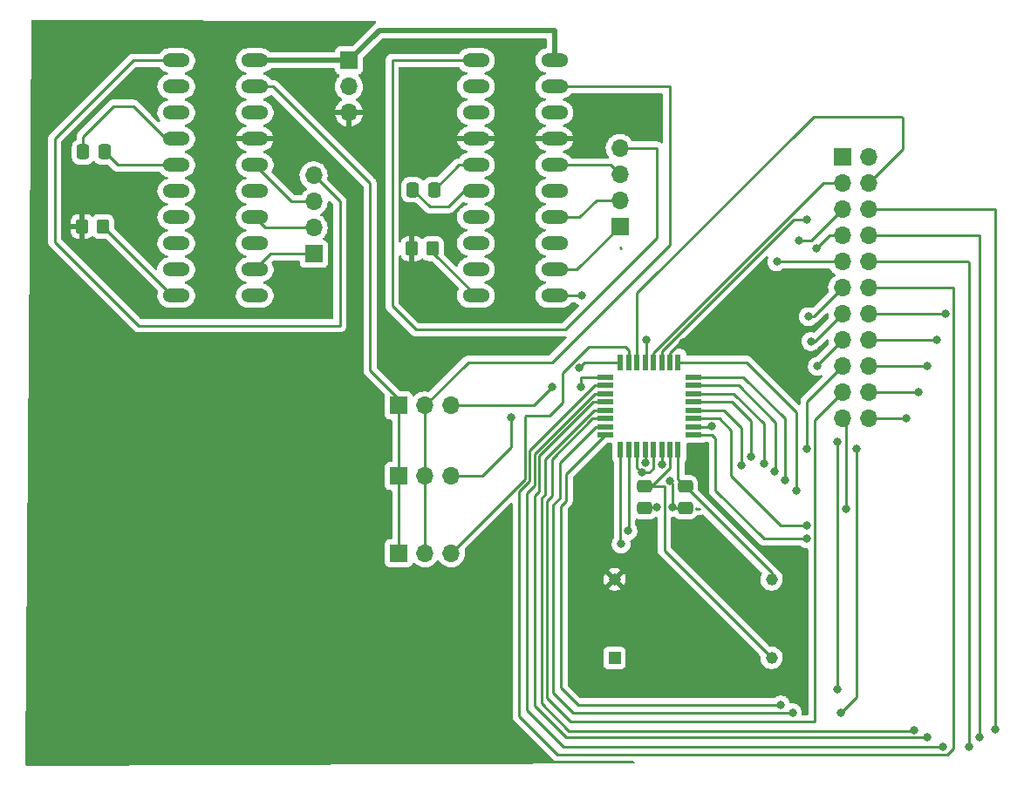
<source format=gbr>
%TF.GenerationSoftware,KiCad,Pcbnew,(6.0.1)*%
%TF.CreationDate,2022-03-29T06:33:39-05:00*%
%TF.ProjectId,microcontroller_board,6d696372-6f63-46f6-9e74-726f6c6c6572,rev?*%
%TF.SameCoordinates,Original*%
%TF.FileFunction,Copper,L1,Top*%
%TF.FilePolarity,Positive*%
%FSLAX46Y46*%
G04 Gerber Fmt 4.6, Leading zero omitted, Abs format (unit mm)*
G04 Created by KiCad (PCBNEW (6.0.1)) date 2022-03-29 06:33:39*
%MOMM*%
%LPD*%
G01*
G04 APERTURE LIST*
G04 Aperture macros list*
%AMRoundRect*
0 Rectangle with rounded corners*
0 $1 Rounding radius*
0 $2 $3 $4 $5 $6 $7 $8 $9 X,Y pos of 4 corners*
0 Add a 4 corners polygon primitive as box body*
4,1,4,$2,$3,$4,$5,$6,$7,$8,$9,$2,$3,0*
0 Add four circle primitives for the rounded corners*
1,1,$1+$1,$2,$3*
1,1,$1+$1,$4,$5*
1,1,$1+$1,$6,$7*
1,1,$1+$1,$8,$9*
0 Add four rect primitives between the rounded corners*
20,1,$1+$1,$2,$3,$4,$5,0*
20,1,$1+$1,$4,$5,$6,$7,0*
20,1,$1+$1,$6,$7,$8,$9,0*
20,1,$1+$1,$8,$9,$2,$3,0*%
G04 Aperture macros list end*
%TA.AperFunction,ComponentPad*%
%ADD10R,1.700000X1.700000*%
%TD*%
%TA.AperFunction,ComponentPad*%
%ADD11O,1.700000X1.700000*%
%TD*%
%TA.AperFunction,ComponentPad*%
%ADD12C,1.158000*%
%TD*%
%TA.AperFunction,ComponentPad*%
%ADD13R,1.158000X1.158000*%
%TD*%
%TA.AperFunction,SMDPad,CuDef*%
%ADD14R,0.550000X1.600000*%
%TD*%
%TA.AperFunction,SMDPad,CuDef*%
%ADD15R,1.600000X0.550000*%
%TD*%
%TA.AperFunction,SMDPad,CuDef*%
%ADD16RoundRect,0.250000X-0.350000X-0.450000X0.350000X-0.450000X0.350000X0.450000X-0.350000X0.450000X0*%
%TD*%
%TA.AperFunction,ComponentPad*%
%ADD17O,2.641600X1.320800*%
%TD*%
%TA.AperFunction,SMDPad,CuDef*%
%ADD18RoundRect,0.250000X-0.475000X0.337500X-0.475000X-0.337500X0.475000X-0.337500X0.475000X0.337500X0*%
%TD*%
%TA.AperFunction,SMDPad,CuDef*%
%ADD19RoundRect,0.250000X0.475000X-0.337500X0.475000X0.337500X-0.475000X0.337500X-0.475000X-0.337500X0*%
%TD*%
%TA.AperFunction,SMDPad,CuDef*%
%ADD20RoundRect,0.250000X-0.337500X-0.475000X0.337500X-0.475000X0.337500X0.475000X-0.337500X0.475000X0*%
%TD*%
%TA.AperFunction,ViaPad*%
%ADD21C,0.800000*%
%TD*%
%TA.AperFunction,Conductor*%
%ADD22C,0.254000*%
%TD*%
%TA.AperFunction,Conductor*%
%ADD23C,0.508000*%
%TD*%
G04 APERTURE END LIST*
D10*
%TO.P,J7,1,Pin_1*%
%TO.N,Net-(U1-Pad19)*%
X173101000Y-61214000D03*
D11*
%TO.P,J7,2,Pin_2*%
%TO.N,unconnected-(J7-Pad2)*%
X175641000Y-61214000D03*
%TO.P,J7,3,Pin_3*%
%TO.N,Net-(U1-Pad20)*%
X173101000Y-63754000D03*
%TO.P,J7,4,Pin_4*%
%TO.N,Net-(U1-Pad22)*%
X175641000Y-63754000D03*
%TO.P,J7,5,Pin_5*%
%TO.N,Net-(U1-Pad11)*%
X173101000Y-66294000D03*
%TO.P,J7,6,Pin_6*%
%TO.N,Net-(U1-Pad29)*%
X175641000Y-66294000D03*
%TO.P,J7,7,Pin_7*%
%TO.N,Net-(U1-Pad10)*%
X173101000Y-68834000D03*
%TO.P,J7,8,Pin_8*%
%TO.N,Net-(U1-Pad28)*%
X175641000Y-68834000D03*
%TO.P,J7,9,Pin_9*%
%TO.N,Net-(U1-Pad9)*%
X173101000Y-71374000D03*
%TO.P,J7,10,Pin_10*%
%TO.N,Net-(U1-Pad27)*%
X175641000Y-71374000D03*
%TO.P,J7,11,Pin_11*%
%TO.N,Net-(U1-Pad2)*%
X173101000Y-73914000D03*
%TO.P,J7,12,Pin_12*%
%TO.N,Net-(U1-Pad26)*%
X175641000Y-73914000D03*
%TO.P,J7,13,Pin_13*%
%TO.N,Net-(U1-Pad1)*%
X173101000Y-76454000D03*
%TO.P,J7,14,Pin_14*%
%TO.N,Net-(U1-Pad17)*%
X175641000Y-76454000D03*
%TO.P,J7,15,Pin_15*%
%TO.N,Net-(U1-Pad32)*%
X173101000Y-78994000D03*
%TO.P,J7,16,Pin_16*%
%TO.N,Net-(U1-Pad16)*%
X175641000Y-78994000D03*
%TO.P,J7,17,Pin_17*%
%TO.N,Net-(U1-Pad31)*%
X173101000Y-81534000D03*
%TO.P,J7,18,Pin_18*%
%TO.N,Net-(U1-Pad15)*%
X175641000Y-81534000D03*
%TO.P,J7,19,Pin_19*%
%TO.N,Net-(U1-Pad30)*%
X173101000Y-84074000D03*
%TO.P,J7,20,Pin_20*%
%TO.N,Net-(U1-Pad14)*%
X175641000Y-84074000D03*
%TO.P,J7,21,Pin_21*%
%TO.N,Net-(U1-Pad12)*%
X173101000Y-86614000D03*
%TO.P,J7,22,Pin_22*%
%TO.N,Net-(U1-Pad13)*%
X175641000Y-86614000D03*
%TD*%
%TO.P,J6,4,Pin_4*%
%TO.N,Net-(IC2-Pad1)*%
X151511000Y-60325000D03*
%TO.P,J6,3,Pin_3*%
%TO.N,Net-(IC2-Pad16)*%
X151511000Y-62865000D03*
%TO.P,J6,2,Pin_2*%
%TO.N,Net-(IC2-Pad14)*%
X151511000Y-65405000D03*
D10*
%TO.P,J6,1,Pin_1*%
%TO.N,Net-(IC2-Pad12)*%
X151511000Y-67945000D03*
%TD*%
%TO.P,J5,1,Pin_1*%
%TO.N,Net-(IC1-Pad12)*%
X121793000Y-70612000D03*
D11*
%TO.P,J5,2,Pin_2*%
%TO.N,Net-(IC1-Pad14)*%
X121793000Y-68072000D03*
%TO.P,J5,3,Pin_3*%
%TO.N,Net-(IC1-Pad16)*%
X121793000Y-65532000D03*
%TO.P,J5,4,Pin_4*%
%TO.N,Net-(IC1-Pad1)*%
X121793000Y-62992000D03*
%TD*%
%TO.P,J4,3,Pin_3*%
%TO.N,Net-(J4-Pad3)*%
X135128000Y-99695000D03*
%TO.P,J4,2,Pin_2*%
%TO.N,Net-(IC2-Pad19)*%
X132588000Y-99695000D03*
D10*
%TO.P,J4,1,Pin_1*%
%TO.N,Net-(IC1-Pad19)*%
X130048000Y-99695000D03*
%TD*%
%TO.P,J3,1,Pin_1*%
%TO.N,Net-(IC1-Pad19)*%
X130048000Y-92202000D03*
D11*
%TO.P,J3,2,Pin_2*%
%TO.N,Net-(IC2-Pad19)*%
X132588000Y-92202000D03*
%TO.P,J3,3,Pin_3*%
%TO.N,Net-(J3-Pad3)*%
X135128000Y-92202000D03*
%TD*%
D10*
%TO.P,J2,1,Pin_1*%
%TO.N,Net-(IC1-Pad19)*%
X130048000Y-85344000D03*
D11*
%TO.P,J2,2,Pin_2*%
%TO.N,Net-(IC2-Pad19)*%
X132588000Y-85344000D03*
%TO.P,J2,3,Pin_3*%
%TO.N,Net-(J2-Pad3)*%
X135128000Y-85344000D03*
%TD*%
D10*
%TO.P,J1,1,Pin_1*%
%TO.N,-5V*%
X125222000Y-51816000D03*
D11*
%TO.P,J1,2,Pin_2*%
%TO.N,GND*%
X125222000Y-54356000D03*
%TO.P,J1,3,Pin_3*%
%TO.N,+5V*%
X125222000Y-56896000D03*
%TD*%
D12*
%TO.P,Y1,14,+VDC*%
%TO.N,+5V*%
X151003000Y-102235000D03*
%TO.P,Y1,8,OUTPUT*%
%TO.N,Net-(C3-Pad2)*%
X166243000Y-102235000D03*
%TO.P,Y1,7,CASE_GND*%
%TO.N,Net-(C4-Pad1)*%
X166243000Y-109855000D03*
D13*
%TO.P,Y1,1*%
%TO.N,N/C*%
X151003000Y-109855000D03*
%TD*%
D14*
%TO.P,U1,1,PD3*%
%TO.N,Net-(U1-Pad1)*%
X151575000Y-89662000D03*
%TO.P,U1,2,PD4*%
%TO.N,Net-(U1-Pad2)*%
X152375000Y-89662000D03*
%TO.P,U1,3,GND*%
%TO.N,GND*%
X153175000Y-89662000D03*
%TO.P,U1,4,VCC*%
%TO.N,+5V*%
X153975000Y-89662000D03*
%TO.P,U1,5,GND*%
%TO.N,GND*%
X154775000Y-89662000D03*
%TO.P,U1,6,VCC*%
%TO.N,+5V*%
X155575000Y-89662000D03*
%TO.P,U1,7,XTAL1/PB6*%
%TO.N,Net-(C4-Pad1)*%
X156375000Y-89662000D03*
%TO.P,U1,8,XTAL2/PB7*%
%TO.N,Net-(C3-Pad2)*%
X157175000Y-89662000D03*
D15*
%TO.P,U1,9,PD5*%
%TO.N,Net-(U1-Pad9)*%
X158625000Y-88212000D03*
%TO.P,U1,10,PD6*%
%TO.N,Net-(U1-Pad10)*%
X158625000Y-87412000D03*
%TO.P,U1,11,PD7*%
%TO.N,Net-(U1-Pad11)*%
X158625000Y-86612000D03*
%TO.P,U1,12,PB0*%
%TO.N,Net-(U1-Pad12)*%
X158625000Y-85812000D03*
%TO.P,U1,13,PB1*%
%TO.N,Net-(U1-Pad13)*%
X158625000Y-85012000D03*
%TO.P,U1,14,PB2*%
%TO.N,Net-(U1-Pad14)*%
X158625000Y-84212000D03*
%TO.P,U1,15,PB3*%
%TO.N,Net-(U1-Pad15)*%
X158625000Y-83412000D03*
%TO.P,U1,16,PB4*%
%TO.N,Net-(U1-Pad16)*%
X158625000Y-82612000D03*
D14*
%TO.P,U1,17,PB5*%
%TO.N,Net-(U1-Pad17)*%
X157175000Y-81162000D03*
%TO.P,U1,18,AVCC*%
%TO.N,+5V*%
X156375000Y-81162000D03*
%TO.P,U1,19,ADC6*%
%TO.N,Net-(U1-Pad19)*%
X155575000Y-81162000D03*
%TO.P,U1,20,AREF*%
%TO.N,Net-(U1-Pad20)*%
X154775000Y-81162000D03*
%TO.P,U1,21,GND*%
%TO.N,GND*%
X153975000Y-81162000D03*
%TO.P,U1,22,ADC7*%
%TO.N,Net-(U1-Pad22)*%
X153175000Y-81162000D03*
%TO.P,U1,23,PC0*%
%TO.N,Net-(J4-Pad3)*%
X152375000Y-81162000D03*
%TO.P,U1,24,PC1*%
%TO.N,Net-(J3-Pad3)*%
X151575000Y-81162000D03*
D15*
%TO.P,U1,25,PC2*%
%TO.N,Net-(J2-Pad3)*%
X150125000Y-82612000D03*
%TO.P,U1,26,PC3*%
%TO.N,Net-(U1-Pad26)*%
X150125000Y-83412000D03*
%TO.P,U1,27,PC4*%
%TO.N,Net-(U1-Pad27)*%
X150125000Y-84212000D03*
%TO.P,U1,28,PC5*%
%TO.N,Net-(U1-Pad28)*%
X150125000Y-85012000D03*
%TO.P,U1,29,~{RESET}/PC6*%
%TO.N,Net-(U1-Pad29)*%
X150125000Y-85812000D03*
%TO.P,U1,30,PD0*%
%TO.N,Net-(U1-Pad30)*%
X150125000Y-86612000D03*
%TO.P,U1,31,PD1*%
%TO.N,Net-(U1-Pad31)*%
X150125000Y-87412000D03*
%TO.P,U1,32,PD2*%
%TO.N,Net-(U1-Pad32)*%
X150125000Y-88212000D03*
%TD*%
D16*
%TO.P,R2,1*%
%TO.N,+5V*%
X131350000Y-70104000D03*
%TO.P,R2,2*%
%TO.N,Net-(IC2-Pad10)*%
X133350000Y-70104000D03*
%TD*%
%TO.P,R1,2*%
%TO.N,Net-(IC1-Pad10)*%
X101330000Y-67945000D03*
%TO.P,R1,1*%
%TO.N,+5V*%
X99330000Y-67945000D03*
%TD*%
D17*
%TO.P,IC2,20,V-*%
%TO.N,-5V*%
X145161000Y-51816000D03*
%TO.P,IC2,19,OUT*%
%TO.N,Net-(IC2-Pad19)*%
X145161000Y-54356000D03*
%TO.P,IC2,18*%
%TO.N,GND*%
X145161000Y-56896000D03*
%TO.P,IC2,17,V+*%
%TO.N,+5V*%
X145161000Y-59436000D03*
%TO.P,IC2,16,DV+*%
%TO.N,Net-(IC2-Pad16)*%
X145161000Y-61976000D03*
%TO.P,IC2,15,DGND*%
%TO.N,GND*%
X145161000Y-64516000D03*
%TO.P,IC2,14,SYNC*%
%TO.N,Net-(IC2-Pad14)*%
X145161000Y-67056000D03*
%TO.P,IC2,13,PDI*%
%TO.N,GND*%
X145161000Y-69596000D03*
%TO.P,IC2,12,PDO*%
%TO.N,Net-(IC2-Pad12)*%
X145161000Y-72136000D03*
%TO.P,IC2,11*%
%TO.N,GND*%
X145161000Y-74676000D03*
%TO.P,IC2,10,IIN*%
%TO.N,Net-(IC2-Pad10)*%
X137541000Y-74676000D03*
%TO.P,IC2,9*%
%TO.N,GND*%
X137541000Y-72136000D03*
%TO.P,IC2,5,COSC*%
%TO.N,Net-(C2-Pad2)*%
X137541000Y-61976000D03*
%TO.P,IC2,6*%
%TO.N,GND*%
X137541000Y-64516000D03*
%TO.P,IC2,4,A1*%
%TO.N,+5V*%
X137541000Y-59436000D03*
%TO.P,IC2,3,A0*%
%TO.N,GND*%
X137541000Y-56896000D03*
%TO.P,IC2,8,FADJ*%
X137541000Y-69596000D03*
%TO.P,IC2,7,DADJ*%
X137541000Y-67056000D03*
%TO.P,IC2,2*%
X137541000Y-54356000D03*
%TO.P,IC2,1,REF*%
%TO.N,Net-(IC2-Pad1)*%
X137541000Y-51816000D03*
%TD*%
%TO.P,IC1,1,REF*%
%TO.N,Net-(IC1-Pad1)*%
X108458000Y-51816000D03*
%TO.P,IC1,2*%
%TO.N,GND*%
X108458000Y-54356000D03*
%TO.P,IC1,7,DADJ*%
X108458000Y-67056000D03*
%TO.P,IC1,8,FADJ*%
X108458000Y-69596000D03*
%TO.P,IC1,3,A0*%
X108458000Y-56896000D03*
%TO.P,IC1,4,A1*%
X108458000Y-59436000D03*
%TO.P,IC1,6*%
X108458000Y-64516000D03*
%TO.P,IC1,5,COSC*%
%TO.N,Net-(C1-Pad2)*%
X108458000Y-61976000D03*
%TO.P,IC1,9*%
%TO.N,GND*%
X108458000Y-72136000D03*
%TO.P,IC1,10,IIN*%
%TO.N,Net-(IC1-Pad10)*%
X108458000Y-74676000D03*
%TO.P,IC1,11*%
%TO.N,GND*%
X116078000Y-74676000D03*
%TO.P,IC1,12,PDO*%
%TO.N,Net-(IC1-Pad12)*%
X116078000Y-72136000D03*
%TO.P,IC1,13,PDI*%
%TO.N,GND*%
X116078000Y-69596000D03*
%TO.P,IC1,14,SYNC*%
%TO.N,Net-(IC1-Pad14)*%
X116078000Y-67056000D03*
%TO.P,IC1,15,DGND*%
%TO.N,GND*%
X116078000Y-64516000D03*
%TO.P,IC1,16,DV+*%
%TO.N,Net-(IC1-Pad16)*%
X116078000Y-61976000D03*
%TO.P,IC1,17,V+*%
%TO.N,+5V*%
X116078000Y-59436000D03*
%TO.P,IC1,18*%
%TO.N,GND*%
X116078000Y-56896000D03*
%TO.P,IC1,19,OUT*%
%TO.N,Net-(IC1-Pad19)*%
X116078000Y-54356000D03*
%TO.P,IC1,20,V-*%
%TO.N,-5V*%
X116078000Y-51816000D03*
%TD*%
D18*
%TO.P,C4,1*%
%TO.N,Net-(C4-Pad1)*%
X153924000Y-93218000D03*
%TO.P,C4,2*%
%TO.N,GND*%
X153924000Y-95293000D03*
%TD*%
D19*
%TO.P,C3,1*%
%TO.N,GND*%
X157861000Y-95293000D03*
%TO.P,C3,2*%
%TO.N,Net-(C3-Pad2)*%
X157861000Y-93218000D03*
%TD*%
D20*
%TO.P,C2,1*%
%TO.N,GND*%
X131402000Y-64389000D03*
%TO.P,C2,2*%
%TO.N,Net-(C2-Pad2)*%
X133477000Y-64389000D03*
%TD*%
%TO.P,C1,1*%
%TO.N,GND*%
X99419500Y-60706000D03*
%TO.P,C1,2*%
%TO.N,Net-(C1-Pad2)*%
X101494500Y-60706000D03*
%TD*%
D21*
%TO.N,GND*%
X153640191Y-91871524D03*
%TO.N,+5V*%
X139065000Y-79629000D03*
X139065000Y-105664000D03*
X150241000Y-105664000D03*
X153924000Y-56642000D03*
X159385000Y-91821000D03*
X155632786Y-91116786D03*
X153975000Y-90929766D03*
%TO.N,GND*%
X156342714Y-92704286D03*
X155102500Y-95250000D03*
X156591000Y-95250000D03*
%TO.N,+5V*%
X157607000Y-79248000D03*
X148209000Y-59436000D03*
%TO.N,GND*%
X154051000Y-78994000D03*
X147828000Y-74676000D03*
%TO.N,Net-(U1-Pad9)*%
X166751000Y-71374000D03*
X169707500Y-98298000D03*
%TO.N,Net-(U1-Pad10)*%
X170561000Y-70104000D03*
X160401000Y-87376000D03*
%TO.N,Net-(U1-Pad11)*%
X168910000Y-69342000D03*
X169707500Y-97028000D03*
%TO.N,Net-(U1-Pad12)*%
X163286500Y-91186000D03*
X173482000Y-95377000D03*
%TO.N,Net-(U1-Pad2)*%
X169799000Y-76708000D03*
X152301500Y-97536000D03*
%TO.N,Net-(U1-Pad1)*%
X170053000Y-79121000D03*
X151638000Y-98806000D03*
%TO.N,Net-(U1-Pad32)*%
X170688000Y-81534000D03*
X172593000Y-88844000D03*
X172593000Y-112903000D03*
X167132000Y-114427000D03*
%TO.N,Net-(U1-Pad31)*%
X174498000Y-89570500D03*
X169672000Y-89570500D03*
X172974000Y-115189000D03*
X168275000Y-115189000D03*
%TO.N,Net-(U1-Pad29)*%
X187960000Y-116840000D03*
X180086000Y-116875500D03*
%TO.N,Net-(U1-Pad28)*%
X186436000Y-117602000D03*
X181356000Y-117602000D03*
%TO.N,Net-(U1-Pad27)*%
X185420000Y-118491000D03*
X182880000Y-118491000D03*
%TO.N,Net-(U1-Pad17)*%
X183134000Y-76454000D03*
%TO.N,Net-(U1-Pad16)*%
X182245000Y-78994000D03*
%TO.N,Net-(U1-Pad15)*%
X181356000Y-81534000D03*
%TO.N,Net-(U1-Pad14)*%
X180467000Y-84074000D03*
%TO.N,Net-(U1-Pad13)*%
X179324000Y-86614000D03*
%TO.N,Net-(U1-Pad17)*%
X168656000Y-93599000D03*
%TO.N,Net-(U1-Pad16)*%
X167513000Y-92583000D03*
%TO.N,Net-(U1-Pad15)*%
X166532489Y-91785511D03*
%TO.N,Net-(U1-Pad14)*%
X165485983Y-91023500D03*
%TO.N,Net-(U1-Pad13)*%
X164211000Y-90297000D03*
%TO.N,Net-(U1-Pad19)*%
X169672000Y-67310000D03*
%TO.N,Net-(J3-Pad3)*%
X147574000Y-81661000D03*
X140970000Y-86487000D03*
%TO.N,Net-(J2-Pad3)*%
X147701000Y-83566000D03*
X144907000Y-83566000D03*
%TD*%
D22*
%TO.N,GND*%
X153640191Y-91871524D02*
X154381476Y-91871524D01*
X154775000Y-91478000D02*
X154775000Y-89662000D01*
X153175000Y-91406333D02*
X153175000Y-89662000D01*
X154381476Y-91871524D02*
X154775000Y-91478000D01*
X153640191Y-91871524D02*
X153175000Y-91406333D01*
X136398000Y-64516000D02*
X137541000Y-64516000D01*
X133053000Y-66040000D02*
X134874000Y-66040000D01*
X134874000Y-66040000D02*
X136398000Y-64516000D01*
X131402000Y-64389000D02*
X133053000Y-66040000D01*
%TO.N,+5V*%
X155575000Y-91059000D02*
X155632786Y-91116786D01*
X155575000Y-89662000D02*
X155575000Y-91059000D01*
%TO.N,Net-(C4-Pad1)*%
X156375000Y-91402000D02*
X156375000Y-89662000D01*
X154559000Y-93218000D02*
X156375000Y-91402000D01*
X153924000Y-93218000D02*
X154559000Y-93218000D01*
%TO.N,GND*%
X156591000Y-92952572D02*
X156591000Y-95250000D01*
X156342714Y-92704286D02*
X156591000Y-92952572D01*
%TO.N,+5V*%
X153975000Y-89662000D02*
X153975000Y-90929766D01*
%TO.N,GND*%
X153967000Y-95250000D02*
X153924000Y-95293000D01*
X155102500Y-95250000D02*
X153967000Y-95250000D01*
X156634000Y-95293000D02*
X156591000Y-95250000D01*
X157861000Y-95293000D02*
X156634000Y-95293000D01*
%TO.N,*%
X158912520Y-95377000D02*
X158912520Y-95293000D01*
X159258000Y-95377000D02*
X158912520Y-95377000D01*
%TO.N,GND*%
X107442000Y-59436000D02*
X108458000Y-59436000D01*
X102362000Y-56261000D02*
X104267000Y-56261000D01*
X99419500Y-59203500D02*
X102362000Y-56261000D01*
X104267000Y-56261000D02*
X107442000Y-59436000D01*
X99419500Y-60706000D02*
X99419500Y-59203500D01*
%TO.N,+5V*%
X156375000Y-80233978D02*
X156375000Y-81162000D01*
X157360978Y-79248000D02*
X156375000Y-80233978D01*
X157607000Y-79248000D02*
X157360978Y-79248000D01*
X145161000Y-59436000D02*
X148209000Y-59436000D01*
%TO.N,GND*%
X154051000Y-81086000D02*
X153975000Y-81162000D01*
X154051000Y-78994000D02*
X154051000Y-81086000D01*
X145161000Y-74676000D02*
X147828000Y-74676000D01*
%TO.N,Net-(IC2-Pad1)*%
X146177000Y-77978000D02*
X155067000Y-69088000D01*
%TO.N,Net-(C2-Pad2)*%
X135890000Y-61976000D02*
X137541000Y-61976000D01*
X133477000Y-64389000D02*
X135890000Y-61976000D01*
%TO.N,Net-(IC2-Pad10)*%
X133350000Y-70485000D02*
X137541000Y-74676000D01*
X133350000Y-70104000D02*
X133350000Y-70485000D01*
%TO.N,Net-(U1-Pad9)*%
X166751000Y-71374000D02*
X173101000Y-71374000D01*
X165481000Y-98298000D02*
X169707500Y-98298000D01*
X160782000Y-93599000D02*
X165481000Y-98298000D01*
X160528000Y-88265000D02*
X160782000Y-88519000D01*
X160475000Y-88212000D02*
X160528000Y-88265000D01*
X160782000Y-88519000D02*
X160782000Y-93599000D01*
X158625000Y-88212000D02*
X160475000Y-88212000D01*
%TO.N,Net-(U1-Pad10)*%
X171831000Y-68834000D02*
X173101000Y-68834000D01*
X160365000Y-87412000D02*
X160401000Y-87376000D01*
X170561000Y-70104000D02*
X171831000Y-68834000D01*
X158625000Y-87412000D02*
X160365000Y-87412000D01*
%TO.N,Net-(U1-Pad11)*%
X168910000Y-69342000D02*
X170053000Y-69342000D01*
X170053000Y-69342000D02*
X173101000Y-66294000D01*
X167132000Y-97028000D02*
X169707500Y-97028000D01*
X162306000Y-87757000D02*
X162306000Y-92202000D01*
X162306000Y-92202000D02*
X167132000Y-97028000D01*
X161161000Y-86612000D02*
X162306000Y-87757000D01*
X158625000Y-86612000D02*
X161161000Y-86612000D01*
%TO.N,Net-(U1-Pad12)*%
X173482000Y-86995000D02*
X173101000Y-86614000D01*
X173482000Y-95377000D02*
X173482000Y-86995000D01*
X163286500Y-91186000D02*
X163322000Y-91150500D01*
X163322000Y-91150500D02*
X163322000Y-87503000D01*
X161631000Y-85812000D02*
X158625000Y-85812000D01*
X163322000Y-87503000D02*
X161631000Y-85812000D01*
%TO.N,Net-(U1-Pad2)*%
X170307000Y-76708000D02*
X173101000Y-73914000D01*
X169799000Y-76708000D02*
X170307000Y-76708000D01*
X152375000Y-97462500D02*
X152301500Y-97536000D01*
X152375000Y-89662000D02*
X152375000Y-97462500D01*
%TO.N,Net-(U1-Pad1)*%
X170053000Y-79121000D02*
X170434000Y-79121000D01*
X151575000Y-98743000D02*
X151638000Y-98806000D01*
X170434000Y-79121000D02*
X173101000Y-76454000D01*
X151575000Y-89662000D02*
X151575000Y-98743000D01*
%TO.N,Net-(U1-Pad32)*%
X170688000Y-81407000D02*
X173101000Y-78994000D01*
X170688000Y-81534000D02*
X170688000Y-81407000D01*
X172593000Y-112903000D02*
X172593000Y-88844000D01*
%TO.N,Net-(U1-Pad31)*%
X174464489Y-113698511D02*
X172974000Y-115189000D01*
X174464489Y-92457989D02*
X174464489Y-113698511D01*
X174498000Y-89570500D02*
X174498000Y-92424478D01*
X174498000Y-92424478D02*
X174464489Y-92457989D01*
%TO.N,Net-(U1-Pad32)*%
X145796000Y-95123000D02*
X145796000Y-112776000D01*
X147447000Y-114427000D02*
X167132000Y-114427000D01*
X146304000Y-94615000D02*
X145796000Y-95123000D01*
X145796000Y-112776000D02*
X147447000Y-114427000D01*
X146304000Y-94488000D02*
X146304000Y-94615000D01*
X146304000Y-92202000D02*
X146304000Y-94488000D01*
X146304000Y-92033000D02*
X146304000Y-92202000D01*
X150125000Y-88212000D02*
X146304000Y-92033000D01*
%TO.N,Net-(U1-Pad31)*%
X169672000Y-84963000D02*
X173101000Y-81534000D01*
X169672000Y-89570500D02*
X169672000Y-84963000D01*
X146939000Y-115189000D02*
X168275000Y-115189000D01*
X145034000Y-94996000D02*
X145034000Y-113284000D01*
X145669000Y-94361000D02*
X145034000Y-94996000D01*
X145034000Y-113284000D02*
X146939000Y-115189000D01*
X145669000Y-90939978D02*
X145669000Y-94361000D01*
X149196978Y-87412000D02*
X145669000Y-90939978D01*
X150125000Y-87412000D02*
X149196978Y-87412000D01*
%TO.N,Net-(U1-Pad30)*%
X170434000Y-86741000D02*
X173101000Y-84074000D01*
X170434000Y-116078000D02*
X170434000Y-86741000D01*
X146685000Y-116078000D02*
X170434000Y-116078000D01*
X144399000Y-94615000D02*
X144399000Y-113792000D01*
X144907000Y-94107000D02*
X144399000Y-94615000D01*
X144399000Y-113792000D02*
X146685000Y-116078000D01*
X148852374Y-86612000D02*
X144907000Y-90557374D01*
X144907000Y-90557374D02*
X144907000Y-94107000D01*
X150125000Y-86612000D02*
X148852374Y-86612000D01*
%TO.N,Net-(U1-Pad29)*%
X187960000Y-66294000D02*
X175641000Y-66294000D01*
X187960000Y-116840000D02*
X187960000Y-66294000D01*
X146558000Y-116967000D02*
X179578000Y-116967000D01*
X179578000Y-116967000D02*
X179994500Y-116967000D01*
X143891000Y-114300000D02*
X146558000Y-116967000D01*
X143891000Y-114173000D02*
X143891000Y-114300000D01*
X143891000Y-94361000D02*
X143891000Y-114173000D01*
X179994500Y-116967000D02*
X180086000Y-116875500D01*
X144272000Y-93980000D02*
X143891000Y-94361000D01*
X144272000Y-90551000D02*
X144272000Y-93980000D01*
X149011000Y-85812000D02*
X144272000Y-90551000D01*
X150125000Y-85812000D02*
X149011000Y-85812000D01*
%TO.N,Net-(U1-Pad28)*%
X143256000Y-94107000D02*
X143256000Y-114554000D01*
X143664060Y-93698940D02*
X143256000Y-94107000D01*
X146304000Y-117602000D02*
X181356000Y-117602000D01*
X148912374Y-85012000D02*
X143664060Y-90260314D01*
X143664060Y-90260314D02*
X143664060Y-93698940D01*
X150125000Y-85012000D02*
X148912374Y-85012000D01*
X143256000Y-114554000D02*
X146304000Y-117602000D01*
%TO.N,Net-(U1-Pad27)*%
X149071000Y-84212000D02*
X150125000Y-84212000D01*
X143210540Y-90072460D02*
X149071000Y-84212000D01*
X142494000Y-93853000D02*
X143210540Y-93136460D01*
X146050000Y-118491000D02*
X142494000Y-114935000D01*
X142494000Y-114935000D02*
X142494000Y-93853000D01*
X143210540Y-93136460D02*
X143210540Y-90072460D01*
X182880000Y-118491000D02*
X146050000Y-118491000D01*
%TO.N,Net-(U1-Pad26)*%
X183896000Y-73914000D02*
X175641000Y-73914000D01*
X183860511Y-73949489D02*
X183896000Y-73914000D01*
X183860511Y-118653489D02*
X183860511Y-73949489D01*
X145415000Y-119253000D02*
X183261000Y-119253000D01*
X141732000Y-115570000D02*
X145415000Y-119253000D01*
X183261000Y-119253000D02*
X183860511Y-118653489D01*
X142757020Y-92707354D02*
X141732000Y-93732374D01*
X141732000Y-93732374D02*
X141732000Y-115570000D01*
X142757020Y-89725980D02*
X142757020Y-92707354D01*
X149071000Y-83412000D02*
X142757020Y-89725980D01*
X150125000Y-83412000D02*
X149071000Y-83412000D01*
%TO.N,Net-(J4-Pad3)*%
X142367000Y-86360000D02*
X142303500Y-86423500D01*
X142303500Y-86423500D02*
X142303500Y-92519500D01*
X135128000Y-99695000D02*
X142303500Y-92519500D01*
X144653000Y-86360000D02*
X142367000Y-86360000D01*
X145923000Y-85090000D02*
X144653000Y-86360000D01*
X145923000Y-82169000D02*
X145923000Y-85090000D01*
X152375000Y-79985000D02*
X152375000Y-81162000D01*
X152019000Y-79629000D02*
X152375000Y-79985000D01*
X145923000Y-82169000D02*
X148463000Y-79629000D01*
X148463000Y-79629000D02*
X152019000Y-79629000D01*
%TO.N,Net-(U1-Pad22)*%
X178943000Y-57404000D02*
X178943000Y-60452000D01*
X178943000Y-60452000D02*
X175641000Y-63754000D01*
X170307000Y-57277000D02*
X178816000Y-57277000D01*
X153175000Y-81162000D02*
X153175000Y-74409000D01*
X153175000Y-74409000D02*
X170307000Y-57277000D01*
X178816000Y-57277000D02*
X178943000Y-57404000D01*
%TO.N,Net-(U1-Pad28)*%
X186436000Y-68834000D02*
X175641000Y-68834000D01*
X186436000Y-117602000D02*
X186436000Y-68834000D01*
%TO.N,Net-(U1-Pad27)*%
X185420000Y-71501000D02*
X185293000Y-71374000D01*
X185420000Y-118491000D02*
X185420000Y-71501000D01*
X185293000Y-71374000D02*
X175641000Y-71374000D01*
%TO.N,Net-(U1-Pad13)*%
X175641000Y-86614000D02*
X179324000Y-86614000D01*
%TO.N,Net-(U1-Pad14)*%
X175641000Y-84074000D02*
X180467000Y-84074000D01*
%TO.N,Net-(U1-Pad15)*%
X175641000Y-81534000D02*
X181356000Y-81534000D01*
%TO.N,Net-(U1-Pad16)*%
X175641000Y-78994000D02*
X182245000Y-78994000D01*
%TO.N,Net-(U1-Pad17)*%
X175641000Y-76454000D02*
X183134000Y-76454000D01*
X163830000Y-81153000D02*
X163821000Y-81162000D01*
X163821000Y-81162000D02*
X157175000Y-81162000D01*
X168656000Y-85979000D02*
X163830000Y-81153000D01*
X168656000Y-93599000D02*
X168656000Y-85979000D01*
%TO.N,Net-(U1-Pad16)*%
X163511000Y-82612000D02*
X158625000Y-82612000D01*
X167513000Y-86614000D02*
X163511000Y-82612000D01*
X167513000Y-92583000D02*
X167513000Y-86614000D01*
%TO.N,Net-(U1-Pad15)*%
X166624000Y-86995000D02*
X163041000Y-83412000D01*
X163041000Y-83412000D02*
X158625000Y-83412000D01*
X166624000Y-91694000D02*
X166624000Y-86995000D01*
X166532489Y-91785511D02*
X166624000Y-91694000D01*
%TO.N,Net-(U1-Pad14)*%
X162549000Y-84212000D02*
X158625000Y-84212000D01*
X162560000Y-84201000D02*
X162549000Y-84212000D01*
X165485983Y-87126983D02*
X162560000Y-84201000D01*
X165485983Y-91023500D02*
X165485983Y-87126983D01*
%TO.N,Net-(U1-Pad13)*%
X164211000Y-90297000D02*
X164211000Y-86868000D01*
X164211000Y-86868000D02*
X162355000Y-85012000D01*
X162355000Y-85012000D02*
X158625000Y-85012000D01*
%TO.N,Net-(U1-Pad19)*%
X168373000Y-67310000D02*
X169672000Y-67310000D01*
X155575000Y-80108000D02*
X168373000Y-67310000D01*
X155575000Y-81162000D02*
X155575000Y-80108000D01*
%TO.N,Net-(U1-Pad20)*%
X171254978Y-63754000D02*
X173101000Y-63754000D01*
X154775000Y-80233978D02*
X171254978Y-63754000D01*
X154775000Y-81162000D02*
X154775000Y-80233978D01*
%TO.N,Net-(J3-Pad3)*%
X148073000Y-81162000D02*
X151575000Y-81162000D01*
X147574000Y-81661000D02*
X148073000Y-81162000D01*
X140970000Y-89408000D02*
X138176000Y-92202000D01*
X140970000Y-86487000D02*
X140970000Y-89408000D01*
X138176000Y-92202000D02*
X135128000Y-92202000D01*
%TO.N,Net-(J2-Pad3)*%
X147701000Y-82677000D02*
X147766000Y-82612000D01*
X147701000Y-83566000D02*
X147701000Y-82677000D01*
X147766000Y-82612000D02*
X150125000Y-82612000D01*
X143129000Y-85344000D02*
X144907000Y-83566000D01*
X135128000Y-85344000D02*
X143129000Y-85344000D01*
%TO.N,Net-(C3-Pad2)*%
X166243000Y-101600000D02*
X157861000Y-93218000D01*
X166243000Y-102235000D02*
X166243000Y-101600000D01*
%TO.N,Net-(C4-Pad1)*%
X155829000Y-93218000D02*
X153924000Y-93218000D01*
X155829000Y-99441000D02*
X155829000Y-93218000D01*
X166243000Y-109855000D02*
X155829000Y-99441000D01*
%TO.N,Net-(C3-Pad2)*%
X157175000Y-92532000D02*
X157175000Y-89662000D01*
X157861000Y-93218000D02*
X157175000Y-92532000D01*
%TO.N,Net-(IC2-Pad19)*%
X136779000Y-81153000D02*
X132588000Y-85344000D01*
X144907000Y-81153000D02*
X136779000Y-81153000D01*
X156337000Y-69723000D02*
X144907000Y-81153000D01*
X156337000Y-54356000D02*
X156337000Y-69723000D01*
X145161000Y-54356000D02*
X156337000Y-54356000D01*
X132588000Y-92202000D02*
X132588000Y-99695000D01*
X132588000Y-85344000D02*
X132588000Y-92202000D01*
%TO.N,Net-(IC1-Pad19)*%
X130048000Y-92202000D02*
X130048000Y-99695000D01*
X130048000Y-85344000D02*
X130048000Y-92202000D01*
X130048000Y-84709000D02*
X130048000Y-85344000D01*
X127254000Y-81915000D02*
X130048000Y-84709000D01*
D23*
%TO.N,-5V*%
X145161000Y-48895000D02*
X145161000Y-51816000D01*
X125222000Y-51816000D02*
X128143000Y-48895000D01*
X128143000Y-48895000D02*
X145161000Y-48895000D01*
D22*
%TO.N,Net-(IC1-Pad19)*%
X127254000Y-63754000D02*
X127254000Y-81915000D01*
X117856000Y-54356000D02*
X127254000Y-63754000D01*
X116078000Y-54356000D02*
X117856000Y-54356000D01*
%TO.N,Net-(IC2-Pad1)*%
X155067000Y-60325000D02*
X151511000Y-60325000D01*
X155067000Y-69088000D02*
X155067000Y-60325000D01*
X131699000Y-77978000D02*
X146177000Y-77978000D01*
X129413000Y-75692000D02*
X131699000Y-77978000D01*
X129413000Y-51816000D02*
X129413000Y-75692000D01*
X137541000Y-51816000D02*
X129413000Y-51816000D01*
%TO.N,Net-(IC2-Pad14)*%
X149225000Y-65405000D02*
X151511000Y-65405000D01*
X147574000Y-67056000D02*
X149225000Y-65405000D01*
X145161000Y-67056000D02*
X147574000Y-67056000D01*
%TO.N,Net-(IC2-Pad16)*%
X150622000Y-61976000D02*
X151511000Y-62865000D01*
X145161000Y-61976000D02*
X150622000Y-61976000D01*
%TO.N,Net-(IC2-Pad12)*%
X147320000Y-72136000D02*
X151511000Y-67945000D01*
X145161000Y-72136000D02*
X147320000Y-72136000D01*
%TO.N,*%
X151638000Y-70104000D02*
X151511000Y-69977000D01*
%TO.N,Net-(IC1-Pad12)*%
X117602000Y-70612000D02*
X116078000Y-72136000D01*
X121793000Y-70612000D02*
X117602000Y-70612000D01*
%TO.N,Net-(IC1-Pad14)*%
X117094000Y-68072000D02*
X116078000Y-67056000D01*
X121793000Y-68072000D02*
X117094000Y-68072000D01*
%TO.N,Net-(IC1-Pad16)*%
X119634000Y-65532000D02*
X116078000Y-61976000D01*
X121793000Y-65532000D02*
X119634000Y-65532000D01*
%TO.N,Net-(IC1-Pad1)*%
X104267000Y-51816000D02*
X108458000Y-51816000D01*
X104775000Y-77597000D02*
X96647000Y-69469000D01*
X124333000Y-65532000D02*
X124333000Y-77597000D01*
X96647000Y-69469000D02*
X96647000Y-59436000D01*
X121793000Y-62992000D02*
X124333000Y-65532000D01*
X124333000Y-77597000D02*
X104775000Y-77597000D01*
X96647000Y-59436000D02*
X104267000Y-51816000D01*
D23*
%TO.N,-5V*%
X116078000Y-51816000D02*
X125222000Y-51816000D01*
D22*
%TO.N,Net-(IC1-Pad10)*%
X108061000Y-74676000D02*
X108458000Y-74676000D01*
X101330000Y-67945000D02*
X108061000Y-74676000D01*
%TO.N,Net-(C1-Pad2)*%
X102764500Y-61976000D02*
X108458000Y-61976000D01*
X101494500Y-60706000D02*
X102764500Y-61976000D01*
%TD*%
%TA.AperFunction,Conductor*%
%TO.N,+5V*%
G36*
X127750613Y-47967127D02*
G01*
X127818680Y-47987311D01*
X127865030Y-48041090D01*
X127874947Y-48111390D01*
X127845283Y-48175892D01*
X127806692Y-48205792D01*
X127806140Y-48206068D01*
X127799259Y-48208566D01*
X127793138Y-48212579D01*
X127737868Y-48248815D01*
X127734200Y-48251130D01*
X127671419Y-48289227D01*
X127667214Y-48292941D01*
X127667211Y-48292943D01*
X127662995Y-48296667D01*
X127662969Y-48296638D01*
X127660038Y-48299238D01*
X127656684Y-48302042D01*
X127650565Y-48306054D01*
X127645533Y-48311366D01*
X127597012Y-48362586D01*
X127594634Y-48365028D01*
X125539067Y-50420595D01*
X125476755Y-50454621D01*
X125449972Y-50457500D01*
X124323866Y-50457500D01*
X124261684Y-50464255D01*
X124125295Y-50515385D01*
X124008739Y-50602739D01*
X123921385Y-50719295D01*
X123870255Y-50855684D01*
X123863500Y-50917866D01*
X123863500Y-50927500D01*
X123843498Y-50995621D01*
X123789842Y-51042114D01*
X123737500Y-51053500D01*
X117681626Y-51053500D01*
X117613505Y-51033498D01*
X117586894Y-51010577D01*
X117550277Y-50968823D01*
X117550272Y-50968818D01*
X117546465Y-50964477D01*
X117377756Y-50831478D01*
X117372645Y-50828789D01*
X117372642Y-50828787D01*
X117276072Y-50777979D01*
X117187635Y-50731450D01*
X116982469Y-50667745D01*
X116951690Y-50664102D01*
X116811731Y-50647536D01*
X116811724Y-50647536D01*
X116808044Y-50647100D01*
X115363098Y-50647100D01*
X115203672Y-50661749D01*
X115198110Y-50663318D01*
X115198108Y-50663318D01*
X115140156Y-50679662D01*
X114996909Y-50720062D01*
X114991732Y-50722615D01*
X114991727Y-50722617D01*
X114816085Y-50809235D01*
X114804235Y-50815079D01*
X114632102Y-50943616D01*
X114628188Y-50947850D01*
X114628186Y-50947852D01*
X114541052Y-51042114D01*
X114486276Y-51101370D01*
X114371640Y-51283057D01*
X114292034Y-51482592D01*
X114290908Y-51488252D01*
X114290907Y-51488256D01*
X114253304Y-51677302D01*
X114250123Y-51693293D01*
X114250047Y-51699068D01*
X114250047Y-51699072D01*
X114249464Y-51743643D01*
X114247311Y-51908104D01*
X114248290Y-51913801D01*
X114248290Y-51913802D01*
X114253543Y-51944374D01*
X114283692Y-52119830D01*
X114358048Y-52321380D01*
X114467888Y-52506006D01*
X114471694Y-52510346D01*
X114471697Y-52510350D01*
X114534994Y-52582526D01*
X114609535Y-52667523D01*
X114778244Y-52800522D01*
X114783355Y-52803211D01*
X114783358Y-52803213D01*
X114879928Y-52854021D01*
X114968365Y-52900550D01*
X115173531Y-52964255D01*
X115174437Y-52964362D01*
X115235521Y-52997339D01*
X115269843Y-53059488D01*
X115265117Y-53130327D01*
X115222842Y-53187365D01*
X115181054Y-53208128D01*
X114996909Y-53260062D01*
X114991732Y-53262615D01*
X114991727Y-53262617D01*
X114841635Y-53336635D01*
X114804235Y-53355079D01*
X114632102Y-53483616D01*
X114628188Y-53487850D01*
X114628186Y-53487852D01*
X114590504Y-53528617D01*
X114486276Y-53641370D01*
X114371640Y-53823057D01*
X114292034Y-54022592D01*
X114290908Y-54028252D01*
X114290907Y-54028256D01*
X114255837Y-54204565D01*
X114250123Y-54233293D01*
X114250047Y-54239068D01*
X114250047Y-54239072D01*
X114249040Y-54316017D01*
X114247311Y-54448104D01*
X114248290Y-54453801D01*
X114248290Y-54453802D01*
X114264952Y-54550767D01*
X114283692Y-54659830D01*
X114358048Y-54861380D01*
X114467888Y-55046006D01*
X114471694Y-55050346D01*
X114471697Y-55050350D01*
X114568812Y-55161088D01*
X114609535Y-55207523D01*
X114778244Y-55340522D01*
X114783355Y-55343211D01*
X114783358Y-55343213D01*
X114878993Y-55393529D01*
X114968365Y-55440550D01*
X115173531Y-55504255D01*
X115174437Y-55504362D01*
X115235521Y-55537339D01*
X115269843Y-55599488D01*
X115265117Y-55670327D01*
X115222842Y-55727365D01*
X115181054Y-55748128D01*
X114996909Y-55800062D01*
X114991732Y-55802615D01*
X114991727Y-55802617D01*
X114872845Y-55861244D01*
X114804235Y-55895079D01*
X114632102Y-56023616D01*
X114628188Y-56027850D01*
X114628186Y-56027852D01*
X114608806Y-56048818D01*
X114486276Y-56181370D01*
X114371640Y-56363057D01*
X114292034Y-56562592D01*
X114290908Y-56568252D01*
X114290907Y-56568256D01*
X114251409Y-56766826D01*
X114250123Y-56773293D01*
X114250047Y-56779068D01*
X114250047Y-56779072D01*
X114249194Y-56844255D01*
X114247311Y-56988104D01*
X114248290Y-56993801D01*
X114248290Y-56993802D01*
X114282713Y-57194133D01*
X114283692Y-57199830D01*
X114358048Y-57401380D01*
X114467888Y-57586006D01*
X114471694Y-57590346D01*
X114471697Y-57590350D01*
X114605728Y-57743182D01*
X114609535Y-57747523D01*
X114614070Y-57751098D01*
X114614071Y-57751099D01*
X114635997Y-57768384D01*
X114778244Y-57880522D01*
X114783355Y-57883211D01*
X114783358Y-57883213D01*
X114839024Y-57912500D01*
X114968365Y-57980550D01*
X115173531Y-58044255D01*
X115175256Y-58044459D01*
X115236577Y-58077568D01*
X115270896Y-58139718D01*
X115266165Y-58210557D01*
X115223888Y-58267593D01*
X115182104Y-58288352D01*
X115002653Y-58338962D01*
X114991906Y-58343087D01*
X114809678Y-58432952D01*
X114799870Y-58438962D01*
X114637062Y-58560536D01*
X114628522Y-58568225D01*
X114490593Y-58717436D01*
X114483592Y-58726561D01*
X114375169Y-58898401D01*
X114369948Y-58908649D01*
X114294657Y-59097367D01*
X114291388Y-59108403D01*
X114280283Y-59164230D01*
X114281435Y-59177106D01*
X114296591Y-59182000D01*
X117862248Y-59182000D01*
X117875210Y-59178194D01*
X117877146Y-59163276D01*
X117872802Y-59137997D01*
X117869822Y-59126877D01*
X117799497Y-58936252D01*
X117794547Y-58925874D01*
X117690661Y-58751257D01*
X117683895Y-58741945D01*
X117549926Y-58589182D01*
X117541583Y-58581265D01*
X117382022Y-58455477D01*
X117372365Y-58449206D01*
X117192560Y-58354606D01*
X117181926Y-58350201D01*
X116987877Y-58289947D01*
X116981910Y-58288679D01*
X116919437Y-58254949D01*
X116885118Y-58192799D01*
X116889847Y-58121960D01*
X116932124Y-58064923D01*
X116973906Y-58044165D01*
X117159091Y-57991938D01*
X117164268Y-57989385D01*
X117164273Y-57989383D01*
X117346586Y-57899475D01*
X117351765Y-57896921D01*
X117502956Y-57784022D01*
X117519274Y-57771837D01*
X117519275Y-57771836D01*
X117523898Y-57768384D01*
X117543182Y-57747523D01*
X117665805Y-57614870D01*
X117665807Y-57614867D01*
X117669724Y-57610630D01*
X117784360Y-57428943D01*
X117863966Y-57229408D01*
X117869850Y-57199830D01*
X117904750Y-57024374D01*
X117904750Y-57024371D01*
X117905877Y-57018707D01*
X117906354Y-56982322D01*
X117907729Y-56877245D01*
X117908689Y-56803896D01*
X117906691Y-56792265D01*
X117873287Y-56597867D01*
X117873287Y-56597866D01*
X117872308Y-56592170D01*
X117797952Y-56390620D01*
X117688112Y-56205994D01*
X117684306Y-56201654D01*
X117684303Y-56201650D01*
X117550272Y-56048818D01*
X117546465Y-56044477D01*
X117534085Y-56034717D01*
X117382293Y-55915055D01*
X117377756Y-55911478D01*
X117372645Y-55908789D01*
X117372642Y-55908787D01*
X117219564Y-55828249D01*
X117187635Y-55811450D01*
X116982469Y-55747745D01*
X116981563Y-55747638D01*
X116920479Y-55714661D01*
X116886157Y-55652512D01*
X116890883Y-55581673D01*
X116933158Y-55524635D01*
X116974946Y-55503872D01*
X116975868Y-55503612D01*
X117159091Y-55451938D01*
X117164268Y-55449385D01*
X117164273Y-55449383D01*
X117346586Y-55359475D01*
X117351765Y-55356921D01*
X117523898Y-55228384D01*
X117527815Y-55224147D01*
X117527819Y-55224143D01*
X117581813Y-55165732D01*
X117642741Y-55129286D01*
X117713701Y-55131566D01*
X117763433Y-55162165D01*
X122186845Y-59585578D01*
X126581595Y-63980328D01*
X126615621Y-64042640D01*
X126618500Y-64069423D01*
X126618500Y-81835980D01*
X126617970Y-81847214D01*
X126616292Y-81854719D01*
X126617914Y-81906323D01*
X126618438Y-81923012D01*
X126618500Y-81926969D01*
X126618500Y-81954983D01*
X126618996Y-81958908D01*
X126618996Y-81958909D01*
X126619008Y-81959004D01*
X126619941Y-81970849D01*
X126621335Y-82015205D01*
X126626833Y-82034127D01*
X126627013Y-82034748D01*
X126631023Y-82054112D01*
X126633573Y-82074299D01*
X126636489Y-82081663D01*
X126636490Y-82081668D01*
X126649907Y-82115556D01*
X126653752Y-82126785D01*
X126657897Y-82141050D01*
X126666131Y-82169393D01*
X126670169Y-82176220D01*
X126670170Y-82176223D01*
X126676488Y-82186906D01*
X126685188Y-82204664D01*
X126689761Y-82216215D01*
X126689765Y-82216221D01*
X126692681Y-82223588D01*
X126697339Y-82229999D01*
X126697340Y-82230001D01*
X126718764Y-82259488D01*
X126725281Y-82269410D01*
X126743826Y-82300768D01*
X126743829Y-82300772D01*
X126747866Y-82307598D01*
X126762250Y-82321982D01*
X126775091Y-82337016D01*
X126777162Y-82339866D01*
X126787058Y-82353487D01*
X126793166Y-82358540D01*
X126821255Y-82381777D01*
X126830035Y-82389767D01*
X128673710Y-84233443D01*
X128707736Y-84295755D01*
X128702597Y-84366766D01*
X128696255Y-84383684D01*
X128689500Y-84445866D01*
X128689500Y-86242134D01*
X128696255Y-86304316D01*
X128747385Y-86440705D01*
X128834739Y-86557261D01*
X128951295Y-86644615D01*
X129087684Y-86695745D01*
X129149866Y-86702500D01*
X129286500Y-86702500D01*
X129354621Y-86722502D01*
X129401114Y-86776158D01*
X129412500Y-86828500D01*
X129412500Y-90717500D01*
X129392498Y-90785621D01*
X129338842Y-90832114D01*
X129286500Y-90843500D01*
X129149866Y-90843500D01*
X129087684Y-90850255D01*
X128951295Y-90901385D01*
X128834739Y-90988739D01*
X128747385Y-91105295D01*
X128696255Y-91241684D01*
X128689500Y-91303866D01*
X128689500Y-93100134D01*
X128696255Y-93162316D01*
X128747385Y-93298705D01*
X128834739Y-93415261D01*
X128951295Y-93502615D01*
X129087684Y-93553745D01*
X129149866Y-93560500D01*
X129286500Y-93560500D01*
X129354621Y-93580502D01*
X129401114Y-93634158D01*
X129412500Y-93686500D01*
X129412500Y-98210500D01*
X129392498Y-98278621D01*
X129338842Y-98325114D01*
X129286500Y-98336500D01*
X129149866Y-98336500D01*
X129087684Y-98343255D01*
X128951295Y-98394385D01*
X128834739Y-98481739D01*
X128747385Y-98598295D01*
X128696255Y-98734684D01*
X128689500Y-98796866D01*
X128689500Y-100593134D01*
X128696255Y-100655316D01*
X128747385Y-100791705D01*
X128834739Y-100908261D01*
X128951295Y-100995615D01*
X129087684Y-101046745D01*
X129149866Y-101053500D01*
X130946134Y-101053500D01*
X131008316Y-101046745D01*
X131144705Y-100995615D01*
X131261261Y-100908261D01*
X131348615Y-100791705D01*
X131370799Y-100732529D01*
X131392598Y-100674382D01*
X131435240Y-100617618D01*
X131501802Y-100592918D01*
X131571150Y-100608126D01*
X131605817Y-100636114D01*
X131634250Y-100668938D01*
X131806126Y-100811632D01*
X131999000Y-100924338D01*
X132207692Y-101004030D01*
X132212760Y-101005061D01*
X132212763Y-101005062D01*
X132320017Y-101026883D01*
X132426597Y-101048567D01*
X132431772Y-101048757D01*
X132431774Y-101048757D01*
X132644673Y-101056564D01*
X132644677Y-101056564D01*
X132649837Y-101056753D01*
X132654957Y-101056097D01*
X132654959Y-101056097D01*
X132866288Y-101029025D01*
X132866289Y-101029025D01*
X132871416Y-101028368D01*
X132876366Y-101026883D01*
X133080429Y-100965661D01*
X133080434Y-100965659D01*
X133085384Y-100964174D01*
X133285994Y-100865896D01*
X133467860Y-100736173D01*
X133626096Y-100578489D01*
X133756453Y-100397077D01*
X133757776Y-100398028D01*
X133804645Y-100354857D01*
X133874580Y-100342625D01*
X133940026Y-100370144D01*
X133967875Y-100401994D01*
X134027987Y-100500088D01*
X134174250Y-100668938D01*
X134346126Y-100811632D01*
X134539000Y-100924338D01*
X134747692Y-101004030D01*
X134752760Y-101005061D01*
X134752763Y-101005062D01*
X134860017Y-101026883D01*
X134966597Y-101048567D01*
X134971772Y-101048757D01*
X134971774Y-101048757D01*
X135184673Y-101056564D01*
X135184677Y-101056564D01*
X135189837Y-101056753D01*
X135194957Y-101056097D01*
X135194959Y-101056097D01*
X135406288Y-101029025D01*
X135406289Y-101029025D01*
X135411416Y-101028368D01*
X135416366Y-101026883D01*
X135620429Y-100965661D01*
X135620434Y-100965659D01*
X135625384Y-100964174D01*
X135825994Y-100865896D01*
X136007860Y-100736173D01*
X136166096Y-100578489D01*
X136296453Y-100397077D01*
X136317320Y-100354857D01*
X136393136Y-100201453D01*
X136393137Y-100201451D01*
X136395430Y-100196811D01*
X136460370Y-99983069D01*
X136489529Y-99761590D01*
X136489822Y-99749588D01*
X136491074Y-99698365D01*
X136491074Y-99698361D01*
X136491156Y-99695000D01*
X136472852Y-99472361D01*
X136459904Y-99420811D01*
X136445389Y-99363024D01*
X136448194Y-99292083D01*
X136478498Y-99243234D01*
X140881405Y-94840327D01*
X140943717Y-94806301D01*
X141014532Y-94811366D01*
X141071368Y-94853913D01*
X141096179Y-94920433D01*
X141096500Y-94929422D01*
X141096500Y-115490980D01*
X141095970Y-115502214D01*
X141094292Y-115509719D01*
X141096069Y-115566279D01*
X141096438Y-115578012D01*
X141096500Y-115581969D01*
X141096500Y-115609983D01*
X141096996Y-115613908D01*
X141096996Y-115613909D01*
X141097008Y-115614004D01*
X141097941Y-115625849D01*
X141099335Y-115670205D01*
X141101547Y-115677817D01*
X141105013Y-115689748D01*
X141109023Y-115709112D01*
X141111573Y-115729299D01*
X141114489Y-115736663D01*
X141114490Y-115736668D01*
X141127907Y-115770556D01*
X141131752Y-115781785D01*
X141144131Y-115824393D01*
X141148169Y-115831220D01*
X141148170Y-115831223D01*
X141154488Y-115841906D01*
X141163188Y-115859664D01*
X141167761Y-115871215D01*
X141167765Y-115871221D01*
X141170681Y-115878588D01*
X141175339Y-115884999D01*
X141175340Y-115885001D01*
X141196764Y-115914488D01*
X141203281Y-115924410D01*
X141221826Y-115955768D01*
X141221829Y-115955772D01*
X141225866Y-115962598D01*
X141240250Y-115976982D01*
X141253091Y-115992016D01*
X141265058Y-116008487D01*
X141271166Y-116013540D01*
X141299255Y-116036777D01*
X141308035Y-116044767D01*
X144909750Y-119646483D01*
X144917326Y-119654809D01*
X144921447Y-119661303D01*
X144927222Y-119666726D01*
X144971265Y-119708085D01*
X144974107Y-119710840D01*
X144993906Y-119730639D01*
X144997037Y-119733068D01*
X144997042Y-119733072D01*
X144997128Y-119733139D01*
X145006153Y-119740847D01*
X145038494Y-119771217D01*
X145045439Y-119775035D01*
X145045443Y-119775038D01*
X145056334Y-119781026D01*
X145072855Y-119791878D01*
X145088934Y-119804350D01*
X145129662Y-119821974D01*
X145140319Y-119827196D01*
X145172246Y-119844748D01*
X145172249Y-119844749D01*
X145179197Y-119848569D01*
X145198915Y-119853632D01*
X145217611Y-119860033D01*
X145236293Y-119868117D01*
X145244117Y-119869356D01*
X145244123Y-119869358D01*
X145280120Y-119875060D01*
X145291740Y-119877466D01*
X145323676Y-119885665D01*
X145334718Y-119888500D01*
X145355066Y-119888500D01*
X145374778Y-119890051D01*
X145394880Y-119893235D01*
X145439055Y-119889059D01*
X145450914Y-119888500D01*
X152822958Y-119888500D01*
X152891079Y-119908502D01*
X152937572Y-119962158D01*
X152947676Y-120032432D01*
X152918182Y-120097012D01*
X152858456Y-120135396D01*
X152823455Y-120140499D01*
X93969301Y-120372513D01*
X93901103Y-120352780D01*
X93854399Y-120299308D01*
X93842808Y-120245612D01*
X93843598Y-120135396D01*
X94278388Y-59415879D01*
X96006765Y-59415879D01*
X96007511Y-59423771D01*
X96010941Y-59460056D01*
X96011500Y-59471914D01*
X96011500Y-69389980D01*
X96010970Y-69401214D01*
X96009292Y-69408719D01*
X96010212Y-69437983D01*
X96011438Y-69477012D01*
X96011500Y-69480969D01*
X96011500Y-69508983D01*
X96011996Y-69512908D01*
X96011996Y-69512909D01*
X96012008Y-69513004D01*
X96012941Y-69524849D01*
X96014335Y-69569205D01*
X96020013Y-69588748D01*
X96024023Y-69608112D01*
X96026573Y-69628299D01*
X96029489Y-69635663D01*
X96029490Y-69635668D01*
X96042907Y-69669556D01*
X96046752Y-69680785D01*
X96050310Y-69693031D01*
X96059131Y-69723393D01*
X96063169Y-69730220D01*
X96063170Y-69730223D01*
X96069488Y-69740906D01*
X96078188Y-69758664D01*
X96082761Y-69770215D01*
X96082765Y-69770221D01*
X96085681Y-69777588D01*
X96107732Y-69807938D01*
X96111764Y-69813488D01*
X96118281Y-69823410D01*
X96136826Y-69854768D01*
X96136829Y-69854772D01*
X96140866Y-69861598D01*
X96155250Y-69875982D01*
X96168091Y-69891016D01*
X96180058Y-69907487D01*
X96186166Y-69912540D01*
X96214255Y-69935777D01*
X96223035Y-69943767D01*
X104269750Y-77990483D01*
X104277326Y-77998809D01*
X104281447Y-78005303D01*
X104287222Y-78010726D01*
X104331265Y-78052085D01*
X104334107Y-78054840D01*
X104353906Y-78074639D01*
X104357031Y-78077063D01*
X104357040Y-78077071D01*
X104357126Y-78077137D01*
X104366151Y-78084845D01*
X104398494Y-78115217D01*
X104405438Y-78119035D01*
X104405440Y-78119036D01*
X104416329Y-78125022D01*
X104432847Y-78135873D01*
X104448933Y-78148350D01*
X104489666Y-78165976D01*
X104500314Y-78171193D01*
X104539197Y-78192569D01*
X104546872Y-78194540D01*
X104546878Y-78194542D01*
X104558911Y-78197631D01*
X104577613Y-78204034D01*
X104596292Y-78212117D01*
X104629818Y-78217427D01*
X104640127Y-78219060D01*
X104651740Y-78221465D01*
X104694718Y-78232500D01*
X104715065Y-78232500D01*
X104734776Y-78234051D01*
X104747050Y-78235995D01*
X104754879Y-78237235D01*
X104762771Y-78236489D01*
X104799056Y-78233059D01*
X104810914Y-78232500D01*
X124261017Y-78232500D01*
X124284626Y-78234732D01*
X124284991Y-78234802D01*
X124284996Y-78234802D01*
X124292779Y-78236287D01*
X124349014Y-78232749D01*
X124356925Y-78232500D01*
X124372983Y-78232500D01*
X124376917Y-78232003D01*
X124376918Y-78232003D01*
X124388923Y-78230487D01*
X124396799Y-78229743D01*
X124445116Y-78226703D01*
X124445118Y-78226703D01*
X124453027Y-78226205D01*
X124460565Y-78223756D01*
X124460569Y-78223755D01*
X124460920Y-78223641D01*
X124484056Y-78218469D01*
X124484435Y-78218421D01*
X124484440Y-78218420D01*
X124492299Y-78217427D01*
X124499664Y-78214511D01*
X124499668Y-78214510D01*
X124544700Y-78196680D01*
X124552150Y-78193998D01*
X124598194Y-78179038D01*
X124598197Y-78179037D01*
X124605733Y-78176588D01*
X124612420Y-78172345D01*
X124612423Y-78172343D01*
X124612742Y-78172140D01*
X124633872Y-78161374D01*
X124641588Y-78158319D01*
X124687179Y-78125196D01*
X124693723Y-78120749D01*
X124734604Y-78094805D01*
X124734607Y-78094802D01*
X124741303Y-78090553D01*
X124746983Y-78084504D01*
X124764776Y-78068818D01*
X124765073Y-78068602D01*
X124771487Y-78063942D01*
X124807406Y-78020523D01*
X124812636Y-78014592D01*
X124845791Y-77979284D01*
X124851217Y-77973506D01*
X124855216Y-77966232D01*
X124868544Y-77946621D01*
X124868778Y-77946338D01*
X124868781Y-77946334D01*
X124873835Y-77940224D01*
X124897828Y-77889236D01*
X124901410Y-77882204D01*
X124928569Y-77832803D01*
X124930633Y-77824765D01*
X124938666Y-77802452D01*
X124938824Y-77802116D01*
X124938825Y-77802113D01*
X124942200Y-77794941D01*
X124952759Y-77739588D01*
X124954486Y-77731863D01*
X124966528Y-77684961D01*
X124968500Y-77677282D01*
X124968500Y-77668983D01*
X124970732Y-77645374D01*
X124970802Y-77645009D01*
X124970802Y-77645004D01*
X124972287Y-77637221D01*
X124968749Y-77580986D01*
X124968500Y-77573075D01*
X124968500Y-65611020D01*
X124969029Y-65599791D01*
X124970708Y-65592281D01*
X124968562Y-65524001D01*
X124968500Y-65520044D01*
X124968500Y-65492017D01*
X124967989Y-65487971D01*
X124967057Y-65476136D01*
X124967019Y-65474908D01*
X124965664Y-65431795D01*
X124959987Y-65412253D01*
X124955978Y-65392894D01*
X124954873Y-65384148D01*
X124953427Y-65372701D01*
X124950511Y-65365337D01*
X124950510Y-65365332D01*
X124939412Y-65337303D01*
X124937086Y-65331428D01*
X124933249Y-65320224D01*
X124920868Y-65277607D01*
X124910511Y-65260093D01*
X124901815Y-65242343D01*
X124897239Y-65230785D01*
X124897236Y-65230780D01*
X124894319Y-65223412D01*
X124868233Y-65187507D01*
X124861716Y-65177585D01*
X124843172Y-65146228D01*
X124843170Y-65146225D01*
X124839134Y-65139401D01*
X124824747Y-65125014D01*
X124811906Y-65109980D01*
X124804602Y-65099927D01*
X124799942Y-65093513D01*
X124790092Y-65085364D01*
X124765751Y-65065228D01*
X124756971Y-65057238D01*
X123144877Y-63445144D01*
X123110851Y-63382832D01*
X123113414Y-63319420D01*
X123114599Y-63315522D01*
X123125370Y-63280069D01*
X123154529Y-63058590D01*
X123154624Y-63054715D01*
X123156074Y-62995365D01*
X123156074Y-62995361D01*
X123156156Y-62992000D01*
X123137852Y-62769361D01*
X123083431Y-62552702D01*
X122994354Y-62347840D01*
X122886883Y-62181715D01*
X122875822Y-62164617D01*
X122875820Y-62164614D01*
X122873014Y-62160277D01*
X122722670Y-61995051D01*
X122718619Y-61991852D01*
X122718615Y-61991848D01*
X122551414Y-61859800D01*
X122551410Y-61859798D01*
X122547359Y-61856598D01*
X122351789Y-61748638D01*
X122346920Y-61746914D01*
X122346916Y-61746912D01*
X122146087Y-61675795D01*
X122146083Y-61675794D01*
X122141212Y-61674069D01*
X122136119Y-61673162D01*
X122136116Y-61673161D01*
X121926373Y-61635800D01*
X121926367Y-61635799D01*
X121921284Y-61634894D01*
X121847452Y-61633992D01*
X121703081Y-61632228D01*
X121703079Y-61632228D01*
X121697911Y-61632165D01*
X121477091Y-61665955D01*
X121264756Y-61735357D01*
X121066607Y-61838507D01*
X121062474Y-61841610D01*
X121062471Y-61841612D01*
X120892100Y-61969530D01*
X120887965Y-61972635D01*
X120884393Y-61976373D01*
X120754657Y-62112134D01*
X120733629Y-62134138D01*
X120607743Y-62318680D01*
X120577282Y-62384303D01*
X120517160Y-62513826D01*
X120513688Y-62521305D01*
X120453989Y-62736570D01*
X120430251Y-62958695D01*
X120430548Y-62963848D01*
X120430548Y-62963851D01*
X120442216Y-63166203D01*
X120443110Y-63181715D01*
X120444247Y-63186761D01*
X120444248Y-63186767D01*
X120453028Y-63225725D01*
X120492222Y-63399639D01*
X120535907Y-63507222D01*
X120568436Y-63587332D01*
X120576266Y-63606616D01*
X120611723Y-63664477D01*
X120665732Y-63752611D01*
X120692987Y-63797088D01*
X120839250Y-63965938D01*
X121011126Y-64108632D01*
X121042424Y-64126921D01*
X121084445Y-64151476D01*
X121133169Y-64203114D01*
X121146240Y-64272897D01*
X121119509Y-64338669D01*
X121079055Y-64372027D01*
X121066607Y-64378507D01*
X121062474Y-64381610D01*
X121062471Y-64381612D01*
X120957699Y-64460277D01*
X120887965Y-64512635D01*
X120884393Y-64516373D01*
X120765166Y-64641137D01*
X120733629Y-64674138D01*
X120730715Y-64678410D01*
X120730714Y-64678411D01*
X120706093Y-64714504D01*
X120623004Y-64836309D01*
X120619460Y-64841504D01*
X120564549Y-64886507D01*
X120515372Y-64896500D01*
X119949423Y-64896500D01*
X119881302Y-64876498D01*
X119860328Y-64859595D01*
X117749283Y-62748550D01*
X117715257Y-62686238D01*
X117720322Y-62615423D01*
X117731817Y-62592219D01*
X117781277Y-62513831D01*
X117781282Y-62513822D01*
X117784360Y-62508943D01*
X117863966Y-62309408D01*
X117865381Y-62302297D01*
X117904750Y-62104374D01*
X117904750Y-62104371D01*
X117905877Y-62098707D01*
X117906354Y-62062322D01*
X117907965Y-61939172D01*
X117908689Y-61883896D01*
X117906837Y-61873115D01*
X117873287Y-61677867D01*
X117873287Y-61677866D01*
X117872308Y-61672170D01*
X117797952Y-61470620D01*
X117688112Y-61285994D01*
X117684306Y-61281654D01*
X117684303Y-61281650D01*
X117550272Y-61128818D01*
X117546465Y-61124477D01*
X117377756Y-60991478D01*
X117372645Y-60988789D01*
X117372642Y-60988787D01*
X117276072Y-60937979D01*
X117187635Y-60891450D01*
X116982469Y-60827745D01*
X116980744Y-60827541D01*
X116919423Y-60794432D01*
X116885104Y-60732282D01*
X116889835Y-60661443D01*
X116932112Y-60604407D01*
X116973896Y-60583648D01*
X117153347Y-60533038D01*
X117164094Y-60528913D01*
X117346322Y-60439048D01*
X117356130Y-60433038D01*
X117518938Y-60311464D01*
X117527478Y-60303775D01*
X117665407Y-60154564D01*
X117672408Y-60145439D01*
X117780831Y-59973599D01*
X117786052Y-59963351D01*
X117861343Y-59774633D01*
X117864612Y-59763597D01*
X117875717Y-59707770D01*
X117874565Y-59694894D01*
X117859409Y-59690000D01*
X114293752Y-59690000D01*
X114280790Y-59693806D01*
X114278854Y-59708722D01*
X114283198Y-59734003D01*
X114286178Y-59745123D01*
X114356503Y-59935748D01*
X114361453Y-59946126D01*
X114465339Y-60120743D01*
X114472105Y-60130055D01*
X114606074Y-60282818D01*
X114614417Y-60290735D01*
X114773978Y-60416523D01*
X114783635Y-60422794D01*
X114963440Y-60517394D01*
X114974074Y-60521799D01*
X115168123Y-60582053D01*
X115174090Y-60583321D01*
X115236563Y-60617051D01*
X115270882Y-60679201D01*
X115266153Y-60750040D01*
X115223876Y-60807077D01*
X115182094Y-60827835D01*
X114996909Y-60880062D01*
X114991732Y-60882615D01*
X114991727Y-60882617D01*
X114840378Y-60957255D01*
X114804235Y-60975079D01*
X114632102Y-61103616D01*
X114628188Y-61107850D01*
X114628186Y-61107852D01*
X114510976Y-61234650D01*
X114486276Y-61261370D01*
X114371640Y-61443057D01*
X114292034Y-61642592D01*
X114290908Y-61648252D01*
X114290907Y-61648256D01*
X114264641Y-61780305D01*
X114250123Y-61853293D01*
X114250047Y-61859068D01*
X114250047Y-61859072D01*
X114248733Y-61959502D01*
X114247311Y-62068104D01*
X114248290Y-62073801D01*
X114248290Y-62073802D01*
X114268838Y-62193382D01*
X114283692Y-62279830D01*
X114358048Y-62481380D01*
X114467888Y-62666006D01*
X114471694Y-62670346D01*
X114471697Y-62670350D01*
X114558528Y-62769361D01*
X114609535Y-62827523D01*
X114614070Y-62831098D01*
X114614071Y-62831099D01*
X114635997Y-62848384D01*
X114778244Y-62960522D01*
X114783355Y-62963211D01*
X114783358Y-62963213D01*
X114844469Y-62995365D01*
X114968365Y-63060550D01*
X115090975Y-63098621D01*
X115159042Y-63119756D01*
X115173531Y-63124255D01*
X115174437Y-63124362D01*
X115235521Y-63157339D01*
X115269843Y-63219488D01*
X115265117Y-63290327D01*
X115222842Y-63347365D01*
X115181054Y-63368128D01*
X114996909Y-63420062D01*
X114991732Y-63422615D01*
X114991727Y-63422617D01*
X114835609Y-63499607D01*
X114804235Y-63515079D01*
X114632102Y-63643616D01*
X114628188Y-63647850D01*
X114628186Y-63647852D01*
X114494301Y-63792689D01*
X114486276Y-63801370D01*
X114371640Y-63983057D01*
X114292034Y-64182592D01*
X114290908Y-64188252D01*
X114290907Y-64188256D01*
X114254353Y-64372027D01*
X114250123Y-64393293D01*
X114250047Y-64399068D01*
X114250047Y-64399072D01*
X114249385Y-64449666D01*
X114247311Y-64608104D01*
X114248290Y-64613801D01*
X114248290Y-64613802D01*
X114276982Y-64780780D01*
X114283692Y-64819830D01*
X114358048Y-65021380D01*
X114467888Y-65206006D01*
X114471694Y-65210346D01*
X114471697Y-65210350D01*
X114578487Y-65332120D01*
X114609535Y-65367523D01*
X114778244Y-65500522D01*
X114783355Y-65503211D01*
X114783358Y-65503213D01*
X114876610Y-65552275D01*
X114968365Y-65600550D01*
X115090579Y-65638498D01*
X115161348Y-65660472D01*
X115173531Y-65664255D01*
X115174437Y-65664362D01*
X115235521Y-65697339D01*
X115269843Y-65759488D01*
X115265117Y-65830327D01*
X115222842Y-65887365D01*
X115181054Y-65908128D01*
X114996909Y-65960062D01*
X114991732Y-65962615D01*
X114991727Y-65962617D01*
X114847814Y-66033588D01*
X114804235Y-66055079D01*
X114740813Y-66102438D01*
X114645016Y-66173973D01*
X114632102Y-66183616D01*
X114628188Y-66187850D01*
X114628186Y-66187852D01*
X114535159Y-66288489D01*
X114486276Y-66341370D01*
X114371640Y-66523057D01*
X114292034Y-66722592D01*
X114290908Y-66728252D01*
X114290907Y-66728256D01*
X114254353Y-66912027D01*
X114250123Y-66933293D01*
X114250047Y-66939068D01*
X114250047Y-66939072D01*
X114249547Y-66977285D01*
X114247311Y-67148104D01*
X114248290Y-67153801D01*
X114248290Y-67153802D01*
X114270992Y-67285918D01*
X114283692Y-67359830D01*
X114358048Y-67561380D01*
X114467888Y-67746006D01*
X114471694Y-67750346D01*
X114471697Y-67750350D01*
X114556408Y-67846944D01*
X114609535Y-67907523D01*
X114778244Y-68040522D01*
X114783355Y-68043211D01*
X114783358Y-68043213D01*
X114844469Y-68075365D01*
X114968365Y-68140550D01*
X115082882Y-68176108D01*
X115161989Y-68200671D01*
X115173531Y-68204255D01*
X115174437Y-68204362D01*
X115235521Y-68237339D01*
X115269843Y-68299488D01*
X115265117Y-68370327D01*
X115222842Y-68427365D01*
X115181054Y-68448128D01*
X114996909Y-68500062D01*
X114991732Y-68502615D01*
X114991727Y-68502617D01*
X114847362Y-68573811D01*
X114804235Y-68595079D01*
X114718298Y-68659251D01*
X114645016Y-68713973D01*
X114632102Y-68723616D01*
X114628188Y-68727850D01*
X114628186Y-68727852D01*
X114504485Y-68861672D01*
X114486276Y-68881370D01*
X114371640Y-69063057D01*
X114292034Y-69262592D01*
X114290908Y-69268252D01*
X114290907Y-69268256D01*
X114253506Y-69456283D01*
X114250123Y-69473293D01*
X114250047Y-69479068D01*
X114250047Y-69479072D01*
X114249373Y-69530605D01*
X114247311Y-69688104D01*
X114248290Y-69693801D01*
X114248290Y-69693802D01*
X114280946Y-69883852D01*
X114283692Y-69899830D01*
X114358048Y-70101380D01*
X114467888Y-70286006D01*
X114471694Y-70290346D01*
X114471697Y-70290350D01*
X114560565Y-70391684D01*
X114609535Y-70447523D01*
X114614070Y-70451098D01*
X114614071Y-70451099D01*
X114630624Y-70464148D01*
X114778244Y-70580522D01*
X114783355Y-70583211D01*
X114783358Y-70583213D01*
X114850418Y-70618495D01*
X114968365Y-70680550D01*
X115096566Y-70720357D01*
X115154997Y-70738500D01*
X115173531Y-70744255D01*
X115174437Y-70744362D01*
X115235521Y-70777339D01*
X115269843Y-70839488D01*
X115265117Y-70910327D01*
X115222842Y-70967365D01*
X115181054Y-70988128D01*
X114996909Y-71040062D01*
X114991732Y-71042615D01*
X114991727Y-71042617D01*
X114816085Y-71129235D01*
X114804235Y-71135079D01*
X114774684Y-71157146D01*
X114649829Y-71250379D01*
X114632102Y-71263616D01*
X114628188Y-71267850D01*
X114628186Y-71267852D01*
X114523996Y-71380565D01*
X114486276Y-71421370D01*
X114371640Y-71603057D01*
X114292034Y-71802592D01*
X114290908Y-71808252D01*
X114290907Y-71808256D01*
X114251250Y-72007626D01*
X114250123Y-72013293D01*
X114250047Y-72019068D01*
X114250047Y-72019072D01*
X114249605Y-72052866D01*
X114247311Y-72228104D01*
X114248290Y-72233801D01*
X114248290Y-72233802D01*
X114271270Y-72367537D01*
X114283692Y-72439830D01*
X114358048Y-72641380D01*
X114467888Y-72826006D01*
X114471694Y-72830346D01*
X114471697Y-72830350D01*
X114605728Y-72983182D01*
X114609535Y-72987523D01*
X114778244Y-73120522D01*
X114783355Y-73123211D01*
X114783358Y-73123213D01*
X114879928Y-73174021D01*
X114968365Y-73220550D01*
X115090579Y-73258498D01*
X115154997Y-73278500D01*
X115173531Y-73284255D01*
X115174437Y-73284362D01*
X115235521Y-73317339D01*
X115269843Y-73379488D01*
X115265117Y-73450327D01*
X115222842Y-73507365D01*
X115181054Y-73528128D01*
X114996909Y-73580062D01*
X114991732Y-73582615D01*
X114991727Y-73582617D01*
X114887153Y-73634188D01*
X114804235Y-73675079D01*
X114799607Y-73678535D01*
X114645016Y-73793973D01*
X114632102Y-73803616D01*
X114628188Y-73807850D01*
X114628186Y-73807852D01*
X114502223Y-73944119D01*
X114486276Y-73961370D01*
X114371640Y-74143057D01*
X114292034Y-74342592D01*
X114290908Y-74348252D01*
X114290907Y-74348256D01*
X114254737Y-74530098D01*
X114250123Y-74553293D01*
X114250047Y-74559068D01*
X114250047Y-74559072D01*
X114249441Y-74605366D01*
X114247311Y-74768104D01*
X114248290Y-74773801D01*
X114248290Y-74773802D01*
X114278829Y-74951529D01*
X114283692Y-74979830D01*
X114358048Y-75181380D01*
X114467888Y-75366006D01*
X114471694Y-75370346D01*
X114471697Y-75370350D01*
X114574542Y-75487621D01*
X114609535Y-75527523D01*
X114778244Y-75660522D01*
X114783355Y-75663211D01*
X114783358Y-75663213D01*
X114860823Y-75703969D01*
X114968365Y-75760550D01*
X115173531Y-75824255D01*
X115179268Y-75824934D01*
X115344269Y-75844464D01*
X115344276Y-75844464D01*
X115347956Y-75844900D01*
X116792902Y-75844900D01*
X116952328Y-75830251D01*
X116957890Y-75828682D01*
X116957892Y-75828682D01*
X117024700Y-75809840D01*
X117159091Y-75771938D01*
X117164268Y-75769385D01*
X117164273Y-75769383D01*
X117346586Y-75679475D01*
X117351765Y-75676921D01*
X117523898Y-75548384D01*
X117543182Y-75527523D01*
X117665805Y-75394870D01*
X117665807Y-75394867D01*
X117669724Y-75390630D01*
X117784360Y-75208943D01*
X117863966Y-75009408D01*
X117869850Y-74979830D01*
X117904750Y-74804374D01*
X117904750Y-74804371D01*
X117905877Y-74798707D01*
X117906354Y-74762322D01*
X117908613Y-74589678D01*
X117908689Y-74583896D01*
X117904424Y-74559072D01*
X117873287Y-74377867D01*
X117873287Y-74377866D01*
X117872308Y-74372170D01*
X117797952Y-74170620D01*
X117688112Y-73985994D01*
X117684306Y-73981654D01*
X117684303Y-73981650D01*
X117550272Y-73828818D01*
X117546465Y-73824477D01*
X117377756Y-73691478D01*
X117372645Y-73688789D01*
X117372642Y-73688787D01*
X117247974Y-73623196D01*
X117187635Y-73591450D01*
X116982469Y-73527745D01*
X116981563Y-73527638D01*
X116920479Y-73494661D01*
X116886157Y-73432512D01*
X116890883Y-73361673D01*
X116933158Y-73304635D01*
X116974946Y-73283872D01*
X116975868Y-73283612D01*
X117159091Y-73231938D01*
X117164268Y-73229385D01*
X117164273Y-73229383D01*
X117346586Y-73139475D01*
X117351765Y-73136921D01*
X117523898Y-73008384D01*
X117543182Y-72987523D01*
X117665805Y-72854870D01*
X117665807Y-72854867D01*
X117669724Y-72850630D01*
X117784360Y-72668943D01*
X117863966Y-72469408D01*
X117869850Y-72439830D01*
X117904750Y-72264374D01*
X117904750Y-72264371D01*
X117905877Y-72258707D01*
X117906068Y-72244166D01*
X117908339Y-72070605D01*
X117908689Y-72043896D01*
X117904424Y-72019072D01*
X117873287Y-71837867D01*
X117873287Y-71837866D01*
X117872308Y-71832170D01*
X117797952Y-71630620D01*
X117730244Y-71516813D01*
X117712605Y-71448045D01*
X117734945Y-71380655D01*
X117749435Y-71363297D01*
X117828327Y-71284405D01*
X117890639Y-71250379D01*
X117917422Y-71247500D01*
X120308500Y-71247500D01*
X120376621Y-71267502D01*
X120423114Y-71321158D01*
X120434500Y-71373500D01*
X120434500Y-71510134D01*
X120441255Y-71572316D01*
X120492385Y-71708705D01*
X120579739Y-71825261D01*
X120696295Y-71912615D01*
X120832684Y-71963745D01*
X120894866Y-71970500D01*
X122691134Y-71970500D01*
X122753316Y-71963745D01*
X122889705Y-71912615D01*
X123006261Y-71825261D01*
X123093615Y-71708705D01*
X123144745Y-71572316D01*
X123151500Y-71510134D01*
X123151500Y-69713866D01*
X123144745Y-69651684D01*
X123093615Y-69515295D01*
X123006261Y-69398739D01*
X122889705Y-69311385D01*
X122868672Y-69303500D01*
X122771203Y-69266960D01*
X122714439Y-69224318D01*
X122689739Y-69157756D01*
X122704947Y-69088408D01*
X122726493Y-69059727D01*
X122831096Y-68955489D01*
X122864395Y-68909149D01*
X122958435Y-68778277D01*
X122961453Y-68774077D01*
X122964622Y-68767666D01*
X123058136Y-68578453D01*
X123058137Y-68578451D01*
X123060430Y-68573811D01*
X123106949Y-68420699D01*
X123123865Y-68365023D01*
X123123865Y-68365021D01*
X123125370Y-68360069D01*
X123154529Y-68138590D01*
X123154611Y-68135240D01*
X123156074Y-68075365D01*
X123156074Y-68075361D01*
X123156156Y-68072000D01*
X123137852Y-67849361D01*
X123083431Y-67632702D01*
X122994354Y-67427840D01*
X122936773Y-67338834D01*
X122875822Y-67244617D01*
X122875820Y-67244614D01*
X122873014Y-67240277D01*
X122722670Y-67075051D01*
X122718619Y-67071852D01*
X122718615Y-67071848D01*
X122551414Y-66939800D01*
X122551410Y-66939798D01*
X122547359Y-66936598D01*
X122506053Y-66913796D01*
X122456084Y-66863364D01*
X122441312Y-66793921D01*
X122466428Y-66727516D01*
X122493780Y-66700909D01*
X122548244Y-66662060D01*
X122672860Y-66573173D01*
X122687869Y-66558217D01*
X122798167Y-66448303D01*
X122831096Y-66415489D01*
X122857361Y-66378938D01*
X122958435Y-66238277D01*
X122961453Y-66234077D01*
X122964622Y-66227666D01*
X123058136Y-66038453D01*
X123058137Y-66038451D01*
X123060430Y-66033811D01*
X123105431Y-65885697D01*
X123123865Y-65825023D01*
X123123865Y-65825021D01*
X123125370Y-65820069D01*
X123154529Y-65598590D01*
X123154651Y-65593618D01*
X123155431Y-65561653D01*
X123155608Y-65554414D01*
X123177267Y-65486803D01*
X123232042Y-65441634D01*
X123302542Y-65433250D01*
X123370665Y-65468397D01*
X123660595Y-65758327D01*
X123694621Y-65820639D01*
X123697500Y-65847422D01*
X123697500Y-76835500D01*
X123677498Y-76903621D01*
X123623842Y-76950114D01*
X123571500Y-76961500D01*
X105090422Y-76961500D01*
X105022301Y-76941498D01*
X105001327Y-76924595D01*
X97319405Y-69242672D01*
X97285379Y-69180360D01*
X97282500Y-69153577D01*
X97282500Y-68442095D01*
X98222001Y-68442095D01*
X98222338Y-68448614D01*
X98232257Y-68544206D01*
X98235149Y-68557600D01*
X98286588Y-68711784D01*
X98292761Y-68724962D01*
X98378063Y-68862807D01*
X98387099Y-68874208D01*
X98501829Y-68988739D01*
X98513240Y-68997751D01*
X98651243Y-69082816D01*
X98664424Y-69088963D01*
X98818710Y-69140138D01*
X98832086Y-69143005D01*
X98926438Y-69152672D01*
X98932854Y-69153000D01*
X99057885Y-69153000D01*
X99073124Y-69148525D01*
X99074329Y-69147135D01*
X99076000Y-69139452D01*
X99076000Y-68217115D01*
X99071525Y-68201876D01*
X99070135Y-68200671D01*
X99062452Y-68199000D01*
X98240116Y-68199000D01*
X98224877Y-68203475D01*
X98223672Y-68204865D01*
X98222001Y-68212548D01*
X98222001Y-68442095D01*
X97282500Y-68442095D01*
X97282500Y-67672885D01*
X98222000Y-67672885D01*
X98226475Y-67688124D01*
X98227865Y-67689329D01*
X98235548Y-67691000D01*
X99057885Y-67691000D01*
X99073124Y-67686525D01*
X99074329Y-67685135D01*
X99076000Y-67677452D01*
X99076000Y-66755116D01*
X99071525Y-66739877D01*
X99070135Y-66738672D01*
X99062452Y-66737001D01*
X98932905Y-66737001D01*
X98926386Y-66737338D01*
X98830794Y-66747257D01*
X98817400Y-66750149D01*
X98663216Y-66801588D01*
X98650038Y-66807761D01*
X98512193Y-66893063D01*
X98500792Y-66902099D01*
X98386261Y-67016829D01*
X98377249Y-67028240D01*
X98292184Y-67166243D01*
X98286037Y-67179424D01*
X98234862Y-67333710D01*
X98231995Y-67347086D01*
X98222328Y-67441438D01*
X98222000Y-67447855D01*
X98222000Y-67672885D01*
X97282500Y-67672885D01*
X97282500Y-59751422D01*
X97302502Y-59683301D01*
X97319405Y-59662327D01*
X104493327Y-52488405D01*
X104555639Y-52454379D01*
X104582422Y-52451500D01*
X106744740Y-52451500D01*
X106812861Y-52471502D01*
X106845958Y-52502762D01*
X106847888Y-52506006D01*
X106851689Y-52510340D01*
X106851691Y-52510343D01*
X106914994Y-52582526D01*
X106989535Y-52667523D01*
X107158244Y-52800522D01*
X107163355Y-52803211D01*
X107163358Y-52803213D01*
X107259928Y-52854021D01*
X107348365Y-52900550D01*
X107553531Y-52964255D01*
X107554437Y-52964362D01*
X107615521Y-52997339D01*
X107649843Y-53059488D01*
X107645117Y-53130327D01*
X107602842Y-53187365D01*
X107561054Y-53208128D01*
X107376909Y-53260062D01*
X107371732Y-53262615D01*
X107371727Y-53262617D01*
X107221635Y-53336635D01*
X107184235Y-53355079D01*
X107012102Y-53483616D01*
X107008188Y-53487850D01*
X107008186Y-53487852D01*
X106970504Y-53528617D01*
X106866276Y-53641370D01*
X106751640Y-53823057D01*
X106672034Y-54022592D01*
X106670908Y-54028252D01*
X106670907Y-54028256D01*
X106635837Y-54204565D01*
X106630123Y-54233293D01*
X106630047Y-54239068D01*
X106630047Y-54239072D01*
X106629040Y-54316017D01*
X106627311Y-54448104D01*
X106628290Y-54453801D01*
X106628290Y-54453802D01*
X106644952Y-54550767D01*
X106663692Y-54659830D01*
X106738048Y-54861380D01*
X106847888Y-55046006D01*
X106851694Y-55050346D01*
X106851697Y-55050350D01*
X106948812Y-55161088D01*
X106989535Y-55207523D01*
X107158244Y-55340522D01*
X107163355Y-55343211D01*
X107163358Y-55343213D01*
X107258993Y-55393529D01*
X107348365Y-55440550D01*
X107553531Y-55504255D01*
X107554437Y-55504362D01*
X107615521Y-55537339D01*
X107649843Y-55599488D01*
X107645117Y-55670327D01*
X107602842Y-55727365D01*
X107561054Y-55748128D01*
X107376909Y-55800062D01*
X107371732Y-55802615D01*
X107371727Y-55802617D01*
X107252845Y-55861244D01*
X107184235Y-55895079D01*
X107012102Y-56023616D01*
X107008188Y-56027850D01*
X107008186Y-56027852D01*
X106988806Y-56048818D01*
X106866276Y-56181370D01*
X106751640Y-56363057D01*
X106672034Y-56562592D01*
X106670908Y-56568252D01*
X106670907Y-56568256D01*
X106631409Y-56766826D01*
X106630123Y-56773293D01*
X106630047Y-56779068D01*
X106630047Y-56779072D01*
X106629194Y-56844255D01*
X106627311Y-56988104D01*
X106628290Y-56993801D01*
X106628290Y-56993802D01*
X106662713Y-57194133D01*
X106663692Y-57199830D01*
X106738048Y-57401380D01*
X106847888Y-57586006D01*
X106851698Y-57590350D01*
X106851702Y-57590356D01*
X106856085Y-57595354D01*
X106885961Y-57659758D01*
X106876274Y-57730091D01*
X106830101Y-57784022D01*
X106762100Y-57804428D01*
X106693862Y-57784830D01*
X106672257Y-57767525D01*
X106019069Y-57114336D01*
X104772250Y-55867517D01*
X104764674Y-55859191D01*
X104760553Y-55852697D01*
X104710734Y-55805914D01*
X104707893Y-55803160D01*
X104688094Y-55783361D01*
X104684969Y-55780937D01*
X104684960Y-55780929D01*
X104684874Y-55780863D01*
X104675849Y-55773155D01*
X104649285Y-55748210D01*
X104643506Y-55742783D01*
X104635025Y-55738120D01*
X104625671Y-55732978D01*
X104609153Y-55722127D01*
X104593067Y-55709650D01*
X104552334Y-55692024D01*
X104541686Y-55686807D01*
X104512791Y-55670922D01*
X104502803Y-55665431D01*
X104495128Y-55663460D01*
X104495122Y-55663458D01*
X104483089Y-55660369D01*
X104464387Y-55653966D01*
X104445708Y-55645883D01*
X104405913Y-55639580D01*
X104401873Y-55638940D01*
X104390260Y-55636535D01*
X104347282Y-55625500D01*
X104326935Y-55625500D01*
X104307224Y-55623949D01*
X104294950Y-55622005D01*
X104287121Y-55620765D01*
X104279229Y-55621511D01*
X104242944Y-55624941D01*
X104231086Y-55625500D01*
X102441020Y-55625500D01*
X102429791Y-55624971D01*
X102422281Y-55623292D01*
X102414355Y-55623541D01*
X102414354Y-55623541D01*
X102354002Y-55625438D01*
X102350044Y-55625500D01*
X102322017Y-55625500D01*
X102317971Y-55626011D01*
X102306143Y-55626942D01*
X102261795Y-55628336D01*
X102254178Y-55630549D01*
X102242253Y-55634013D01*
X102222894Y-55638022D01*
X102221633Y-55638181D01*
X102202701Y-55640573D01*
X102195337Y-55643489D01*
X102195332Y-55643490D01*
X102173421Y-55652166D01*
X102161428Y-55656914D01*
X102150224Y-55660751D01*
X102107607Y-55673132D01*
X102090094Y-55683489D01*
X102072343Y-55692185D01*
X102060785Y-55696761D01*
X102060780Y-55696764D01*
X102053412Y-55699681D01*
X102046997Y-55704342D01*
X102017507Y-55725767D01*
X102007585Y-55732284D01*
X101976228Y-55750828D01*
X101976225Y-55750830D01*
X101969401Y-55754866D01*
X101955014Y-55769253D01*
X101939980Y-55782094D01*
X101923513Y-55794058D01*
X101918460Y-55800166D01*
X101895228Y-55828249D01*
X101887238Y-55837029D01*
X99026017Y-58698250D01*
X99017691Y-58705826D01*
X99011197Y-58709947D01*
X98964415Y-58759765D01*
X98961660Y-58762607D01*
X98941861Y-58782406D01*
X98939437Y-58785531D01*
X98939429Y-58785540D01*
X98939363Y-58785626D01*
X98931655Y-58794651D01*
X98901283Y-58826994D01*
X98897465Y-58833938D01*
X98897464Y-58833940D01*
X98891478Y-58844829D01*
X98880627Y-58861347D01*
X98868150Y-58877433D01*
X98850524Y-58918166D01*
X98845307Y-58928814D01*
X98823931Y-58967697D01*
X98821960Y-58975372D01*
X98821958Y-58975378D01*
X98818869Y-58987411D01*
X98812466Y-59006113D01*
X98804383Y-59024792D01*
X98803144Y-59032617D01*
X98797440Y-59068627D01*
X98795035Y-59080240D01*
X98784000Y-59123218D01*
X98784000Y-59143565D01*
X98782449Y-59163276D01*
X98779265Y-59183379D01*
X98780011Y-59191271D01*
X98783441Y-59227556D01*
X98784000Y-59239414D01*
X98784000Y-59453192D01*
X98763998Y-59521313D01*
X98724303Y-59560336D01*
X98607652Y-59632522D01*
X98602479Y-59637704D01*
X98553071Y-59687198D01*
X98482695Y-59757697D01*
X98478855Y-59763927D01*
X98478854Y-59763928D01*
X98397961Y-59895161D01*
X98389885Y-59908262D01*
X98334203Y-60076139D01*
X98323500Y-60180600D01*
X98323500Y-61231400D01*
X98323837Y-61234646D01*
X98323837Y-61234650D01*
X98333593Y-61328673D01*
X98334474Y-61337166D01*
X98336655Y-61343702D01*
X98336655Y-61343704D01*
X98354933Y-61398490D01*
X98390450Y-61504946D01*
X98483522Y-61655348D01*
X98488704Y-61660521D01*
X98494941Y-61666747D01*
X98608697Y-61780305D01*
X98614927Y-61784145D01*
X98614928Y-61784146D01*
X98752090Y-61868694D01*
X98759262Y-61873115D01*
X98774587Y-61878198D01*
X98920611Y-61926632D01*
X98920613Y-61926632D01*
X98927139Y-61928797D01*
X98933975Y-61929497D01*
X98933978Y-61929498D01*
X98977031Y-61933909D01*
X99031600Y-61939500D01*
X99807400Y-61939500D01*
X99810646Y-61939163D01*
X99810650Y-61939163D01*
X99906308Y-61929238D01*
X99906312Y-61929237D01*
X99913166Y-61928526D01*
X99919702Y-61926345D01*
X99919704Y-61926345D01*
X100064017Y-61878198D01*
X100080946Y-61872550D01*
X100231348Y-61779478D01*
X100356305Y-61654303D01*
X100358906Y-61650084D01*
X100416030Y-61609583D01*
X100486953Y-61606351D01*
X100548365Y-61641976D01*
X100554922Y-61649530D01*
X100558522Y-61655348D01*
X100563704Y-61660521D01*
X100569941Y-61666747D01*
X100683697Y-61780305D01*
X100689927Y-61784145D01*
X100689928Y-61784146D01*
X100827090Y-61868694D01*
X100834262Y-61873115D01*
X100849587Y-61878198D01*
X100995611Y-61926632D01*
X100995613Y-61926632D01*
X101002139Y-61928797D01*
X101008975Y-61929497D01*
X101008978Y-61929498D01*
X101052031Y-61933909D01*
X101106600Y-61939500D01*
X101777078Y-61939500D01*
X101845199Y-61959502D01*
X101866173Y-61976405D01*
X102259245Y-62369477D01*
X102266822Y-62377803D01*
X102270947Y-62384303D01*
X102276725Y-62389729D01*
X102276726Y-62389730D01*
X102320781Y-62431100D01*
X102323623Y-62433855D01*
X102343406Y-62453638D01*
X102346614Y-62456126D01*
X102355643Y-62463837D01*
X102387994Y-62494217D01*
X102394943Y-62498037D01*
X102405829Y-62504022D01*
X102422353Y-62514876D01*
X102430641Y-62521305D01*
X102438433Y-62527349D01*
X102445710Y-62530498D01*
X102479150Y-62544969D01*
X102489811Y-62550192D01*
X102521747Y-62567749D01*
X102521752Y-62567751D01*
X102528697Y-62571569D01*
X102536371Y-62573539D01*
X102536378Y-62573542D01*
X102548413Y-62576632D01*
X102567118Y-62583036D01*
X102578513Y-62587967D01*
X102585792Y-62591117D01*
X102604165Y-62594027D01*
X102629627Y-62598060D01*
X102641240Y-62600465D01*
X102684218Y-62611500D01*
X102704565Y-62611500D01*
X102724277Y-62613051D01*
X102744379Y-62616235D01*
X102752271Y-62615489D01*
X102788556Y-62612059D01*
X102800414Y-62611500D01*
X106744740Y-62611500D01*
X106812861Y-62631502D01*
X106845958Y-62662762D01*
X106847888Y-62666006D01*
X106851689Y-62670340D01*
X106851691Y-62670343D01*
X106938528Y-62769361D01*
X106989535Y-62827523D01*
X106994070Y-62831098D01*
X106994071Y-62831099D01*
X107015997Y-62848384D01*
X107158244Y-62960522D01*
X107163355Y-62963211D01*
X107163358Y-62963213D01*
X107224469Y-62995365D01*
X107348365Y-63060550D01*
X107470975Y-63098621D01*
X107539042Y-63119756D01*
X107553531Y-63124255D01*
X107554437Y-63124362D01*
X107615521Y-63157339D01*
X107649843Y-63219488D01*
X107645117Y-63290327D01*
X107602842Y-63347365D01*
X107561054Y-63368128D01*
X107376909Y-63420062D01*
X107371732Y-63422615D01*
X107371727Y-63422617D01*
X107215609Y-63499607D01*
X107184235Y-63515079D01*
X107012102Y-63643616D01*
X107008188Y-63647850D01*
X107008186Y-63647852D01*
X106874301Y-63792689D01*
X106866276Y-63801370D01*
X106751640Y-63983057D01*
X106672034Y-64182592D01*
X106670908Y-64188252D01*
X106670907Y-64188256D01*
X106634353Y-64372027D01*
X106630123Y-64393293D01*
X106630047Y-64399068D01*
X106630047Y-64399072D01*
X106629385Y-64449666D01*
X106627311Y-64608104D01*
X106628290Y-64613801D01*
X106628290Y-64613802D01*
X106656982Y-64780780D01*
X106663692Y-64819830D01*
X106738048Y-65021380D01*
X106847888Y-65206006D01*
X106851694Y-65210346D01*
X106851697Y-65210350D01*
X106958487Y-65332120D01*
X106989535Y-65367523D01*
X107158244Y-65500522D01*
X107163355Y-65503211D01*
X107163358Y-65503213D01*
X107256610Y-65552275D01*
X107348365Y-65600550D01*
X107470579Y-65638498D01*
X107541348Y-65660472D01*
X107553531Y-65664255D01*
X107554437Y-65664362D01*
X107615521Y-65697339D01*
X107649843Y-65759488D01*
X107645117Y-65830327D01*
X107602842Y-65887365D01*
X107561054Y-65908128D01*
X107376909Y-65960062D01*
X107371732Y-65962615D01*
X107371727Y-65962617D01*
X107227814Y-66033588D01*
X107184235Y-66055079D01*
X107120813Y-66102438D01*
X107025016Y-66173973D01*
X107012102Y-66183616D01*
X107008188Y-66187850D01*
X107008186Y-66187852D01*
X106915159Y-66288489D01*
X106866276Y-66341370D01*
X106751640Y-66523057D01*
X106672034Y-66722592D01*
X106670908Y-66728252D01*
X106670907Y-66728256D01*
X106634353Y-66912027D01*
X106630123Y-66933293D01*
X106630047Y-66939068D01*
X106630047Y-66939072D01*
X106629547Y-66977285D01*
X106627311Y-67148104D01*
X106628290Y-67153801D01*
X106628290Y-67153802D01*
X106650992Y-67285918D01*
X106663692Y-67359830D01*
X106738048Y-67561380D01*
X106847888Y-67746006D01*
X106851694Y-67750346D01*
X106851697Y-67750350D01*
X106936408Y-67846944D01*
X106989535Y-67907523D01*
X107158244Y-68040522D01*
X107163355Y-68043211D01*
X107163358Y-68043213D01*
X107224469Y-68075365D01*
X107348365Y-68140550D01*
X107462882Y-68176108D01*
X107541989Y-68200671D01*
X107553531Y-68204255D01*
X107554437Y-68204362D01*
X107615521Y-68237339D01*
X107649843Y-68299488D01*
X107645117Y-68370327D01*
X107602842Y-68427365D01*
X107561054Y-68448128D01*
X107376909Y-68500062D01*
X107371732Y-68502615D01*
X107371727Y-68502617D01*
X107227362Y-68573811D01*
X107184235Y-68595079D01*
X107098298Y-68659251D01*
X107025016Y-68713973D01*
X107012102Y-68723616D01*
X107008188Y-68727850D01*
X107008186Y-68727852D01*
X106884485Y-68861672D01*
X106866276Y-68881370D01*
X106751640Y-69063057D01*
X106672034Y-69262592D01*
X106670908Y-69268252D01*
X106670907Y-69268256D01*
X106633506Y-69456283D01*
X106630123Y-69473293D01*
X106630047Y-69479068D01*
X106630047Y-69479072D01*
X106629373Y-69530605D01*
X106627311Y-69688104D01*
X106628290Y-69693801D01*
X106628290Y-69693802D01*
X106660946Y-69883852D01*
X106663692Y-69899830D01*
X106738048Y-70101380D01*
X106847888Y-70286006D01*
X106851694Y-70290346D01*
X106851697Y-70290350D01*
X106940565Y-70391684D01*
X106989535Y-70447523D01*
X106994070Y-70451098D01*
X106994071Y-70451099D01*
X107010624Y-70464148D01*
X107158244Y-70580522D01*
X107163355Y-70583211D01*
X107163358Y-70583213D01*
X107230418Y-70618495D01*
X107348365Y-70680550D01*
X107476566Y-70720357D01*
X107534997Y-70738500D01*
X107553531Y-70744255D01*
X107554437Y-70744362D01*
X107615521Y-70777339D01*
X107649843Y-70839488D01*
X107645117Y-70910327D01*
X107602842Y-70967365D01*
X107561054Y-70988128D01*
X107376909Y-71040062D01*
X107371732Y-71042615D01*
X107371727Y-71042617D01*
X107196085Y-71129235D01*
X107184235Y-71135079D01*
X107154684Y-71157146D01*
X107029829Y-71250379D01*
X107012102Y-71263616D01*
X107008188Y-71267850D01*
X107008186Y-71267852D01*
X106903996Y-71380565D01*
X106866276Y-71421370D01*
X106751640Y-71603057D01*
X106672034Y-71802592D01*
X106670908Y-71808252D01*
X106670907Y-71808256D01*
X106631250Y-72007626D01*
X106630123Y-72013293D01*
X106630047Y-72019068D01*
X106630047Y-72019072D01*
X106629728Y-72043465D01*
X106608836Y-72111318D01*
X106554576Y-72157105D01*
X106484176Y-72166288D01*
X106419987Y-72135952D01*
X106414644Y-72130911D01*
X102475405Y-68191672D01*
X102441379Y-68129360D01*
X102438500Y-68102577D01*
X102438500Y-67444600D01*
X102435584Y-67416498D01*
X102428238Y-67345692D01*
X102428237Y-67345688D01*
X102427526Y-67338834D01*
X102420097Y-67316565D01*
X102373868Y-67178002D01*
X102371550Y-67171054D01*
X102278478Y-67020652D01*
X102153303Y-66895695D01*
X102090047Y-66856703D01*
X102008968Y-66806725D01*
X102008966Y-66806724D01*
X102002738Y-66802885D01*
X101877477Y-66761338D01*
X101841389Y-66749368D01*
X101841387Y-66749368D01*
X101834861Y-66747203D01*
X101828025Y-66746503D01*
X101828022Y-66746502D01*
X101784969Y-66742091D01*
X101730400Y-66736500D01*
X100929600Y-66736500D01*
X100926354Y-66736837D01*
X100926350Y-66736837D01*
X100830692Y-66746762D01*
X100830688Y-66746763D01*
X100823834Y-66747474D01*
X100817298Y-66749655D01*
X100817296Y-66749655D01*
X100721306Y-66781680D01*
X100656054Y-66803450D01*
X100505652Y-66896522D01*
X100500479Y-66901704D01*
X100418862Y-66983463D01*
X100356579Y-67017542D01*
X100285759Y-67012539D01*
X100240671Y-66983618D01*
X100158171Y-66901261D01*
X100146760Y-66892249D01*
X100008757Y-66807184D01*
X99995576Y-66801037D01*
X99841290Y-66749862D01*
X99827914Y-66746995D01*
X99733562Y-66737328D01*
X99727145Y-66737000D01*
X99602115Y-66737000D01*
X99586876Y-66741475D01*
X99585671Y-66742865D01*
X99584000Y-66750548D01*
X99584000Y-69134884D01*
X99588475Y-69150123D01*
X99589865Y-69151328D01*
X99597548Y-69152999D01*
X99727095Y-69152999D01*
X99733614Y-69152662D01*
X99829206Y-69142743D01*
X99842600Y-69139851D01*
X99996784Y-69088412D01*
X100009962Y-69082239D01*
X100147807Y-68996937D01*
X100159208Y-68987901D01*
X100240430Y-68906538D01*
X100302713Y-68872459D01*
X100373533Y-68877462D01*
X100418620Y-68906383D01*
X100501512Y-68989130D01*
X100501517Y-68989134D01*
X100506697Y-68994305D01*
X100512927Y-68998145D01*
X100512928Y-68998146D01*
X100650288Y-69082816D01*
X100657262Y-69087115D01*
X100732560Y-69112090D01*
X100818611Y-69140632D01*
X100818613Y-69140632D01*
X100825139Y-69142797D01*
X100831975Y-69143497D01*
X100831978Y-69143498D01*
X100875031Y-69147909D01*
X100929600Y-69153500D01*
X101587578Y-69153500D01*
X101655699Y-69173502D01*
X101676673Y-69190405D01*
X106658066Y-74171798D01*
X106692092Y-74234110D01*
X106686001Y-74307583D01*
X106682215Y-74317074D01*
X106672034Y-74342592D01*
X106670908Y-74348252D01*
X106670907Y-74348256D01*
X106634737Y-74530098D01*
X106630123Y-74553293D01*
X106630047Y-74559068D01*
X106630047Y-74559072D01*
X106629441Y-74605366D01*
X106627311Y-74768104D01*
X106628290Y-74773801D01*
X106628290Y-74773802D01*
X106658829Y-74951529D01*
X106663692Y-74979830D01*
X106738048Y-75181380D01*
X106847888Y-75366006D01*
X106851694Y-75370346D01*
X106851697Y-75370350D01*
X106954542Y-75487621D01*
X106989535Y-75527523D01*
X107158244Y-75660522D01*
X107163355Y-75663211D01*
X107163358Y-75663213D01*
X107240823Y-75703969D01*
X107348365Y-75760550D01*
X107553531Y-75824255D01*
X107559268Y-75824934D01*
X107724269Y-75844464D01*
X107724276Y-75844464D01*
X107727956Y-75844900D01*
X109172902Y-75844900D01*
X109332328Y-75830251D01*
X109337890Y-75828682D01*
X109337892Y-75828682D01*
X109404700Y-75809840D01*
X109539091Y-75771938D01*
X109544268Y-75769385D01*
X109544273Y-75769383D01*
X109726586Y-75679475D01*
X109731765Y-75676921D01*
X109903898Y-75548384D01*
X109923182Y-75527523D01*
X110045805Y-75394870D01*
X110045807Y-75394867D01*
X110049724Y-75390630D01*
X110164360Y-75208943D01*
X110243966Y-75009408D01*
X110249850Y-74979830D01*
X110284750Y-74804374D01*
X110284750Y-74804371D01*
X110285877Y-74798707D01*
X110286354Y-74762322D01*
X110288613Y-74589678D01*
X110288689Y-74583896D01*
X110284424Y-74559072D01*
X110253287Y-74377867D01*
X110253287Y-74377866D01*
X110252308Y-74372170D01*
X110177952Y-74170620D01*
X110068112Y-73985994D01*
X110064306Y-73981654D01*
X110064303Y-73981650D01*
X109930272Y-73828818D01*
X109926465Y-73824477D01*
X109757756Y-73691478D01*
X109752645Y-73688789D01*
X109752642Y-73688787D01*
X109627974Y-73623196D01*
X109567635Y-73591450D01*
X109362469Y-73527745D01*
X109361563Y-73527638D01*
X109300479Y-73494661D01*
X109266157Y-73432512D01*
X109270883Y-73361673D01*
X109313158Y-73304635D01*
X109354946Y-73283872D01*
X109355868Y-73283612D01*
X109539091Y-73231938D01*
X109544268Y-73229385D01*
X109544273Y-73229383D01*
X109726586Y-73139475D01*
X109731765Y-73136921D01*
X109903898Y-73008384D01*
X109923182Y-72987523D01*
X110045805Y-72854870D01*
X110045807Y-72854867D01*
X110049724Y-72850630D01*
X110164360Y-72668943D01*
X110243966Y-72469408D01*
X110249850Y-72439830D01*
X110284750Y-72264374D01*
X110284750Y-72264371D01*
X110285877Y-72258707D01*
X110286068Y-72244166D01*
X110288339Y-72070605D01*
X110288689Y-72043896D01*
X110284424Y-72019072D01*
X110253287Y-71837867D01*
X110253287Y-71837866D01*
X110252308Y-71832170D01*
X110177952Y-71630620D01*
X110068112Y-71445994D01*
X110064306Y-71441654D01*
X110064303Y-71441650D01*
X109930272Y-71288818D01*
X109926465Y-71284477D01*
X109757756Y-71151478D01*
X109752645Y-71148789D01*
X109752642Y-71148787D01*
X109656072Y-71097979D01*
X109567635Y-71051450D01*
X109362469Y-70987745D01*
X109361563Y-70987638D01*
X109300479Y-70954661D01*
X109266157Y-70892512D01*
X109270883Y-70821673D01*
X109313158Y-70764635D01*
X109354946Y-70743872D01*
X109358056Y-70742995D01*
X109539091Y-70691938D01*
X109544268Y-70689385D01*
X109544273Y-70689383D01*
X109726586Y-70599475D01*
X109731765Y-70596921D01*
X109856424Y-70503834D01*
X109899274Y-70471837D01*
X109899275Y-70471836D01*
X109903898Y-70468384D01*
X109923182Y-70447523D01*
X110045805Y-70314870D01*
X110045807Y-70314867D01*
X110049724Y-70310630D01*
X110164360Y-70128943D01*
X110243966Y-69929408D01*
X110247322Y-69912540D01*
X110284750Y-69724374D01*
X110284750Y-69724371D01*
X110285877Y-69718707D01*
X110286116Y-69700488D01*
X110288408Y-69525365D01*
X110288689Y-69503896D01*
X110284750Y-69480969D01*
X110253287Y-69297867D01*
X110253287Y-69297866D01*
X110252308Y-69292170D01*
X110177952Y-69090620D01*
X110068112Y-68905994D01*
X110064306Y-68901654D01*
X110064303Y-68901650D01*
X109930272Y-68748818D01*
X109926465Y-68744477D01*
X109757756Y-68611478D01*
X109752645Y-68608789D01*
X109752642Y-68608787D01*
X109649959Y-68554763D01*
X109567635Y-68511450D01*
X109362469Y-68447745D01*
X109361563Y-68447638D01*
X109300479Y-68414661D01*
X109266157Y-68352512D01*
X109270883Y-68281673D01*
X109313158Y-68224635D01*
X109354946Y-68203872D01*
X109356354Y-68203475D01*
X109539091Y-68151938D01*
X109544268Y-68149385D01*
X109544273Y-68149383D01*
X109726586Y-68059475D01*
X109731765Y-68056921D01*
X109903898Y-67928384D01*
X109923182Y-67907523D01*
X110045805Y-67774870D01*
X110045807Y-67774867D01*
X110049724Y-67770630D01*
X110164360Y-67588943D01*
X110243966Y-67389408D01*
X110245539Y-67381504D01*
X110284750Y-67184374D01*
X110284750Y-67184371D01*
X110285877Y-67178707D01*
X110285962Y-67172262D01*
X110287847Y-67028240D01*
X110288689Y-66963896D01*
X110284424Y-66939072D01*
X110253287Y-66757867D01*
X110253287Y-66757866D01*
X110252308Y-66752170D01*
X110177952Y-66550620D01*
X110068112Y-66365994D01*
X110064306Y-66361654D01*
X110064303Y-66361650D01*
X109930272Y-66208818D01*
X109926465Y-66204477D01*
X109757756Y-66071478D01*
X109752645Y-66068789D01*
X109752642Y-66068787D01*
X109651875Y-66015771D01*
X109567635Y-65971450D01*
X109362469Y-65907745D01*
X109361563Y-65907638D01*
X109300479Y-65874661D01*
X109266157Y-65812512D01*
X109270883Y-65741673D01*
X109313158Y-65684635D01*
X109354946Y-65663872D01*
X109355868Y-65663612D01*
X109539091Y-65611938D01*
X109544268Y-65609385D01*
X109544273Y-65609383D01*
X109726586Y-65519475D01*
X109731765Y-65516921D01*
X109903898Y-65388384D01*
X109925207Y-65365332D01*
X110045805Y-65234870D01*
X110045807Y-65234867D01*
X110049724Y-65230630D01*
X110164360Y-65048943D01*
X110243966Y-64849408D01*
X110245106Y-64843681D01*
X110284750Y-64644374D01*
X110284750Y-64644371D01*
X110285877Y-64638707D01*
X110286354Y-64602322D01*
X110288328Y-64451438D01*
X110288689Y-64423896D01*
X110284424Y-64399072D01*
X110253287Y-64217867D01*
X110253287Y-64217866D01*
X110252308Y-64212170D01*
X110177952Y-64010620D01*
X110068112Y-63825994D01*
X110064306Y-63821654D01*
X110064303Y-63821650D01*
X109930272Y-63668818D01*
X109926465Y-63664477D01*
X109757756Y-63531478D01*
X109752645Y-63528789D01*
X109752642Y-63528787D01*
X109656072Y-63477979D01*
X109567635Y-63431450D01*
X109362469Y-63367745D01*
X109361563Y-63367638D01*
X109300479Y-63334661D01*
X109266157Y-63272512D01*
X109270883Y-63201673D01*
X109313158Y-63144635D01*
X109354946Y-63123872D01*
X109355868Y-63123612D01*
X109539091Y-63071938D01*
X109544268Y-63069385D01*
X109544273Y-63069383D01*
X109726586Y-62979475D01*
X109731765Y-62976921D01*
X109903898Y-62848384D01*
X109907814Y-62844148D01*
X110045805Y-62694870D01*
X110045807Y-62694867D01*
X110049724Y-62690630D01*
X110164360Y-62508943D01*
X110243966Y-62309408D01*
X110245381Y-62302297D01*
X110284750Y-62104374D01*
X110284750Y-62104371D01*
X110285877Y-62098707D01*
X110286354Y-62062322D01*
X110287965Y-61939172D01*
X110288689Y-61883896D01*
X110286837Y-61873115D01*
X110253287Y-61677867D01*
X110253287Y-61677866D01*
X110252308Y-61672170D01*
X110177952Y-61470620D01*
X110068112Y-61285994D01*
X110064306Y-61281654D01*
X110064303Y-61281650D01*
X109930272Y-61128818D01*
X109926465Y-61124477D01*
X109757756Y-60991478D01*
X109752645Y-60988789D01*
X109752642Y-60988787D01*
X109656072Y-60937979D01*
X109567635Y-60891450D01*
X109362469Y-60827745D01*
X109361563Y-60827638D01*
X109300479Y-60794661D01*
X109266157Y-60732512D01*
X109270883Y-60661673D01*
X109313158Y-60604635D01*
X109354946Y-60583872D01*
X109539091Y-60531938D01*
X109544268Y-60529385D01*
X109544273Y-60529383D01*
X109726586Y-60439475D01*
X109731765Y-60436921D01*
X109839947Y-60356138D01*
X109899274Y-60311837D01*
X109899275Y-60311836D01*
X109903898Y-60308384D01*
X109924070Y-60286562D01*
X110045805Y-60154870D01*
X110045807Y-60154867D01*
X110049724Y-60150630D01*
X110164360Y-59968943D01*
X110243966Y-59769408D01*
X110245265Y-59762880D01*
X110284750Y-59564374D01*
X110284750Y-59564371D01*
X110285877Y-59558707D01*
X110286087Y-59542725D01*
X110288010Y-59395776D01*
X110288689Y-59343896D01*
X110252308Y-59132170D01*
X110177952Y-58930620D01*
X110068112Y-58745994D01*
X110064306Y-58741654D01*
X110064303Y-58741650D01*
X109930272Y-58588818D01*
X109926465Y-58584477D01*
X109757756Y-58451478D01*
X109752645Y-58448789D01*
X109752642Y-58448787D01*
X109628924Y-58383696D01*
X109567635Y-58351450D01*
X109362469Y-58287745D01*
X109361563Y-58287638D01*
X109300479Y-58254661D01*
X109266157Y-58192512D01*
X109270883Y-58121673D01*
X109313158Y-58064635D01*
X109354946Y-58043872D01*
X109355868Y-58043612D01*
X109539091Y-57991938D01*
X109544268Y-57989385D01*
X109544273Y-57989383D01*
X109726586Y-57899475D01*
X109731765Y-57896921D01*
X109882956Y-57784022D01*
X109899274Y-57771837D01*
X109899275Y-57771836D01*
X109903898Y-57768384D01*
X109923182Y-57747523D01*
X110045805Y-57614870D01*
X110045807Y-57614867D01*
X110049724Y-57610630D01*
X110164360Y-57428943D01*
X110243966Y-57229408D01*
X110249850Y-57199830D01*
X110284750Y-57024374D01*
X110284750Y-57024371D01*
X110285877Y-57018707D01*
X110286354Y-56982322D01*
X110287729Y-56877245D01*
X110288689Y-56803896D01*
X110286691Y-56792265D01*
X110253287Y-56597867D01*
X110253287Y-56597866D01*
X110252308Y-56592170D01*
X110177952Y-56390620D01*
X110068112Y-56205994D01*
X110064306Y-56201654D01*
X110064303Y-56201650D01*
X109930272Y-56048818D01*
X109926465Y-56044477D01*
X109914085Y-56034717D01*
X109762293Y-55915055D01*
X109757756Y-55911478D01*
X109752645Y-55908789D01*
X109752642Y-55908787D01*
X109599564Y-55828249D01*
X109567635Y-55811450D01*
X109362469Y-55747745D01*
X109361563Y-55747638D01*
X109300479Y-55714661D01*
X109266157Y-55652512D01*
X109270883Y-55581673D01*
X109313158Y-55524635D01*
X109354946Y-55503872D01*
X109355868Y-55503612D01*
X109539091Y-55451938D01*
X109544268Y-55449385D01*
X109544273Y-55449383D01*
X109726586Y-55359475D01*
X109731765Y-55356921D01*
X109903898Y-55228384D01*
X109907814Y-55224148D01*
X110045805Y-55074870D01*
X110045807Y-55074867D01*
X110049724Y-55070630D01*
X110164360Y-54888943D01*
X110243966Y-54689408D01*
X110249850Y-54659830D01*
X110284750Y-54484374D01*
X110284750Y-54484371D01*
X110285877Y-54478707D01*
X110286354Y-54442322D01*
X110288215Y-54300077D01*
X110288689Y-54263896D01*
X110284424Y-54239072D01*
X110253287Y-54057867D01*
X110253287Y-54057866D01*
X110252308Y-54052170D01*
X110177952Y-53850620D01*
X110068112Y-53665994D01*
X110064306Y-53661654D01*
X110064303Y-53661650D01*
X109930272Y-53508818D01*
X109926465Y-53504477D01*
X109757756Y-53371478D01*
X109752645Y-53368789D01*
X109752642Y-53368787D01*
X109619318Y-53298642D01*
X109567635Y-53271450D01*
X109362469Y-53207745D01*
X109361563Y-53207638D01*
X109300479Y-53174661D01*
X109266157Y-53112512D01*
X109270883Y-53041673D01*
X109313158Y-52984635D01*
X109354946Y-52963872D01*
X109355868Y-52963612D01*
X109539091Y-52911938D01*
X109544268Y-52909385D01*
X109544273Y-52909383D01*
X109726586Y-52819475D01*
X109731765Y-52816921D01*
X109903898Y-52688384D01*
X109907814Y-52684148D01*
X110045805Y-52534870D01*
X110045807Y-52534867D01*
X110049724Y-52530630D01*
X110164360Y-52348943D01*
X110243966Y-52149408D01*
X110249850Y-52119830D01*
X110284750Y-51944374D01*
X110284750Y-51944371D01*
X110285877Y-51938707D01*
X110286354Y-51902322D01*
X110288112Y-51767991D01*
X110288689Y-51723896D01*
X110284424Y-51699072D01*
X110253287Y-51517867D01*
X110253287Y-51517866D01*
X110252308Y-51512170D01*
X110177952Y-51310620D01*
X110068112Y-51125994D01*
X110064306Y-51121654D01*
X110064303Y-51121650D01*
X109930272Y-50968818D01*
X109926465Y-50964477D01*
X109757756Y-50831478D01*
X109752645Y-50828789D01*
X109752642Y-50828787D01*
X109656072Y-50777979D01*
X109567635Y-50731450D01*
X109362469Y-50667745D01*
X109331690Y-50664102D01*
X109191731Y-50647536D01*
X109191724Y-50647536D01*
X109188044Y-50647100D01*
X107743098Y-50647100D01*
X107583672Y-50661749D01*
X107578110Y-50663318D01*
X107578108Y-50663318D01*
X107520156Y-50679662D01*
X107376909Y-50720062D01*
X107371732Y-50722615D01*
X107371727Y-50722617D01*
X107196085Y-50809235D01*
X107184235Y-50815079D01*
X107012102Y-50943616D01*
X107008188Y-50947850D01*
X107008186Y-50947852D01*
X106921052Y-51042114D01*
X106866276Y-51101370D01*
X106863198Y-51106249D01*
X106863196Y-51106251D01*
X106859846Y-51111560D01*
X106853427Y-51121735D01*
X106800162Y-51168673D01*
X106746865Y-51180500D01*
X104346020Y-51180500D01*
X104334791Y-51179971D01*
X104327281Y-51178292D01*
X104319355Y-51178541D01*
X104319354Y-51178541D01*
X104259002Y-51180438D01*
X104255044Y-51180500D01*
X104227017Y-51180500D01*
X104222971Y-51181011D01*
X104211143Y-51181942D01*
X104166795Y-51183336D01*
X104159177Y-51185549D01*
X104159178Y-51185549D01*
X104147254Y-51189013D01*
X104127894Y-51193022D01*
X104115566Y-51194579D01*
X104115563Y-51194580D01*
X104107701Y-51195573D01*
X104100335Y-51198490D01*
X104100329Y-51198491D01*
X104066439Y-51211909D01*
X104055212Y-51215753D01*
X104012607Y-51228131D01*
X104005788Y-51232164D01*
X104005783Y-51232166D01*
X103995091Y-51238490D01*
X103977341Y-51247187D01*
X103958412Y-51254681D01*
X103951996Y-51259342D01*
X103951995Y-51259343D01*
X103922519Y-51280759D01*
X103912595Y-51287278D01*
X103881224Y-51305830D01*
X103881219Y-51305834D01*
X103874401Y-51309866D01*
X103860014Y-51324253D01*
X103844980Y-51337094D01*
X103828513Y-51349058D01*
X103823463Y-51355163D01*
X103823460Y-51355166D01*
X103800228Y-51383249D01*
X103792238Y-51392029D01*
X96253517Y-58930750D01*
X96245191Y-58938326D01*
X96238697Y-58942447D01*
X96217304Y-58965228D01*
X96191915Y-58992265D01*
X96189160Y-58995107D01*
X96169361Y-59014906D01*
X96166937Y-59018031D01*
X96166929Y-59018040D01*
X96166863Y-59018126D01*
X96159155Y-59027151D01*
X96128783Y-59059494D01*
X96124965Y-59066438D01*
X96124964Y-59066440D01*
X96118978Y-59077329D01*
X96108127Y-59093847D01*
X96095650Y-59109933D01*
X96078024Y-59150666D01*
X96072807Y-59161314D01*
X96066415Y-59172942D01*
X96051431Y-59200197D01*
X96049460Y-59207872D01*
X96049458Y-59207878D01*
X96046369Y-59219911D01*
X96039966Y-59238613D01*
X96031883Y-59257292D01*
X96030644Y-59265117D01*
X96024940Y-59301127D01*
X96022535Y-59312740D01*
X96011500Y-59355718D01*
X96011500Y-59376065D01*
X96009949Y-59395776D01*
X96006765Y-59415879D01*
X94278388Y-59415879D01*
X94360104Y-48004097D01*
X94380594Y-47936122D01*
X94434581Y-47890015D01*
X94486101Y-47879000D01*
X94615000Y-47879000D01*
X127750613Y-47967127D01*
G37*
%TD.AperFunction*%
%TA.AperFunction,Conductor*%
G36*
X160088621Y-88867502D02*
G01*
X160135114Y-88921158D01*
X160146500Y-88973500D01*
X160146500Y-93519980D01*
X160145970Y-93531214D01*
X160144292Y-93538719D01*
X160146420Y-93606429D01*
X160146438Y-93607012D01*
X160146500Y-93610969D01*
X160146500Y-93638983D01*
X160146996Y-93642908D01*
X160146996Y-93642909D01*
X160147008Y-93643004D01*
X160147941Y-93654849D01*
X160149335Y-93699205D01*
X160151547Y-93706817D01*
X160155013Y-93718748D01*
X160159023Y-93738112D01*
X160161573Y-93758299D01*
X160164489Y-93765663D01*
X160164490Y-93765668D01*
X160177907Y-93799556D01*
X160181752Y-93810785D01*
X160194131Y-93853393D01*
X160198169Y-93860220D01*
X160198170Y-93860223D01*
X160204488Y-93870906D01*
X160213188Y-93888664D01*
X160217761Y-93900215D01*
X160217765Y-93900221D01*
X160220681Y-93907588D01*
X160225339Y-93913999D01*
X160225340Y-93914001D01*
X160246764Y-93943488D01*
X160253281Y-93953410D01*
X160271826Y-93984768D01*
X160271829Y-93984772D01*
X160275866Y-93991598D01*
X160290250Y-94005982D01*
X160303091Y-94021016D01*
X160315058Y-94037487D01*
X160321166Y-94042540D01*
X160349255Y-94065777D01*
X160358035Y-94073767D01*
X164975750Y-98691483D01*
X164983326Y-98699809D01*
X164987447Y-98706303D01*
X164993222Y-98711726D01*
X165037265Y-98753085D01*
X165040107Y-98755840D01*
X165059906Y-98775639D01*
X165063037Y-98778068D01*
X165063042Y-98778072D01*
X165063128Y-98778139D01*
X165072153Y-98785847D01*
X165104494Y-98816217D01*
X165111439Y-98820035D01*
X165111443Y-98820038D01*
X165122334Y-98826026D01*
X165138855Y-98836878D01*
X165154934Y-98849350D01*
X165195662Y-98866974D01*
X165206319Y-98872196D01*
X165238246Y-98889748D01*
X165238249Y-98889749D01*
X165245197Y-98893569D01*
X165264915Y-98898632D01*
X165283611Y-98905033D01*
X165302293Y-98913117D01*
X165310117Y-98914356D01*
X165310123Y-98914358D01*
X165346120Y-98920060D01*
X165357740Y-98922466D01*
X165393037Y-98931528D01*
X165400718Y-98933500D01*
X165421066Y-98933500D01*
X165440778Y-98935051D01*
X165460880Y-98938235D01*
X165505055Y-98934059D01*
X165516914Y-98933500D01*
X169001101Y-98933500D01*
X169069222Y-98953502D01*
X169086408Y-98968109D01*
X169086920Y-98967540D01*
X169091832Y-98971963D01*
X169096247Y-98976866D01*
X169250748Y-99089118D01*
X169256776Y-99091802D01*
X169256778Y-99091803D01*
X169419181Y-99164109D01*
X169425212Y-99166794D01*
X169518613Y-99186647D01*
X169605556Y-99205128D01*
X169605561Y-99205128D01*
X169612013Y-99206500D01*
X169672500Y-99206500D01*
X169740621Y-99226502D01*
X169787114Y-99280158D01*
X169798500Y-99332500D01*
X169798500Y-115316500D01*
X169778498Y-115384621D01*
X169724842Y-115431114D01*
X169672500Y-115442500D01*
X169301798Y-115442500D01*
X169233677Y-115422498D01*
X169187184Y-115368842D01*
X169176488Y-115303330D01*
X169187814Y-115195565D01*
X169188504Y-115189000D01*
X169168542Y-114999072D01*
X169109527Y-114817444D01*
X169014040Y-114652056D01*
X168886253Y-114510134D01*
X168731752Y-114397882D01*
X168725724Y-114395198D01*
X168725722Y-114395197D01*
X168563319Y-114322891D01*
X168563318Y-114322891D01*
X168557288Y-114320206D01*
X168463887Y-114300353D01*
X168376944Y-114281872D01*
X168376939Y-114281872D01*
X168370487Y-114280500D01*
X168179513Y-114280500D01*
X168173053Y-114281873D01*
X168173054Y-114281873D01*
X168159658Y-114284720D01*
X168088868Y-114279318D01*
X168032235Y-114236501D01*
X168013629Y-114200409D01*
X167983396Y-114107360D01*
X167966527Y-114055444D01*
X167948707Y-114024578D01*
X167892158Y-113926633D01*
X167871040Y-113890056D01*
X167866028Y-113884489D01*
X167747675Y-113753045D01*
X167747674Y-113753044D01*
X167743253Y-113748134D01*
X167641843Y-113674455D01*
X167594094Y-113639763D01*
X167594093Y-113639762D01*
X167588752Y-113635882D01*
X167582724Y-113633198D01*
X167582722Y-113633197D01*
X167420319Y-113560891D01*
X167420318Y-113560891D01*
X167414288Y-113558206D01*
X167320888Y-113538353D01*
X167233944Y-113519872D01*
X167233939Y-113519872D01*
X167227487Y-113518500D01*
X167036513Y-113518500D01*
X167030061Y-113519872D01*
X167030056Y-113519872D01*
X166943112Y-113538353D01*
X166849712Y-113558206D01*
X166843682Y-113560891D01*
X166843681Y-113560891D01*
X166681278Y-113633197D01*
X166681276Y-113633198D01*
X166675248Y-113635882D01*
X166669907Y-113639762D01*
X166669906Y-113639763D01*
X166622157Y-113674455D01*
X166520747Y-113748134D01*
X166516332Y-113753037D01*
X166511420Y-113757460D01*
X166509779Y-113755638D01*
X166458790Y-113787050D01*
X166425601Y-113791500D01*
X147762423Y-113791500D01*
X147694302Y-113771498D01*
X147673328Y-113754595D01*
X146468405Y-112549672D01*
X146434379Y-112487360D01*
X146431500Y-112460577D01*
X146431500Y-110482134D01*
X149915500Y-110482134D01*
X149922255Y-110544316D01*
X149973385Y-110680705D01*
X150060739Y-110797261D01*
X150177295Y-110884615D01*
X150313684Y-110935745D01*
X150375866Y-110942500D01*
X151630134Y-110942500D01*
X151692316Y-110935745D01*
X151828705Y-110884615D01*
X151945261Y-110797261D01*
X152032615Y-110680705D01*
X152083745Y-110544316D01*
X152090500Y-110482134D01*
X152090500Y-109227866D01*
X152083745Y-109165684D01*
X152032615Y-109029295D01*
X151945261Y-108912739D01*
X151828705Y-108825385D01*
X151692316Y-108774255D01*
X151630134Y-108767500D01*
X150375866Y-108767500D01*
X150313684Y-108774255D01*
X150177295Y-108825385D01*
X150060739Y-108912739D01*
X149973385Y-109029295D01*
X149922255Y-109165684D01*
X149915500Y-109227866D01*
X149915500Y-110482134D01*
X146431500Y-110482134D01*
X146431500Y-103161154D01*
X150441207Y-103161154D01*
X150451087Y-103173641D01*
X150477305Y-103191159D01*
X150487410Y-103196646D01*
X150660352Y-103270948D01*
X150671295Y-103274503D01*
X150854873Y-103316043D01*
X150866283Y-103317545D01*
X151054365Y-103324934D01*
X151065847Y-103324332D01*
X151252128Y-103297323D01*
X151263311Y-103294638D01*
X151441545Y-103234136D01*
X151452058Y-103229455D01*
X151555599Y-103171468D01*
X151565464Y-103161390D01*
X151562508Y-103153718D01*
X151015812Y-102607022D01*
X151001868Y-102599408D01*
X151000035Y-102599539D01*
X150993420Y-102603790D01*
X150447403Y-103149807D01*
X150441207Y-103161154D01*
X146431500Y-103161154D01*
X146431500Y-102212190D01*
X149912095Y-102212190D01*
X149924405Y-102400005D01*
X149926206Y-102411375D01*
X149972537Y-102593803D01*
X149976378Y-102604650D01*
X150055176Y-102775577D01*
X150060934Y-102785549D01*
X150063856Y-102789684D01*
X150074446Y-102798073D01*
X150087745Y-102791045D01*
X150630978Y-102247812D01*
X150637356Y-102236132D01*
X151367408Y-102236132D01*
X151367539Y-102237965D01*
X151371790Y-102244580D01*
X151917804Y-102790594D01*
X151930184Y-102797354D01*
X151936764Y-102792428D01*
X151997455Y-102684058D01*
X152002136Y-102673545D01*
X152062638Y-102495311D01*
X152065323Y-102484128D01*
X152092628Y-102295807D01*
X152093258Y-102288424D01*
X152094560Y-102238704D01*
X152094317Y-102231305D01*
X152076906Y-102041818D01*
X152074808Y-102030497D01*
X152023719Y-101849349D01*
X152019594Y-101838602D01*
X151938546Y-101674253D01*
X151932853Y-101669987D01*
X151920459Y-101676751D01*
X151375022Y-102222188D01*
X151367408Y-102236132D01*
X150637356Y-102236132D01*
X150638592Y-102233868D01*
X150638461Y-102232035D01*
X150634210Y-102225420D01*
X150087092Y-101678302D01*
X150074712Y-101671542D01*
X150068746Y-101676008D01*
X149997132Y-101812124D01*
X149992727Y-101822758D01*
X149936911Y-102002515D01*
X149934519Y-102013769D01*
X149912396Y-102200689D01*
X149912095Y-102212190D01*
X146431500Y-102212190D01*
X146431500Y-101308997D01*
X150441109Y-101308997D01*
X150444596Y-101317386D01*
X150990188Y-101862978D01*
X151004132Y-101870592D01*
X151005965Y-101870461D01*
X151012580Y-101866210D01*
X151558056Y-101320734D01*
X151564816Y-101308354D01*
X151558786Y-101300299D01*
X151503486Y-101265407D01*
X151493238Y-101260186D01*
X151318416Y-101190440D01*
X151307379Y-101187171D01*
X151122775Y-101150450D01*
X151111330Y-101149247D01*
X150923132Y-101146784D01*
X150911652Y-101147687D01*
X150726155Y-101179561D01*
X150715035Y-101182541D01*
X150538445Y-101247688D01*
X150528071Y-101252636D01*
X150450706Y-101298664D01*
X150441109Y-101308997D01*
X146431500Y-101308997D01*
X146431500Y-95438422D01*
X146451502Y-95370301D01*
X146468405Y-95349327D01*
X146697477Y-95120255D01*
X146705803Y-95112678D01*
X146712303Y-95108553D01*
X146759101Y-95058718D01*
X146761855Y-95055877D01*
X146781638Y-95036094D01*
X146784129Y-95032883D01*
X146791838Y-95023856D01*
X146816789Y-94997286D01*
X146822217Y-94991506D01*
X146832022Y-94973671D01*
X146842876Y-94957147D01*
X146850491Y-94947330D01*
X146850492Y-94947329D01*
X146855349Y-94941067D01*
X146872969Y-94900350D01*
X146878192Y-94889689D01*
X146895749Y-94857753D01*
X146895751Y-94857748D01*
X146899569Y-94850803D01*
X146901539Y-94843129D01*
X146901542Y-94843122D01*
X146904632Y-94831087D01*
X146911036Y-94812382D01*
X146915967Y-94800987D01*
X146919117Y-94793708D01*
X146926060Y-94749873D01*
X146928467Y-94738251D01*
X146939500Y-94695282D01*
X146939500Y-94674935D01*
X146941051Y-94655224D01*
X146942995Y-94642950D01*
X146944235Y-94635121D01*
X146940059Y-94590944D01*
X146939500Y-94579086D01*
X146939500Y-92348422D01*
X146959502Y-92280301D01*
X146976405Y-92259327D01*
X150203328Y-89032405D01*
X150265640Y-88998379D01*
X150292423Y-88995500D01*
X150665500Y-88995500D01*
X150733621Y-89015502D01*
X150780114Y-89069158D01*
X150791500Y-89121500D01*
X150791500Y-90510134D01*
X150798255Y-90572316D01*
X150849385Y-90708705D01*
X150914326Y-90795355D01*
X150939174Y-90861861D01*
X150939500Y-90870920D01*
X150939500Y-98175665D01*
X150919498Y-98243786D01*
X150907136Y-98259976D01*
X150898960Y-98269056D01*
X150895657Y-98274777D01*
X150823492Y-98399771D01*
X150803473Y-98434444D01*
X150744458Y-98616072D01*
X150743768Y-98622633D01*
X150743768Y-98622635D01*
X150729917Y-98754426D01*
X150724496Y-98806000D01*
X150725186Y-98812565D01*
X150742455Y-98976866D01*
X150744458Y-98995928D01*
X150803473Y-99177556D01*
X150806776Y-99183278D01*
X150806777Y-99183279D01*
X150820184Y-99206500D01*
X150898960Y-99342944D01*
X150903378Y-99347851D01*
X150903379Y-99347852D01*
X151015487Y-99472361D01*
X151026747Y-99484866D01*
X151181248Y-99597118D01*
X151187276Y-99599802D01*
X151187278Y-99599803D01*
X151349681Y-99672109D01*
X151355712Y-99674794D01*
X151416797Y-99687778D01*
X151536056Y-99713128D01*
X151536061Y-99713128D01*
X151542513Y-99714500D01*
X151733487Y-99714500D01*
X151739939Y-99713128D01*
X151739944Y-99713128D01*
X151859203Y-99687778D01*
X151920288Y-99674794D01*
X151926319Y-99672109D01*
X152088722Y-99599803D01*
X152088724Y-99599802D01*
X152094752Y-99597118D01*
X152249253Y-99484866D01*
X152260513Y-99472361D01*
X152372621Y-99347852D01*
X152372622Y-99347851D01*
X152377040Y-99342944D01*
X152455816Y-99206500D01*
X152469223Y-99183279D01*
X152469224Y-99183278D01*
X152472527Y-99177556D01*
X152531542Y-98995928D01*
X152533546Y-98976866D01*
X152550814Y-98812565D01*
X152551504Y-98806000D01*
X152546083Y-98754426D01*
X152532232Y-98622635D01*
X152532232Y-98622633D01*
X152531542Y-98616072D01*
X152514233Y-98562800D01*
X152513161Y-98559501D01*
X152511134Y-98488533D01*
X152547796Y-98427736D01*
X152584470Y-98406326D01*
X152583788Y-98404794D01*
X152752222Y-98329803D01*
X152752224Y-98329802D01*
X152758252Y-98327118D01*
X152912753Y-98214866D01*
X153040540Y-98072944D01*
X153136027Y-97907556D01*
X153195042Y-97725928D01*
X153201709Y-97662500D01*
X153214314Y-97542565D01*
X153215004Y-97536000D01*
X153205403Y-97444648D01*
X153195732Y-97352635D01*
X153195732Y-97352633D01*
X153195042Y-97346072D01*
X153136027Y-97164444D01*
X153040540Y-96999056D01*
X153036116Y-96994143D01*
X153034565Y-96992008D01*
X153010706Y-96925141D01*
X153010500Y-96917945D01*
X153010500Y-96458761D01*
X153030502Y-96390640D01*
X153084158Y-96344147D01*
X153154432Y-96334043D01*
X153176167Y-96339168D01*
X153287611Y-96376132D01*
X153287613Y-96376132D01*
X153294139Y-96378297D01*
X153300975Y-96378997D01*
X153300978Y-96378998D01*
X153344031Y-96383409D01*
X153398600Y-96389000D01*
X154449400Y-96389000D01*
X154452646Y-96388663D01*
X154452650Y-96388663D01*
X154548308Y-96378738D01*
X154548312Y-96378737D01*
X154555166Y-96378026D01*
X154561702Y-96375845D01*
X154561704Y-96375845D01*
X154693806Y-96331772D01*
X154722946Y-96322050D01*
X154873348Y-96228978D01*
X154907835Y-96194431D01*
X154970118Y-96160352D01*
X155006317Y-96158352D01*
X155007013Y-96158500D01*
X155067500Y-96158500D01*
X155135621Y-96178502D01*
X155182114Y-96232158D01*
X155193500Y-96284500D01*
X155193500Y-99361980D01*
X155192970Y-99373214D01*
X155191292Y-99380719D01*
X155191541Y-99388638D01*
X155193438Y-99449012D01*
X155193500Y-99452969D01*
X155193500Y-99480983D01*
X155193996Y-99484908D01*
X155193996Y-99484909D01*
X155194008Y-99485004D01*
X155194941Y-99496849D01*
X155196335Y-99541205D01*
X155198547Y-99548817D01*
X155202013Y-99560748D01*
X155206023Y-99580112D01*
X155208573Y-99600299D01*
X155211489Y-99607663D01*
X155211490Y-99607668D01*
X155224907Y-99641556D01*
X155228752Y-99652785D01*
X155241131Y-99695393D01*
X155245169Y-99702220D01*
X155245170Y-99702223D01*
X155251488Y-99712906D01*
X155260188Y-99730664D01*
X155264761Y-99742215D01*
X155264765Y-99742221D01*
X155267681Y-99749588D01*
X155272339Y-99755999D01*
X155272340Y-99756001D01*
X155293764Y-99785488D01*
X155300281Y-99795410D01*
X155318826Y-99826768D01*
X155318829Y-99826772D01*
X155322866Y-99833598D01*
X155337250Y-99847982D01*
X155350091Y-99863016D01*
X155362058Y-99879487D01*
X155368166Y-99884540D01*
X155396255Y-99907777D01*
X155405035Y-99915767D01*
X165125405Y-109636138D01*
X165159431Y-109698450D01*
X165161437Y-109740042D01*
X165151215Y-109826411D01*
X165164287Y-110025851D01*
X165165708Y-110031447D01*
X165165709Y-110031452D01*
X165212065Y-110213975D01*
X165213486Y-110219570D01*
X165297163Y-110401079D01*
X165300496Y-110405795D01*
X165409184Y-110559587D01*
X165409187Y-110559590D01*
X165412516Y-110564301D01*
X165555682Y-110703767D01*
X165560478Y-110706972D01*
X165560481Y-110706974D01*
X165626949Y-110751386D01*
X165721867Y-110814808D01*
X165727170Y-110817086D01*
X165727173Y-110817088D01*
X165798690Y-110847814D01*
X165905504Y-110893705D01*
X166100445Y-110937815D01*
X166106219Y-110938042D01*
X166106220Y-110938042D01*
X166144274Y-110939537D01*
X166300159Y-110945662D01*
X166497959Y-110916983D01*
X166562781Y-110894979D01*
X166681753Y-110854593D01*
X166687221Y-110852737D01*
X166861606Y-110755077D01*
X167015273Y-110627273D01*
X167143077Y-110473606D01*
X167240737Y-110299221D01*
X167304983Y-110109959D01*
X167333662Y-109912159D01*
X167335159Y-109855000D01*
X167316871Y-109655970D01*
X167262618Y-109463605D01*
X167260064Y-109458425D01*
X167176774Y-109289528D01*
X167176771Y-109289524D01*
X167174219Y-109284348D01*
X167080083Y-109158285D01*
X167058085Y-109128827D01*
X167054632Y-109124203D01*
X166951961Y-109029295D01*
X166912105Y-108992452D01*
X166912103Y-108992450D01*
X166907864Y-108988532D01*
X166902981Y-108985451D01*
X166743710Y-108884958D01*
X166743709Y-108884958D01*
X166738830Y-108881879D01*
X166733470Y-108879741D01*
X166733467Y-108879739D01*
X166558554Y-108809956D01*
X166553190Y-108807816D01*
X166547533Y-108806691D01*
X166547527Y-108806689D01*
X166362829Y-108769951D01*
X166362827Y-108769951D01*
X166357162Y-108768824D01*
X166351387Y-108768748D01*
X166351383Y-108768748D01*
X166251721Y-108767444D01*
X166157310Y-108766208D01*
X166132543Y-108770464D01*
X166062022Y-108762288D01*
X166022111Y-108735379D01*
X156501405Y-99214672D01*
X156467379Y-99152360D01*
X156464500Y-99125577D01*
X156464500Y-96284500D01*
X156484502Y-96216379D01*
X156538158Y-96169886D01*
X156590500Y-96158500D01*
X156686487Y-96158500D01*
X156692940Y-96157128D01*
X156692944Y-96157128D01*
X156747248Y-96145585D01*
X156818039Y-96150987D01*
X156862462Y-96179658D01*
X156912697Y-96229805D01*
X156918927Y-96233645D01*
X156918928Y-96233646D01*
X157056090Y-96318194D01*
X157063262Y-96322615D01*
X157128179Y-96344147D01*
X157224611Y-96376132D01*
X157224613Y-96376132D01*
X157231139Y-96378297D01*
X157237975Y-96378997D01*
X157237978Y-96378998D01*
X157281031Y-96383409D01*
X157335600Y-96389000D01*
X158386400Y-96389000D01*
X158389646Y-96388663D01*
X158389650Y-96388663D01*
X158485308Y-96378738D01*
X158485312Y-96378737D01*
X158492166Y-96378026D01*
X158498702Y-96375845D01*
X158498704Y-96375845D01*
X158630806Y-96331772D01*
X158659946Y-96322050D01*
X158810348Y-96228978D01*
X158935305Y-96103803D01*
X158954672Y-96072384D01*
X159007444Y-96024891D01*
X159061932Y-96012500D01*
X159297983Y-96012500D01*
X159354116Y-96005409D01*
X159409434Y-95998421D01*
X159409437Y-95998420D01*
X159417299Y-95997427D01*
X159424665Y-95994510D01*
X159424667Y-95994510D01*
X159566588Y-95938319D01*
X159567229Y-95939938D01*
X159627124Y-95926723D01*
X159693717Y-95951338D01*
X159707601Y-95963333D01*
X165281198Y-101536931D01*
X165315224Y-101599243D01*
X165310159Y-101670058D01*
X165303612Y-101684693D01*
X165233977Y-101817049D01*
X165174707Y-102007927D01*
X165151215Y-102206411D01*
X165164287Y-102405851D01*
X165165708Y-102411447D01*
X165165709Y-102411452D01*
X165212021Y-102593803D01*
X165213486Y-102599570D01*
X165297163Y-102781079D01*
X165304206Y-102791045D01*
X165409184Y-102939587D01*
X165409187Y-102939590D01*
X165412516Y-102944301D01*
X165555682Y-103083767D01*
X165560478Y-103086972D01*
X165560481Y-103086974D01*
X165626949Y-103131386D01*
X165721867Y-103194808D01*
X165727170Y-103197086D01*
X165727173Y-103197088D01*
X165798690Y-103227814D01*
X165905504Y-103273705D01*
X166100445Y-103317815D01*
X166106219Y-103318042D01*
X166106220Y-103318042D01*
X166144274Y-103319537D01*
X166300159Y-103325662D01*
X166497959Y-103296983D01*
X166504868Y-103294638D01*
X166681753Y-103234593D01*
X166687221Y-103232737D01*
X166861606Y-103135077D01*
X167015273Y-103007273D01*
X167143077Y-102853606D01*
X167240737Y-102679221D01*
X167304983Y-102489959D01*
X167333662Y-102292159D01*
X167335159Y-102235000D01*
X167323939Y-102112889D01*
X167317400Y-102041724D01*
X167317399Y-102041721D01*
X167316871Y-102035970D01*
X167270192Y-101870461D01*
X167264186Y-101849164D01*
X167264185Y-101849162D01*
X167262618Y-101843605D01*
X167260064Y-101838425D01*
X167176774Y-101669528D01*
X167176771Y-101669524D01*
X167174219Y-101664348D01*
X167054632Y-101504203D01*
X166907864Y-101368532D01*
X166840013Y-101325721D01*
X166806332Y-101289949D01*
X166804319Y-101291412D01*
X166778236Y-101255512D01*
X166771719Y-101245590D01*
X166753174Y-101214232D01*
X166753171Y-101214228D01*
X166749134Y-101207402D01*
X166734750Y-101193018D01*
X166721909Y-101177984D01*
X166714602Y-101167927D01*
X166709942Y-101161513D01*
X166675744Y-101133222D01*
X166666965Y-101125233D01*
X159131405Y-93589672D01*
X159097379Y-93527360D01*
X159094500Y-93500577D01*
X159094500Y-92830100D01*
X159094163Y-92826850D01*
X159084238Y-92731192D01*
X159084237Y-92731188D01*
X159083526Y-92724334D01*
X159073410Y-92694011D01*
X159029868Y-92563502D01*
X159027550Y-92556554D01*
X158934478Y-92406152D01*
X158809303Y-92281195D01*
X158773827Y-92259327D01*
X158664968Y-92192225D01*
X158664966Y-92192224D01*
X158658738Y-92188385D01*
X158564317Y-92157067D01*
X158497389Y-92134868D01*
X158497387Y-92134868D01*
X158490861Y-92132703D01*
X158484025Y-92132003D01*
X158484022Y-92132002D01*
X158440969Y-92127591D01*
X158386400Y-92122000D01*
X157936500Y-92122000D01*
X157868379Y-92101998D01*
X157821886Y-92048342D01*
X157810500Y-91996000D01*
X157810500Y-90870920D01*
X157830502Y-90802799D01*
X157835674Y-90795355D01*
X157900615Y-90708705D01*
X157951745Y-90572316D01*
X157958500Y-90510134D01*
X157958500Y-89121500D01*
X157978502Y-89053379D01*
X158032158Y-89006886D01*
X158084500Y-88995500D01*
X159473134Y-88995500D01*
X159535316Y-88988745D01*
X159671705Y-88937615D01*
X159758356Y-88872674D01*
X159824861Y-88847826D01*
X159833920Y-88847500D01*
X160020500Y-88847500D01*
X160088621Y-88867502D01*
G37*
%TD.AperFunction*%
%TA.AperFunction,Conductor*%
G36*
X155664145Y-90730504D02*
G01*
X155675825Y-90743984D01*
X155707031Y-90785621D01*
X155714326Y-90795355D01*
X155739174Y-90861861D01*
X155739500Y-90870920D01*
X155739500Y-91086578D01*
X155719498Y-91154699D01*
X155702595Y-91175673D01*
X155625595Y-91252673D01*
X155563283Y-91286699D01*
X155492468Y-91281634D01*
X155435632Y-91239087D01*
X155410821Y-91172567D01*
X155410500Y-91163578D01*
X155410500Y-90870920D01*
X155430502Y-90802799D01*
X155435674Y-90795355D01*
X155442970Y-90785621D01*
X155474174Y-90743985D01*
X155531034Y-90701470D01*
X155601852Y-90696445D01*
X155664145Y-90730504D01*
G37*
%TD.AperFunction*%
%TA.AperFunction,Conductor*%
G36*
X165840853Y-70845045D02*
G01*
X165897689Y-70887592D01*
X165922500Y-70954112D01*
X165914160Y-71001692D01*
X165916473Y-71002444D01*
X165857458Y-71184072D01*
X165856768Y-71190633D01*
X165856768Y-71190635D01*
X165849098Y-71263616D01*
X165837496Y-71374000D01*
X165838186Y-71380565D01*
X165850792Y-71500500D01*
X165857458Y-71563928D01*
X165916473Y-71745556D01*
X166011960Y-71910944D01*
X166016378Y-71915851D01*
X166016379Y-71915852D01*
X166112420Y-72022516D01*
X166139747Y-72052866D01*
X166294248Y-72165118D01*
X166300276Y-72167802D01*
X166300278Y-72167803D01*
X166462681Y-72240109D01*
X166468712Y-72242794D01*
X166555009Y-72261137D01*
X166649056Y-72281128D01*
X166649061Y-72281128D01*
X166655513Y-72282500D01*
X166846487Y-72282500D01*
X166852939Y-72281128D01*
X166852944Y-72281128D01*
X166946991Y-72261137D01*
X167033288Y-72242794D01*
X167039319Y-72240109D01*
X167201722Y-72167803D01*
X167201724Y-72167802D01*
X167207752Y-72165118D01*
X167247896Y-72135952D01*
X167340671Y-72068546D01*
X167362253Y-72052866D01*
X167366668Y-72047963D01*
X167371580Y-72043540D01*
X167373221Y-72045362D01*
X167424210Y-72013950D01*
X167457399Y-72009500D01*
X171826500Y-72009500D01*
X171894621Y-72029502D01*
X171933933Y-72069666D01*
X171998287Y-72174683D01*
X171998291Y-72174688D01*
X172000987Y-72179088D01*
X172147250Y-72347938D01*
X172223846Y-72411529D01*
X172300023Y-72474772D01*
X172319126Y-72490632D01*
X172389595Y-72531811D01*
X172392445Y-72533476D01*
X172441169Y-72585114D01*
X172454240Y-72654897D01*
X172427509Y-72720669D01*
X172387055Y-72754027D01*
X172382445Y-72756427D01*
X172374607Y-72760507D01*
X172370474Y-72763610D01*
X172370471Y-72763612D01*
X172261080Y-72845745D01*
X172195965Y-72894635D01*
X172041629Y-73056138D01*
X172038720Y-73060403D01*
X172038714Y-73060411D01*
X171988880Y-73133465D01*
X171915743Y-73240680D01*
X171886056Y-73304635D01*
X171845286Y-73392468D01*
X171821688Y-73443305D01*
X171761989Y-73658570D01*
X171738251Y-73880695D01*
X171738548Y-73885848D01*
X171738548Y-73885851D01*
X171747239Y-74036578D01*
X171751110Y-74103715D01*
X171752247Y-74108761D01*
X171752248Y-74108767D01*
X171783933Y-74249360D01*
X171779397Y-74320212D01*
X171750111Y-74366156D01*
X170277983Y-75838284D01*
X170215671Y-75872310D01*
X170144856Y-75867245D01*
X170137654Y-75864302D01*
X170106678Y-75850510D01*
X170087324Y-75841893D01*
X170087321Y-75841892D01*
X170081288Y-75839206D01*
X170014144Y-75824934D01*
X169900944Y-75800872D01*
X169900939Y-75800872D01*
X169894487Y-75799500D01*
X169703513Y-75799500D01*
X169697061Y-75800872D01*
X169697056Y-75800872D01*
X169610113Y-75819353D01*
X169516712Y-75839206D01*
X169510682Y-75841891D01*
X169510681Y-75841891D01*
X169348278Y-75914197D01*
X169348276Y-75914198D01*
X169342248Y-75916882D01*
X169187747Y-76029134D01*
X169183326Y-76034044D01*
X169183325Y-76034045D01*
X169102264Y-76124073D01*
X169059960Y-76171056D01*
X168964473Y-76336444D01*
X168905458Y-76518072D01*
X168904768Y-76524633D01*
X168904768Y-76524635D01*
X168891722Y-76648767D01*
X168885496Y-76708000D01*
X168886186Y-76714565D01*
X168898897Y-76835500D01*
X168905458Y-76897928D01*
X168964473Y-77079556D01*
X168967776Y-77085278D01*
X168967777Y-77085279D01*
X168977729Y-77102516D01*
X169059960Y-77244944D01*
X169064378Y-77249851D01*
X169064379Y-77249852D01*
X169102176Y-77291830D01*
X169187747Y-77386866D01*
X169286843Y-77458864D01*
X169331803Y-77491529D01*
X169342248Y-77499118D01*
X169348276Y-77501802D01*
X169348278Y-77501803D01*
X169508359Y-77573075D01*
X169516712Y-77576794D01*
X169610113Y-77596647D01*
X169697056Y-77615128D01*
X169697061Y-77615128D01*
X169703513Y-77616500D01*
X169894487Y-77616500D01*
X169900939Y-77615128D01*
X169900944Y-77615128D01*
X169987887Y-77596647D01*
X170081288Y-77576794D01*
X170089641Y-77573075D01*
X170249722Y-77501803D01*
X170249724Y-77501802D01*
X170255752Y-77499118D01*
X170266198Y-77491529D01*
X170388671Y-77402546D01*
X170410253Y-77386866D01*
X170414664Y-77381967D01*
X170414673Y-77381959D01*
X170441199Y-77352498D01*
X170488455Y-77319655D01*
X170494473Y-77317272D01*
X170507560Y-77312091D01*
X170518785Y-77308248D01*
X170535465Y-77303402D01*
X170561393Y-77295869D01*
X170568220Y-77291831D01*
X170568223Y-77291830D01*
X170578906Y-77285512D01*
X170596664Y-77276812D01*
X170608215Y-77272239D01*
X170608221Y-77272235D01*
X170615588Y-77269319D01*
X170624300Y-77262990D01*
X170651488Y-77243236D01*
X170661410Y-77236719D01*
X170692768Y-77218174D01*
X170692772Y-77218171D01*
X170699598Y-77214134D01*
X170713982Y-77199750D01*
X170729016Y-77186909D01*
X170739073Y-77179602D01*
X170745487Y-77174942D01*
X170773778Y-77140744D01*
X170781767Y-77131965D01*
X171526173Y-76387559D01*
X171588485Y-76353533D01*
X171659300Y-76358598D01*
X171716136Y-76401145D01*
X171741059Y-76469401D01*
X171744244Y-76524635D01*
X171751110Y-76643715D01*
X171752247Y-76648761D01*
X171752248Y-76648767D01*
X171783933Y-76789360D01*
X171779397Y-76860212D01*
X171750111Y-76906156D01*
X170440381Y-78215886D01*
X170378069Y-78249912D01*
X170325089Y-78250038D01*
X170154944Y-78213872D01*
X170154939Y-78213872D01*
X170148487Y-78212500D01*
X169957513Y-78212500D01*
X169951061Y-78213872D01*
X169951056Y-78213872D01*
X169865759Y-78232003D01*
X169770712Y-78252206D01*
X169764682Y-78254891D01*
X169764681Y-78254891D01*
X169602278Y-78327197D01*
X169602276Y-78327198D01*
X169596248Y-78329882D01*
X169441747Y-78442134D01*
X169437326Y-78447044D01*
X169437325Y-78447045D01*
X169323403Y-78573569D01*
X169313960Y-78584056D01*
X169218473Y-78749444D01*
X169159458Y-78931072D01*
X169158768Y-78937633D01*
X169158768Y-78937635D01*
X169142102Y-79096203D01*
X169139496Y-79121000D01*
X169140186Y-79127565D01*
X169146619Y-79188767D01*
X169159458Y-79310928D01*
X169218473Y-79492556D01*
X169313960Y-79657944D01*
X169318378Y-79662851D01*
X169318379Y-79662852D01*
X169327396Y-79672866D01*
X169441747Y-79799866D01*
X169523691Y-79859402D01*
X169590901Y-79908233D01*
X169596248Y-79912118D01*
X169602276Y-79914802D01*
X169602278Y-79914803D01*
X169764681Y-79987109D01*
X169770712Y-79989794D01*
X169846574Y-80005919D01*
X169951056Y-80028128D01*
X169951061Y-80028128D01*
X169957513Y-80029500D01*
X170148487Y-80029500D01*
X170154939Y-80028128D01*
X170154944Y-80028128D01*
X170259426Y-80005919D01*
X170335288Y-79989794D01*
X170341319Y-79987109D01*
X170503722Y-79914803D01*
X170503724Y-79914802D01*
X170509752Y-79912118D01*
X170515100Y-79908233D01*
X170582309Y-79859402D01*
X170664253Y-79799866D01*
X170781956Y-79669144D01*
X170787620Y-79662853D01*
X170787621Y-79662852D01*
X170792040Y-79657944D01*
X170792322Y-79658198D01*
X170814820Y-79637717D01*
X170813510Y-79636028D01*
X170819771Y-79631172D01*
X170826598Y-79627134D01*
X170840982Y-79612750D01*
X170856016Y-79599909D01*
X170866073Y-79592602D01*
X170872487Y-79587942D01*
X170900778Y-79553744D01*
X170908767Y-79544965D01*
X171526173Y-78927559D01*
X171588485Y-78893533D01*
X171659300Y-78898598D01*
X171716136Y-78941145D01*
X171741059Y-79009401D01*
X171749792Y-79160855D01*
X171751110Y-79183715D01*
X171752247Y-79188761D01*
X171752248Y-79188767D01*
X171783933Y-79329360D01*
X171779397Y-79400212D01*
X171750111Y-79446156D01*
X170591289Y-80604978D01*
X170528392Y-80639129D01*
X170405712Y-80665206D01*
X170399682Y-80667891D01*
X170399681Y-80667891D01*
X170237278Y-80740197D01*
X170237276Y-80740198D01*
X170231248Y-80742882D01*
X170076747Y-80855134D01*
X170072326Y-80860044D01*
X170072325Y-80860045D01*
X170045498Y-80889840D01*
X169948960Y-80997056D01*
X169853473Y-81162444D01*
X169794458Y-81344072D01*
X169774496Y-81534000D01*
X169775186Y-81540565D01*
X169790340Y-81684743D01*
X169794458Y-81723928D01*
X169853473Y-81905556D01*
X169856776Y-81911278D01*
X169856777Y-81911279D01*
X169871670Y-81937074D01*
X169948960Y-82070944D01*
X169953378Y-82075851D01*
X169953379Y-82075852D01*
X170063311Y-82197944D01*
X170076747Y-82212866D01*
X170231248Y-82325118D01*
X170237276Y-82327802D01*
X170237278Y-82327803D01*
X170399679Y-82400108D01*
X170405712Y-82402794D01*
X170492009Y-82421137D01*
X170586056Y-82441128D01*
X170586061Y-82441128D01*
X170592513Y-82442500D01*
X170783487Y-82442500D01*
X170789939Y-82441128D01*
X170789944Y-82441128D01*
X170883991Y-82421137D01*
X170970288Y-82402794D01*
X170976315Y-82400111D01*
X170976323Y-82400108D01*
X171003886Y-82387836D01*
X171074253Y-82378402D01*
X171138550Y-82408509D01*
X171176363Y-82468598D01*
X171175686Y-82539592D01*
X171144229Y-82592038D01*
X169278517Y-84457750D01*
X169270191Y-84465326D01*
X169263697Y-84469447D01*
X169258274Y-84475222D01*
X169216915Y-84519265D01*
X169214160Y-84522107D01*
X169194361Y-84541906D01*
X169191937Y-84545031D01*
X169191929Y-84545040D01*
X169191863Y-84545126D01*
X169184155Y-84554151D01*
X169153783Y-84586494D01*
X169149965Y-84593438D01*
X169149964Y-84593440D01*
X169143978Y-84604329D01*
X169133127Y-84620847D01*
X169120650Y-84636933D01*
X169103024Y-84677666D01*
X169097807Y-84688314D01*
X169076431Y-84727197D01*
X169074460Y-84734872D01*
X169074458Y-84734878D01*
X169071369Y-84746911D01*
X169064966Y-84765613D01*
X169056883Y-84784292D01*
X169055644Y-84792117D01*
X169049940Y-84828127D01*
X169047535Y-84839740D01*
X169036500Y-84882718D01*
X169036500Y-84903065D01*
X169034949Y-84922776D01*
X169031765Y-84942879D01*
X169032511Y-84950771D01*
X169035941Y-84987056D01*
X169036500Y-84998914D01*
X169036500Y-85156577D01*
X169016498Y-85224698D01*
X168962842Y-85271191D01*
X168892568Y-85281295D01*
X168827988Y-85251801D01*
X168821405Y-85245672D01*
X164330271Y-80754538D01*
X164315153Y-80736264D01*
X164314944Y-80735956D01*
X164314940Y-80735952D01*
X164310485Y-80729396D01*
X164300117Y-80720255D01*
X164268209Y-80692125D01*
X164262439Y-80686706D01*
X164251094Y-80675361D01*
X164247967Y-80672935D01*
X164238398Y-80665512D01*
X164232304Y-80660470D01*
X164208098Y-80639130D01*
X164190043Y-80623213D01*
X164182656Y-80619449D01*
X164162627Y-80606739D01*
X164156067Y-80601650D01*
X164104307Y-80579252D01*
X164097204Y-80575909D01*
X164046979Y-80550318D01*
X164038872Y-80548506D01*
X164016325Y-80541179D01*
X164015985Y-80541032D01*
X164015986Y-80541032D01*
X164008708Y-80537883D01*
X164000876Y-80536643D01*
X164000871Y-80536641D01*
X163953043Y-80529065D01*
X163945282Y-80527585D01*
X163890281Y-80515291D01*
X163882357Y-80515540D01*
X163882303Y-80515542D01*
X163881984Y-80515552D01*
X163858312Y-80514062D01*
X163857952Y-80514005D01*
X163857949Y-80514005D01*
X163850121Y-80512765D01*
X163842229Y-80513511D01*
X163842228Y-80513511D01*
X163794027Y-80518067D01*
X163786129Y-80518564D01*
X163737716Y-80520086D01*
X163729795Y-80520335D01*
X163722185Y-80522546D01*
X163714354Y-80523786D01*
X163714252Y-80523140D01*
X163690642Y-80526500D01*
X158084500Y-80526500D01*
X158016379Y-80506498D01*
X157969886Y-80452842D01*
X157958500Y-80400500D01*
X157958500Y-80313866D01*
X157951745Y-80251684D01*
X157900615Y-80115295D01*
X157813261Y-79998739D01*
X157696705Y-79911385D01*
X157560316Y-79860255D01*
X157498134Y-79853500D01*
X157032422Y-79853500D01*
X156964301Y-79833498D01*
X156917808Y-79779842D01*
X156907704Y-79709568D01*
X156937198Y-79644988D01*
X156943327Y-79638405D01*
X165707726Y-70874006D01*
X165770038Y-70839980D01*
X165840853Y-70845045D01*
G37*
%TD.AperFunction*%
%TA.AperFunction,Conductor*%
G36*
X144340621Y-49677502D02*
G01*
X144387114Y-49731158D01*
X144398500Y-49783500D01*
X144398500Y-50536768D01*
X144378498Y-50604889D01*
X144324842Y-50651382D01*
X144295461Y-50660658D01*
X144292429Y-50661220D01*
X144286672Y-50661749D01*
X144079909Y-50720062D01*
X144074732Y-50722615D01*
X144074727Y-50722617D01*
X143899085Y-50809235D01*
X143887235Y-50815079D01*
X143715102Y-50943616D01*
X143711188Y-50947850D01*
X143711186Y-50947852D01*
X143624052Y-51042114D01*
X143569276Y-51101370D01*
X143454640Y-51283057D01*
X143375034Y-51482592D01*
X143373908Y-51488252D01*
X143373907Y-51488256D01*
X143336304Y-51677302D01*
X143333123Y-51693293D01*
X143333047Y-51699068D01*
X143333047Y-51699072D01*
X143332464Y-51743643D01*
X143330311Y-51908104D01*
X143331290Y-51913801D01*
X143331290Y-51913802D01*
X143336543Y-51944374D01*
X143366692Y-52119830D01*
X143441048Y-52321380D01*
X143550888Y-52506006D01*
X143554694Y-52510346D01*
X143554697Y-52510350D01*
X143617994Y-52582526D01*
X143692535Y-52667523D01*
X143861244Y-52800522D01*
X143866355Y-52803211D01*
X143866358Y-52803213D01*
X143962928Y-52854021D01*
X144051365Y-52900550D01*
X144256531Y-52964255D01*
X144257437Y-52964362D01*
X144318521Y-52997339D01*
X144352843Y-53059488D01*
X144348117Y-53130327D01*
X144305842Y-53187365D01*
X144264054Y-53208128D01*
X144079909Y-53260062D01*
X144074732Y-53262615D01*
X144074727Y-53262617D01*
X143924635Y-53336635D01*
X143887235Y-53355079D01*
X143715102Y-53483616D01*
X143711188Y-53487850D01*
X143711186Y-53487852D01*
X143673504Y-53528617D01*
X143569276Y-53641370D01*
X143454640Y-53823057D01*
X143375034Y-54022592D01*
X143373908Y-54028252D01*
X143373907Y-54028256D01*
X143338837Y-54204565D01*
X143333123Y-54233293D01*
X143333047Y-54239068D01*
X143333047Y-54239072D01*
X143332040Y-54316017D01*
X143330311Y-54448104D01*
X143331290Y-54453801D01*
X143331290Y-54453802D01*
X143347952Y-54550767D01*
X143366692Y-54659830D01*
X143441048Y-54861380D01*
X143550888Y-55046006D01*
X143554694Y-55050346D01*
X143554697Y-55050350D01*
X143651812Y-55161088D01*
X143692535Y-55207523D01*
X143861244Y-55340522D01*
X143866355Y-55343211D01*
X143866358Y-55343213D01*
X143961993Y-55393529D01*
X144051365Y-55440550D01*
X144256531Y-55504255D01*
X144257437Y-55504362D01*
X144318521Y-55537339D01*
X144352843Y-55599488D01*
X144348117Y-55670327D01*
X144305842Y-55727365D01*
X144264054Y-55748128D01*
X144079909Y-55800062D01*
X144074732Y-55802615D01*
X144074727Y-55802617D01*
X143955845Y-55861244D01*
X143887235Y-55895079D01*
X143715102Y-56023616D01*
X143711188Y-56027850D01*
X143711186Y-56027852D01*
X143691806Y-56048818D01*
X143569276Y-56181370D01*
X143454640Y-56363057D01*
X143375034Y-56562592D01*
X143373908Y-56568252D01*
X143373907Y-56568256D01*
X143334409Y-56766826D01*
X143333123Y-56773293D01*
X143333047Y-56779068D01*
X143333047Y-56779072D01*
X143332194Y-56844255D01*
X143330311Y-56988104D01*
X143331290Y-56993801D01*
X143331290Y-56993802D01*
X143365713Y-57194133D01*
X143366692Y-57199830D01*
X143441048Y-57401380D01*
X143550888Y-57586006D01*
X143554694Y-57590346D01*
X143554697Y-57590350D01*
X143688728Y-57743182D01*
X143692535Y-57747523D01*
X143697070Y-57751098D01*
X143697071Y-57751099D01*
X143718997Y-57768384D01*
X143861244Y-57880522D01*
X143866355Y-57883211D01*
X143866358Y-57883213D01*
X143922024Y-57912500D01*
X144051365Y-57980550D01*
X144256531Y-58044255D01*
X144258256Y-58044459D01*
X144319577Y-58077568D01*
X144353896Y-58139718D01*
X144349165Y-58210557D01*
X144306888Y-58267593D01*
X144265104Y-58288352D01*
X144085653Y-58338962D01*
X144074906Y-58343087D01*
X143892678Y-58432952D01*
X143882870Y-58438962D01*
X143720062Y-58560536D01*
X143711522Y-58568225D01*
X143573593Y-58717436D01*
X143566592Y-58726561D01*
X143458169Y-58898401D01*
X143452948Y-58908649D01*
X143377657Y-59097367D01*
X143374388Y-59108403D01*
X143363283Y-59164230D01*
X143364435Y-59177106D01*
X143379591Y-59182000D01*
X146945248Y-59182000D01*
X146958210Y-59178194D01*
X146960146Y-59163276D01*
X146955802Y-59137997D01*
X146952822Y-59126877D01*
X146882497Y-58936252D01*
X146877547Y-58925874D01*
X146773661Y-58751257D01*
X146766895Y-58741945D01*
X146632926Y-58589182D01*
X146624583Y-58581265D01*
X146465022Y-58455477D01*
X146455365Y-58449206D01*
X146275560Y-58354606D01*
X146264926Y-58350201D01*
X146070877Y-58289947D01*
X146064910Y-58288679D01*
X146002437Y-58254949D01*
X145968118Y-58192799D01*
X145972847Y-58121960D01*
X146015124Y-58064923D01*
X146056906Y-58044165D01*
X146242091Y-57991938D01*
X146247268Y-57989385D01*
X146247273Y-57989383D01*
X146429586Y-57899475D01*
X146434765Y-57896921D01*
X146585956Y-57784022D01*
X146602274Y-57771837D01*
X146602275Y-57771836D01*
X146606898Y-57768384D01*
X146626182Y-57747523D01*
X146748805Y-57614870D01*
X146748807Y-57614867D01*
X146752724Y-57610630D01*
X146867360Y-57428943D01*
X146946966Y-57229408D01*
X146952850Y-57199830D01*
X146987750Y-57024374D01*
X146987750Y-57024371D01*
X146988877Y-57018707D01*
X146989354Y-56982322D01*
X146990729Y-56877245D01*
X146991689Y-56803896D01*
X146989691Y-56792265D01*
X146956287Y-56597867D01*
X146956287Y-56597866D01*
X146955308Y-56592170D01*
X146880952Y-56390620D01*
X146771112Y-56205994D01*
X146767306Y-56201654D01*
X146767303Y-56201650D01*
X146633272Y-56048818D01*
X146629465Y-56044477D01*
X146617085Y-56034717D01*
X146465293Y-55915055D01*
X146460756Y-55911478D01*
X146455645Y-55908789D01*
X146455642Y-55908787D01*
X146302564Y-55828249D01*
X146270635Y-55811450D01*
X146065469Y-55747745D01*
X146064563Y-55747638D01*
X146003479Y-55714661D01*
X145969157Y-55652512D01*
X145973883Y-55581673D01*
X146016158Y-55524635D01*
X146057946Y-55503872D01*
X146058868Y-55503612D01*
X146242091Y-55451938D01*
X146247268Y-55449385D01*
X146247273Y-55449383D01*
X146429586Y-55359475D01*
X146434765Y-55356921D01*
X146606898Y-55228384D01*
X146610814Y-55224148D01*
X146748805Y-55074870D01*
X146748807Y-55074867D01*
X146752724Y-55070630D01*
X146755807Y-55065745D01*
X146763571Y-55053438D01*
X146765573Y-55050265D01*
X146818838Y-55003327D01*
X146872135Y-54991500D01*
X155575500Y-54991500D01*
X155643621Y-55011502D01*
X155690114Y-55065158D01*
X155701500Y-55117500D01*
X155701500Y-59757365D01*
X155681498Y-59825486D01*
X155627842Y-59871979D01*
X155557568Y-59882083D01*
X155495180Y-59854446D01*
X155490523Y-59850593D01*
X155484592Y-59845364D01*
X155449284Y-59812209D01*
X155443506Y-59806783D01*
X155436562Y-59802965D01*
X155436560Y-59802964D01*
X155436232Y-59802784D01*
X155416621Y-59789456D01*
X155416338Y-59789222D01*
X155416334Y-59789219D01*
X155410224Y-59784165D01*
X155359236Y-59760172D01*
X155352204Y-59756590D01*
X155302803Y-59729431D01*
X155295129Y-59727461D01*
X155295127Y-59727460D01*
X155294924Y-59727408D01*
X155294765Y-59727367D01*
X155272452Y-59719334D01*
X155272116Y-59719176D01*
X155272113Y-59719175D01*
X155264941Y-59715800D01*
X155257156Y-59714315D01*
X155257153Y-59714314D01*
X155209588Y-59705241D01*
X155201863Y-59703514D01*
X155178684Y-59697563D01*
X155147282Y-59689500D01*
X155138983Y-59689500D01*
X155115374Y-59687268D01*
X155115009Y-59687198D01*
X155115004Y-59687198D01*
X155107221Y-59685713D01*
X155050987Y-59689251D01*
X155043075Y-59689500D01*
X152786511Y-59689500D01*
X152718390Y-59669498D01*
X152680719Y-59631940D01*
X152593822Y-59497617D01*
X152593820Y-59497614D01*
X152591014Y-59493277D01*
X152440670Y-59328051D01*
X152436619Y-59324852D01*
X152436615Y-59324848D01*
X152269414Y-59192800D01*
X152269410Y-59192798D01*
X152265359Y-59189598D01*
X152254094Y-59183379D01*
X152181970Y-59143565D01*
X152069789Y-59081638D01*
X152064920Y-59079914D01*
X152064916Y-59079912D01*
X151864087Y-59008795D01*
X151864083Y-59008794D01*
X151859212Y-59007069D01*
X151854119Y-59006162D01*
X151854116Y-59006161D01*
X151644373Y-58968800D01*
X151644367Y-58968799D01*
X151639284Y-58967894D01*
X151565452Y-58966992D01*
X151421081Y-58965228D01*
X151421079Y-58965228D01*
X151415911Y-58965165D01*
X151195091Y-58998955D01*
X150982756Y-59068357D01*
X150952443Y-59084137D01*
X150800419Y-59163276D01*
X150784607Y-59171507D01*
X150780474Y-59174610D01*
X150780471Y-59174612D01*
X150659930Y-59265117D01*
X150605965Y-59305635D01*
X150558105Y-59355718D01*
X150455838Y-59462734D01*
X150451629Y-59467138D01*
X150448715Y-59471410D01*
X150448714Y-59471411D01*
X150402301Y-59539450D01*
X150325743Y-59651680D01*
X150279418Y-59751479D01*
X150234582Y-59848071D01*
X150231688Y-59854305D01*
X150171989Y-60069570D01*
X150148251Y-60291695D01*
X150148548Y-60296848D01*
X150148548Y-60296851D01*
X150159813Y-60492224D01*
X150161110Y-60514715D01*
X150162247Y-60519761D01*
X150162248Y-60519767D01*
X150176051Y-60581013D01*
X150210222Y-60732639D01*
X150294266Y-60939616D01*
X150296965Y-60944020D01*
X150407549Y-61124477D01*
X150410987Y-61130088D01*
X150414366Y-61133989D01*
X150417425Y-61138168D01*
X150415952Y-61139246D01*
X150442128Y-61196587D01*
X150432014Y-61266859D01*
X150385513Y-61320508D01*
X150317408Y-61340500D01*
X146874260Y-61340500D01*
X146806139Y-61320498D01*
X146773042Y-61289238D01*
X146771112Y-61285994D01*
X146767303Y-61281650D01*
X146633272Y-61128818D01*
X146629465Y-61124477D01*
X146460756Y-60991478D01*
X146455645Y-60988789D01*
X146455642Y-60988787D01*
X146359072Y-60937979D01*
X146270635Y-60891450D01*
X146065469Y-60827745D01*
X146063744Y-60827541D01*
X146002423Y-60794432D01*
X145968104Y-60732282D01*
X145972835Y-60661443D01*
X146015112Y-60604407D01*
X146056896Y-60583648D01*
X146236347Y-60533038D01*
X146247094Y-60528913D01*
X146429322Y-60439048D01*
X146439130Y-60433038D01*
X146601938Y-60311464D01*
X146610478Y-60303775D01*
X146748407Y-60154564D01*
X146755408Y-60145439D01*
X146863831Y-59973599D01*
X146869052Y-59963351D01*
X146944343Y-59774633D01*
X146947612Y-59763597D01*
X146958717Y-59707770D01*
X146957565Y-59694894D01*
X146942409Y-59690000D01*
X143376752Y-59690000D01*
X143363790Y-59693806D01*
X143361854Y-59708722D01*
X143366198Y-59734003D01*
X143369178Y-59745123D01*
X143439503Y-59935748D01*
X143444453Y-59946126D01*
X143548339Y-60120743D01*
X143555105Y-60130055D01*
X143689074Y-60282818D01*
X143697417Y-60290735D01*
X143856978Y-60416523D01*
X143866635Y-60422794D01*
X144046440Y-60517394D01*
X144057074Y-60521799D01*
X144251123Y-60582053D01*
X144257090Y-60583321D01*
X144319563Y-60617051D01*
X144353882Y-60679201D01*
X144349153Y-60750040D01*
X144306876Y-60807077D01*
X144265094Y-60827835D01*
X144079909Y-60880062D01*
X144074732Y-60882615D01*
X144074727Y-60882617D01*
X143923378Y-60957255D01*
X143887235Y-60975079D01*
X143715102Y-61103616D01*
X143711188Y-61107850D01*
X143711186Y-61107852D01*
X143593976Y-61234650D01*
X143569276Y-61261370D01*
X143454640Y-61443057D01*
X143375034Y-61642592D01*
X143373908Y-61648252D01*
X143373907Y-61648256D01*
X143347641Y-61780305D01*
X143333123Y-61853293D01*
X143333047Y-61859068D01*
X143333047Y-61859072D01*
X143331733Y-61959502D01*
X143330311Y-62068104D01*
X143331290Y-62073801D01*
X143331290Y-62073802D01*
X143351838Y-62193382D01*
X143366692Y-62279830D01*
X143441048Y-62481380D01*
X143550888Y-62666006D01*
X143554694Y-62670346D01*
X143554697Y-62670350D01*
X143641528Y-62769361D01*
X143692535Y-62827523D01*
X143697070Y-62831098D01*
X143697071Y-62831099D01*
X143718997Y-62848384D01*
X143861244Y-62960522D01*
X143866355Y-62963211D01*
X143866358Y-62963213D01*
X143927469Y-62995365D01*
X144051365Y-63060550D01*
X144173975Y-63098621D01*
X144242042Y-63119756D01*
X144256531Y-63124255D01*
X144257437Y-63124362D01*
X144318521Y-63157339D01*
X144352843Y-63219488D01*
X144348117Y-63290327D01*
X144305842Y-63347365D01*
X144264054Y-63368128D01*
X144079909Y-63420062D01*
X144074732Y-63422615D01*
X144074727Y-63422617D01*
X143918609Y-63499607D01*
X143887235Y-63515079D01*
X143715102Y-63643616D01*
X143711188Y-63647850D01*
X143711186Y-63647852D01*
X143577301Y-63792689D01*
X143569276Y-63801370D01*
X143454640Y-63983057D01*
X143375034Y-64182592D01*
X143373908Y-64188252D01*
X143373907Y-64188256D01*
X143337353Y-64372027D01*
X143333123Y-64393293D01*
X143333047Y-64399068D01*
X143333047Y-64399072D01*
X143332385Y-64449666D01*
X143330311Y-64608104D01*
X143331290Y-64613801D01*
X143331290Y-64613802D01*
X143359982Y-64780780D01*
X143366692Y-64819830D01*
X143441048Y-65021380D01*
X143550888Y-65206006D01*
X143554694Y-65210346D01*
X143554697Y-65210350D01*
X143661487Y-65332120D01*
X143692535Y-65367523D01*
X143861244Y-65500522D01*
X143866355Y-65503211D01*
X143866358Y-65503213D01*
X143959610Y-65552275D01*
X144051365Y-65600550D01*
X144173579Y-65638498D01*
X144244348Y-65660472D01*
X144256531Y-65664255D01*
X144257437Y-65664362D01*
X144318521Y-65697339D01*
X144352843Y-65759488D01*
X144348117Y-65830327D01*
X144305842Y-65887365D01*
X144264054Y-65908128D01*
X144079909Y-65960062D01*
X144074732Y-65962615D01*
X144074727Y-65962617D01*
X143930814Y-66033588D01*
X143887235Y-66055079D01*
X143823813Y-66102438D01*
X143728016Y-66173973D01*
X143715102Y-66183616D01*
X143711188Y-66187850D01*
X143711186Y-66187852D01*
X143618159Y-66288489D01*
X143569276Y-66341370D01*
X143454640Y-66523057D01*
X143375034Y-66722592D01*
X143373908Y-66728252D01*
X143373907Y-66728256D01*
X143337353Y-66912027D01*
X143333123Y-66933293D01*
X143333047Y-66939068D01*
X143333047Y-66939072D01*
X143332547Y-66977285D01*
X143330311Y-67148104D01*
X143331290Y-67153801D01*
X143331290Y-67153802D01*
X143353992Y-67285918D01*
X143366692Y-67359830D01*
X143441048Y-67561380D01*
X143550888Y-67746006D01*
X143554694Y-67750346D01*
X143554697Y-67750350D01*
X143639408Y-67846944D01*
X143692535Y-67907523D01*
X143861244Y-68040522D01*
X143866355Y-68043211D01*
X143866358Y-68043213D01*
X143927469Y-68075365D01*
X144051365Y-68140550D01*
X144165882Y-68176108D01*
X144244989Y-68200671D01*
X144256531Y-68204255D01*
X144257437Y-68204362D01*
X144318521Y-68237339D01*
X144352843Y-68299488D01*
X144348117Y-68370327D01*
X144305842Y-68427365D01*
X144264054Y-68448128D01*
X144079909Y-68500062D01*
X144074732Y-68502615D01*
X144074727Y-68502617D01*
X143930362Y-68573811D01*
X143887235Y-68595079D01*
X143801298Y-68659251D01*
X143728016Y-68713973D01*
X143715102Y-68723616D01*
X143711188Y-68727850D01*
X143711186Y-68727852D01*
X143587485Y-68861672D01*
X143569276Y-68881370D01*
X143454640Y-69063057D01*
X143375034Y-69262592D01*
X143373908Y-69268252D01*
X143373907Y-69268256D01*
X143336506Y-69456283D01*
X143333123Y-69473293D01*
X143333047Y-69479068D01*
X143333047Y-69479072D01*
X143332373Y-69530605D01*
X143330311Y-69688104D01*
X143331290Y-69693801D01*
X143331290Y-69693802D01*
X143363946Y-69883852D01*
X143366692Y-69899830D01*
X143441048Y-70101380D01*
X143550888Y-70286006D01*
X143554694Y-70290346D01*
X143554697Y-70290350D01*
X143643565Y-70391684D01*
X143692535Y-70447523D01*
X143697070Y-70451098D01*
X143697071Y-70451099D01*
X143713624Y-70464148D01*
X143861244Y-70580522D01*
X143866355Y-70583211D01*
X143866358Y-70583213D01*
X143933418Y-70618495D01*
X144051365Y-70680550D01*
X144179566Y-70720357D01*
X144237997Y-70738500D01*
X144256531Y-70744255D01*
X144257437Y-70744362D01*
X144318521Y-70777339D01*
X144352843Y-70839488D01*
X144348117Y-70910327D01*
X144305842Y-70967365D01*
X144264054Y-70988128D01*
X144079909Y-71040062D01*
X144074732Y-71042615D01*
X144074727Y-71042617D01*
X143899085Y-71129235D01*
X143887235Y-71135079D01*
X143857684Y-71157146D01*
X143732829Y-71250379D01*
X143715102Y-71263616D01*
X143711188Y-71267850D01*
X143711186Y-71267852D01*
X143606996Y-71380565D01*
X143569276Y-71421370D01*
X143454640Y-71603057D01*
X143375034Y-71802592D01*
X143373908Y-71808252D01*
X143373907Y-71808256D01*
X143334250Y-72007626D01*
X143333123Y-72013293D01*
X143333047Y-72019068D01*
X143333047Y-72019072D01*
X143332605Y-72052866D01*
X143330311Y-72228104D01*
X143331290Y-72233801D01*
X143331290Y-72233802D01*
X143354270Y-72367537D01*
X143366692Y-72439830D01*
X143441048Y-72641380D01*
X143550888Y-72826006D01*
X143554694Y-72830346D01*
X143554697Y-72830350D01*
X143688728Y-72983182D01*
X143692535Y-72987523D01*
X143861244Y-73120522D01*
X143866355Y-73123211D01*
X143866358Y-73123213D01*
X143962928Y-73174021D01*
X144051365Y-73220550D01*
X144173579Y-73258498D01*
X144237997Y-73278500D01*
X144256531Y-73284255D01*
X144257437Y-73284362D01*
X144318521Y-73317339D01*
X144352843Y-73379488D01*
X144348117Y-73450327D01*
X144305842Y-73507365D01*
X144264054Y-73528128D01*
X144079909Y-73580062D01*
X144074732Y-73582615D01*
X144074727Y-73582617D01*
X143970153Y-73634188D01*
X143887235Y-73675079D01*
X143882607Y-73678535D01*
X143728016Y-73793973D01*
X143715102Y-73803616D01*
X143711188Y-73807850D01*
X143711186Y-73807852D01*
X143585223Y-73944119D01*
X143569276Y-73961370D01*
X143454640Y-74143057D01*
X143375034Y-74342592D01*
X143373908Y-74348252D01*
X143373907Y-74348256D01*
X143337737Y-74530098D01*
X143333123Y-74553293D01*
X143333047Y-74559068D01*
X143333047Y-74559072D01*
X143332441Y-74605366D01*
X143330311Y-74768104D01*
X143331290Y-74773801D01*
X143331290Y-74773802D01*
X143361829Y-74951529D01*
X143366692Y-74979830D01*
X143441048Y-75181380D01*
X143550888Y-75366006D01*
X143554694Y-75370346D01*
X143554697Y-75370350D01*
X143657542Y-75487621D01*
X143692535Y-75527523D01*
X143861244Y-75660522D01*
X143866355Y-75663211D01*
X143866358Y-75663213D01*
X143943823Y-75703969D01*
X144051365Y-75760550D01*
X144256531Y-75824255D01*
X144262268Y-75824934D01*
X144427269Y-75844464D01*
X144427276Y-75844464D01*
X144430956Y-75844900D01*
X145875902Y-75844900D01*
X146035328Y-75830251D01*
X146040890Y-75828682D01*
X146040892Y-75828682D01*
X146107700Y-75809840D01*
X146242091Y-75771938D01*
X146247268Y-75769385D01*
X146247273Y-75769383D01*
X146429586Y-75679475D01*
X146434765Y-75676921D01*
X146606898Y-75548384D01*
X146626182Y-75527523D01*
X146748805Y-75394870D01*
X146748807Y-75394867D01*
X146752724Y-75390630D01*
X146755807Y-75385745D01*
X146759154Y-75380440D01*
X146765573Y-75370265D01*
X146818838Y-75323327D01*
X146872135Y-75311500D01*
X147121601Y-75311500D01*
X147189722Y-75331502D01*
X147206908Y-75346109D01*
X147207420Y-75345540D01*
X147212332Y-75349963D01*
X147216747Y-75354866D01*
X147222086Y-75358745D01*
X147322266Y-75431530D01*
X147371248Y-75467118D01*
X147377274Y-75469801D01*
X147377281Y-75469805D01*
X147467093Y-75509791D01*
X147492927Y-75521293D01*
X147547022Y-75567272D01*
X147567672Y-75635199D01*
X147548320Y-75703507D01*
X147530773Y-75725494D01*
X145950672Y-77305595D01*
X145888360Y-77339621D01*
X145861577Y-77342500D01*
X132014423Y-77342500D01*
X131946302Y-77322498D01*
X131925328Y-77305595D01*
X130085405Y-75465672D01*
X130051379Y-75403360D01*
X130048500Y-75376577D01*
X130048500Y-70873001D01*
X130068502Y-70804880D01*
X130122158Y-70758387D01*
X130192432Y-70748283D01*
X130257012Y-70777777D01*
X130294024Y-70833125D01*
X130306588Y-70870784D01*
X130312761Y-70883962D01*
X130398063Y-71021807D01*
X130407099Y-71033208D01*
X130521829Y-71147739D01*
X130533240Y-71156751D01*
X130671243Y-71241816D01*
X130684424Y-71247963D01*
X130838710Y-71299138D01*
X130852086Y-71302005D01*
X130946438Y-71311672D01*
X130952854Y-71312000D01*
X131077885Y-71312000D01*
X131093124Y-71307525D01*
X131094329Y-71306135D01*
X131096000Y-71298452D01*
X131096000Y-68914116D01*
X131091525Y-68898877D01*
X131090135Y-68897672D01*
X131082452Y-68896001D01*
X130952905Y-68896001D01*
X130946386Y-68896338D01*
X130850794Y-68906257D01*
X130837400Y-68909149D01*
X130683216Y-68960588D01*
X130670038Y-68966761D01*
X130532193Y-69052063D01*
X130520792Y-69061099D01*
X130406261Y-69175829D01*
X130397249Y-69187240D01*
X130312184Y-69325243D01*
X130306037Y-69338424D01*
X130294093Y-69374434D01*
X130253662Y-69432793D01*
X130188098Y-69460030D01*
X130118216Y-69447496D01*
X130066204Y-69399172D01*
X130048500Y-69334766D01*
X130048500Y-64914400D01*
X130306000Y-64914400D01*
X130306337Y-64917646D01*
X130306337Y-64917650D01*
X130313153Y-64983338D01*
X130316974Y-65020166D01*
X130319155Y-65026702D01*
X130319155Y-65026704D01*
X130343584Y-65099927D01*
X130372950Y-65187946D01*
X130466022Y-65338348D01*
X130591197Y-65463305D01*
X130597427Y-65467145D01*
X130597428Y-65467146D01*
X130686465Y-65522029D01*
X130741762Y-65556115D01*
X130821505Y-65582564D01*
X130903111Y-65609632D01*
X130903113Y-65609632D01*
X130909639Y-65611797D01*
X130916475Y-65612497D01*
X130916478Y-65612498D01*
X130954574Y-65616401D01*
X131014100Y-65622500D01*
X131684577Y-65622500D01*
X131752698Y-65642502D01*
X131773673Y-65659405D01*
X132164484Y-66050217D01*
X132547755Y-66433488D01*
X132555325Y-66441807D01*
X132559447Y-66448303D01*
X132565225Y-66453729D01*
X132565226Y-66453730D01*
X132609265Y-66495085D01*
X132612107Y-66497840D01*
X132631906Y-66517639D01*
X132635037Y-66520068D01*
X132635042Y-66520072D01*
X132635128Y-66520139D01*
X132644153Y-66527847D01*
X132676494Y-66558217D01*
X132683439Y-66562035D01*
X132683443Y-66562038D01*
X132694334Y-66568026D01*
X132710855Y-66578878D01*
X132726934Y-66591350D01*
X132767655Y-66608971D01*
X132778311Y-66614192D01*
X132810245Y-66631748D01*
X132810251Y-66631750D01*
X132817197Y-66635569D01*
X132824872Y-66637540D01*
X132824878Y-66637542D01*
X132836911Y-66640631D01*
X132855613Y-66647034D01*
X132874292Y-66655117D01*
X132882118Y-66656357D01*
X132882123Y-66656358D01*
X132918120Y-66662060D01*
X132929740Y-66664466D01*
X132965037Y-66673528D01*
X132972718Y-66675500D01*
X132993066Y-66675500D01*
X133012778Y-66677051D01*
X133032880Y-66680235D01*
X133077055Y-66676059D01*
X133088914Y-66675500D01*
X134794980Y-66675500D01*
X134806214Y-66676030D01*
X134813719Y-66677708D01*
X134882012Y-66675562D01*
X134885969Y-66675500D01*
X134913983Y-66675500D01*
X134917908Y-66675004D01*
X134917909Y-66675004D01*
X134918004Y-66674992D01*
X134929849Y-66674059D01*
X134959670Y-66673122D01*
X134966282Y-66672914D01*
X134966283Y-66672914D01*
X134974205Y-66672665D01*
X134993749Y-66666987D01*
X135013112Y-66662977D01*
X135025440Y-66661420D01*
X135025442Y-66661420D01*
X135033299Y-66660427D01*
X135040663Y-66657511D01*
X135040668Y-66657510D01*
X135074556Y-66644093D01*
X135085785Y-66640248D01*
X135102465Y-66635402D01*
X135128393Y-66627869D01*
X135135220Y-66623831D01*
X135135223Y-66623830D01*
X135145906Y-66617512D01*
X135163664Y-66608812D01*
X135175215Y-66604239D01*
X135175221Y-66604235D01*
X135182588Y-66601319D01*
X135218491Y-66575234D01*
X135228410Y-66568719D01*
X135259768Y-66550174D01*
X135259772Y-66550171D01*
X135266598Y-66546134D01*
X135280982Y-66531750D01*
X135296016Y-66518909D01*
X135306073Y-66511602D01*
X135312487Y-66506942D01*
X135340778Y-66472744D01*
X135348767Y-66463965D01*
X136222118Y-65590614D01*
X136284430Y-65556588D01*
X136355245Y-65561653D01*
X136369877Y-65568199D01*
X136431365Y-65600550D01*
X136553579Y-65638498D01*
X136624348Y-65660472D01*
X136636531Y-65664255D01*
X136637437Y-65664362D01*
X136698521Y-65697339D01*
X136732843Y-65759488D01*
X136728117Y-65830327D01*
X136685842Y-65887365D01*
X136644054Y-65908128D01*
X136459909Y-65960062D01*
X136454732Y-65962615D01*
X136454727Y-65962617D01*
X136310814Y-66033588D01*
X136267235Y-66055079D01*
X136203813Y-66102438D01*
X136108016Y-66173973D01*
X136095102Y-66183616D01*
X136091188Y-66187850D01*
X136091186Y-66187852D01*
X135998159Y-66288489D01*
X135949276Y-66341370D01*
X135834640Y-66523057D01*
X135755034Y-66722592D01*
X135753908Y-66728252D01*
X135753907Y-66728256D01*
X135717353Y-66912027D01*
X135713123Y-66933293D01*
X135713047Y-66939068D01*
X135713047Y-66939072D01*
X135712547Y-66977285D01*
X135710311Y-67148104D01*
X135711290Y-67153801D01*
X135711290Y-67153802D01*
X135733992Y-67285918D01*
X135746692Y-67359830D01*
X135821048Y-67561380D01*
X135930888Y-67746006D01*
X135934694Y-67750346D01*
X135934697Y-67750350D01*
X136019408Y-67846944D01*
X136072535Y-67907523D01*
X136241244Y-68040522D01*
X136246355Y-68043211D01*
X136246358Y-68043213D01*
X136307469Y-68075365D01*
X136431365Y-68140550D01*
X136545882Y-68176108D01*
X136624989Y-68200671D01*
X136636531Y-68204255D01*
X136637437Y-68204362D01*
X136698521Y-68237339D01*
X136732843Y-68299488D01*
X136728117Y-68370327D01*
X136685842Y-68427365D01*
X136644054Y-68448128D01*
X136459909Y-68500062D01*
X136454732Y-68502615D01*
X136454727Y-68502617D01*
X136310362Y-68573811D01*
X136267235Y-68595079D01*
X136181298Y-68659251D01*
X136108016Y-68713973D01*
X136095102Y-68723616D01*
X136091188Y-68727850D01*
X136091186Y-68727852D01*
X135967485Y-68861672D01*
X135949276Y-68881370D01*
X135834640Y-69063057D01*
X135755034Y-69262592D01*
X135753908Y-69268252D01*
X135753907Y-69268256D01*
X135716506Y-69456283D01*
X135713123Y-69473293D01*
X135713047Y-69479068D01*
X135713047Y-69479072D01*
X135712373Y-69530605D01*
X135710311Y-69688104D01*
X135711290Y-69693801D01*
X135711290Y-69693802D01*
X135743946Y-69883852D01*
X135746692Y-69899830D01*
X135821048Y-70101380D01*
X135930888Y-70286006D01*
X135934694Y-70290346D01*
X135934697Y-70290350D01*
X136023565Y-70391684D01*
X136072535Y-70447523D01*
X136077070Y-70451098D01*
X136077071Y-70451099D01*
X136093624Y-70464148D01*
X136241244Y-70580522D01*
X136246355Y-70583211D01*
X136246358Y-70583213D01*
X136313418Y-70618495D01*
X136431365Y-70680550D01*
X136559566Y-70720357D01*
X136617997Y-70738500D01*
X136636531Y-70744255D01*
X136637437Y-70744362D01*
X136698521Y-70777339D01*
X136732843Y-70839488D01*
X136728117Y-70910327D01*
X136685842Y-70967365D01*
X136644054Y-70988128D01*
X136459909Y-71040062D01*
X136454732Y-71042615D01*
X136454727Y-71042617D01*
X136279085Y-71129235D01*
X136267235Y-71135079D01*
X136237684Y-71157146D01*
X136112829Y-71250379D01*
X136095102Y-71263616D01*
X136091188Y-71267850D01*
X136091186Y-71267852D01*
X135986996Y-71380565D01*
X135949276Y-71421370D01*
X135834640Y-71603057D01*
X135772093Y-71759833D01*
X135728274Y-71815691D01*
X135661210Y-71838992D01*
X135592194Y-71822336D01*
X135565969Y-71802237D01*
X135084891Y-71321158D01*
X134492456Y-70728723D01*
X134458430Y-70666411D01*
X134456207Y-70626789D01*
X134458172Y-70607607D01*
X134458173Y-70607596D01*
X134458500Y-70604400D01*
X134458500Y-69603600D01*
X134456775Y-69586977D01*
X134448238Y-69504692D01*
X134448237Y-69504688D01*
X134447526Y-69497834D01*
X134442416Y-69482516D01*
X134397726Y-69348565D01*
X134391550Y-69330054D01*
X134298478Y-69179652D01*
X134173303Y-69054695D01*
X134159097Y-69045938D01*
X134028968Y-68965725D01*
X134028966Y-68965724D01*
X134022738Y-68961885D01*
X133942995Y-68935436D01*
X133861389Y-68908368D01*
X133861387Y-68908368D01*
X133854861Y-68906203D01*
X133848025Y-68905503D01*
X133848022Y-68905502D01*
X133801542Y-68900740D01*
X133750400Y-68895500D01*
X132949600Y-68895500D01*
X132946354Y-68895837D01*
X132946350Y-68895837D01*
X132850692Y-68905762D01*
X132850688Y-68905763D01*
X132843834Y-68906474D01*
X132837298Y-68908655D01*
X132837296Y-68908655D01*
X132820928Y-68914116D01*
X132676054Y-68962450D01*
X132525652Y-69055522D01*
X132520479Y-69060704D01*
X132438862Y-69142463D01*
X132376579Y-69176542D01*
X132305759Y-69171539D01*
X132260671Y-69142618D01*
X132178171Y-69060261D01*
X132166760Y-69051249D01*
X132028757Y-68966184D01*
X132015576Y-68960037D01*
X131861290Y-68908862D01*
X131847914Y-68905995D01*
X131753562Y-68896328D01*
X131747145Y-68896000D01*
X131622115Y-68896000D01*
X131606876Y-68900475D01*
X131605671Y-68901865D01*
X131604000Y-68909548D01*
X131604000Y-71293884D01*
X131608475Y-71309123D01*
X131609865Y-71310328D01*
X131617548Y-71311999D01*
X131747095Y-71311999D01*
X131753614Y-71311662D01*
X131849206Y-71301743D01*
X131862600Y-71298851D01*
X132016784Y-71247412D01*
X132029962Y-71241239D01*
X132167807Y-71155937D01*
X132179208Y-71146901D01*
X132260430Y-71065538D01*
X132322713Y-71031459D01*
X132393533Y-71036462D01*
X132438620Y-71065383D01*
X132521512Y-71148130D01*
X132521517Y-71148134D01*
X132526697Y-71153305D01*
X132532927Y-71157145D01*
X132532928Y-71157146D01*
X132670288Y-71241816D01*
X132677262Y-71246115D01*
X132757005Y-71272564D01*
X132838611Y-71299632D01*
X132838613Y-71299632D01*
X132845139Y-71301797D01*
X132851975Y-71302497D01*
X132851978Y-71302498D01*
X132895031Y-71306909D01*
X132949600Y-71312500D01*
X133226578Y-71312500D01*
X133294699Y-71332502D01*
X133315673Y-71349405D01*
X135869717Y-73903450D01*
X135903743Y-73965762D01*
X135898678Y-74036578D01*
X135887183Y-74059781D01*
X135837723Y-74138169D01*
X135837718Y-74138178D01*
X135834640Y-74143057D01*
X135755034Y-74342592D01*
X135753908Y-74348252D01*
X135753907Y-74348256D01*
X135717737Y-74530098D01*
X135713123Y-74553293D01*
X135713047Y-74559068D01*
X135713047Y-74559072D01*
X135712441Y-74605366D01*
X135710311Y-74768104D01*
X135711290Y-74773801D01*
X135711290Y-74773802D01*
X135741829Y-74951529D01*
X135746692Y-74979830D01*
X135821048Y-75181380D01*
X135930888Y-75366006D01*
X135934694Y-75370346D01*
X135934697Y-75370350D01*
X136037542Y-75487621D01*
X136072535Y-75527523D01*
X136241244Y-75660522D01*
X136246355Y-75663211D01*
X136246358Y-75663213D01*
X136323823Y-75703969D01*
X136431365Y-75760550D01*
X136636531Y-75824255D01*
X136642268Y-75824934D01*
X136807269Y-75844464D01*
X136807276Y-75844464D01*
X136810956Y-75844900D01*
X138255902Y-75844900D01*
X138415328Y-75830251D01*
X138420890Y-75828682D01*
X138420892Y-75828682D01*
X138487700Y-75809840D01*
X138622091Y-75771938D01*
X138627268Y-75769385D01*
X138627273Y-75769383D01*
X138809586Y-75679475D01*
X138814765Y-75676921D01*
X138986898Y-75548384D01*
X139006182Y-75527523D01*
X139128805Y-75394870D01*
X139128807Y-75394867D01*
X139132724Y-75390630D01*
X139247360Y-75208943D01*
X139326966Y-75009408D01*
X139332850Y-74979830D01*
X139367750Y-74804374D01*
X139367750Y-74804371D01*
X139368877Y-74798707D01*
X139369354Y-74762322D01*
X139371613Y-74589678D01*
X139371689Y-74583896D01*
X139367424Y-74559072D01*
X139336287Y-74377867D01*
X139336287Y-74377866D01*
X139335308Y-74372170D01*
X139260952Y-74170620D01*
X139151112Y-73985994D01*
X139147306Y-73981654D01*
X139147303Y-73981650D01*
X139013272Y-73828818D01*
X139009465Y-73824477D01*
X138840756Y-73691478D01*
X138835645Y-73688789D01*
X138835642Y-73688787D01*
X138710974Y-73623196D01*
X138650635Y-73591450D01*
X138445469Y-73527745D01*
X138444563Y-73527638D01*
X138383479Y-73494661D01*
X138349157Y-73432512D01*
X138353883Y-73361673D01*
X138396158Y-73304635D01*
X138437946Y-73283872D01*
X138438868Y-73283612D01*
X138622091Y-73231938D01*
X138627268Y-73229385D01*
X138627273Y-73229383D01*
X138809586Y-73139475D01*
X138814765Y-73136921D01*
X138986898Y-73008384D01*
X139006182Y-72987523D01*
X139128805Y-72854870D01*
X139128807Y-72854867D01*
X139132724Y-72850630D01*
X139247360Y-72668943D01*
X139326966Y-72469408D01*
X139332850Y-72439830D01*
X139367750Y-72264374D01*
X139367750Y-72264371D01*
X139368877Y-72258707D01*
X139369068Y-72244166D01*
X139371339Y-72070605D01*
X139371689Y-72043896D01*
X139367424Y-72019072D01*
X139336287Y-71837867D01*
X139336287Y-71837866D01*
X139335308Y-71832170D01*
X139260952Y-71630620D01*
X139151112Y-71445994D01*
X139147306Y-71441654D01*
X139147303Y-71441650D01*
X139013272Y-71288818D01*
X139009465Y-71284477D01*
X138840756Y-71151478D01*
X138835645Y-71148789D01*
X138835642Y-71148787D01*
X138739072Y-71097979D01*
X138650635Y-71051450D01*
X138445469Y-70987745D01*
X138444563Y-70987638D01*
X138383479Y-70954661D01*
X138349157Y-70892512D01*
X138353883Y-70821673D01*
X138396158Y-70764635D01*
X138437946Y-70743872D01*
X138441056Y-70742995D01*
X138622091Y-70691938D01*
X138627268Y-70689385D01*
X138627273Y-70689383D01*
X138809586Y-70599475D01*
X138814765Y-70596921D01*
X138939424Y-70503834D01*
X138982274Y-70471837D01*
X138982275Y-70471836D01*
X138986898Y-70468384D01*
X139006182Y-70447523D01*
X139128805Y-70314870D01*
X139128807Y-70314867D01*
X139132724Y-70310630D01*
X139247360Y-70128943D01*
X139326966Y-69929408D01*
X139330322Y-69912540D01*
X139367750Y-69724374D01*
X139367750Y-69724371D01*
X139368877Y-69718707D01*
X139369116Y-69700488D01*
X139371408Y-69525365D01*
X139371689Y-69503896D01*
X139367750Y-69480969D01*
X139336287Y-69297867D01*
X139336287Y-69297866D01*
X139335308Y-69292170D01*
X139260952Y-69090620D01*
X139151112Y-68905994D01*
X139147306Y-68901654D01*
X139147303Y-68901650D01*
X139013272Y-68748818D01*
X139009465Y-68744477D01*
X138840756Y-68611478D01*
X138835645Y-68608789D01*
X138835642Y-68608787D01*
X138732959Y-68554763D01*
X138650635Y-68511450D01*
X138445469Y-68447745D01*
X138444563Y-68447638D01*
X138383479Y-68414661D01*
X138349157Y-68352512D01*
X138353883Y-68281673D01*
X138396158Y-68224635D01*
X138437946Y-68203872D01*
X138439354Y-68203475D01*
X138622091Y-68151938D01*
X138627268Y-68149385D01*
X138627273Y-68149383D01*
X138809586Y-68059475D01*
X138814765Y-68056921D01*
X138986898Y-67928384D01*
X139006182Y-67907523D01*
X139128805Y-67774870D01*
X139128807Y-67774867D01*
X139132724Y-67770630D01*
X139247360Y-67588943D01*
X139326966Y-67389408D01*
X139328539Y-67381504D01*
X139367750Y-67184374D01*
X139367750Y-67184371D01*
X139368877Y-67178707D01*
X139368962Y-67172262D01*
X139370847Y-67028240D01*
X139371689Y-66963896D01*
X139367424Y-66939072D01*
X139336287Y-66757867D01*
X139336287Y-66757866D01*
X139335308Y-66752170D01*
X139260952Y-66550620D01*
X139151112Y-66365994D01*
X139147306Y-66361654D01*
X139147303Y-66361650D01*
X139013272Y-66208818D01*
X139009465Y-66204477D01*
X138840756Y-66071478D01*
X138835645Y-66068789D01*
X138835642Y-66068787D01*
X138734875Y-66015771D01*
X138650635Y-65971450D01*
X138445469Y-65907745D01*
X138444563Y-65907638D01*
X138383479Y-65874661D01*
X138349157Y-65812512D01*
X138353883Y-65741673D01*
X138396158Y-65684635D01*
X138437946Y-65663872D01*
X138438868Y-65663612D01*
X138622091Y-65611938D01*
X138627268Y-65609385D01*
X138627273Y-65609383D01*
X138809586Y-65519475D01*
X138814765Y-65516921D01*
X138986898Y-65388384D01*
X139008207Y-65365332D01*
X139128805Y-65234870D01*
X139128807Y-65234867D01*
X139132724Y-65230630D01*
X139247360Y-65048943D01*
X139326966Y-64849408D01*
X139328106Y-64843681D01*
X139367750Y-64644374D01*
X139367750Y-64644371D01*
X139368877Y-64638707D01*
X139369354Y-64602322D01*
X139371328Y-64451438D01*
X139371689Y-64423896D01*
X139367424Y-64399072D01*
X139336287Y-64217867D01*
X139336287Y-64217866D01*
X139335308Y-64212170D01*
X139260952Y-64010620D01*
X139151112Y-63825994D01*
X139147306Y-63821654D01*
X139147303Y-63821650D01*
X139013272Y-63668818D01*
X139009465Y-63664477D01*
X138840756Y-63531478D01*
X138835645Y-63528789D01*
X138835642Y-63528787D01*
X138739072Y-63477979D01*
X138650635Y-63431450D01*
X138445469Y-63367745D01*
X138444563Y-63367638D01*
X138383479Y-63334661D01*
X138349157Y-63272512D01*
X138353883Y-63201673D01*
X138396158Y-63144635D01*
X138437946Y-63123872D01*
X138438868Y-63123612D01*
X138622091Y-63071938D01*
X138627268Y-63069385D01*
X138627273Y-63069383D01*
X138809586Y-62979475D01*
X138814765Y-62976921D01*
X138986898Y-62848384D01*
X138990814Y-62844148D01*
X139128805Y-62694870D01*
X139128807Y-62694867D01*
X139132724Y-62690630D01*
X139247360Y-62508943D01*
X139326966Y-62309408D01*
X139328381Y-62302297D01*
X139367750Y-62104374D01*
X139367750Y-62104371D01*
X139368877Y-62098707D01*
X139369354Y-62062322D01*
X139370965Y-61939172D01*
X139371689Y-61883896D01*
X139369837Y-61873115D01*
X139336287Y-61677867D01*
X139336287Y-61677866D01*
X139335308Y-61672170D01*
X139260952Y-61470620D01*
X139151112Y-61285994D01*
X139147306Y-61281654D01*
X139147303Y-61281650D01*
X139013272Y-61128818D01*
X139009465Y-61124477D01*
X138840756Y-60991478D01*
X138835645Y-60988789D01*
X138835642Y-60988787D01*
X138739072Y-60937979D01*
X138650635Y-60891450D01*
X138445469Y-60827745D01*
X138443744Y-60827541D01*
X138382423Y-60794432D01*
X138348104Y-60732282D01*
X138352835Y-60661443D01*
X138395112Y-60604407D01*
X138436896Y-60583648D01*
X138616347Y-60533038D01*
X138627094Y-60528913D01*
X138809322Y-60439048D01*
X138819130Y-60433038D01*
X138981938Y-60311464D01*
X138990478Y-60303775D01*
X139128407Y-60154564D01*
X139135408Y-60145439D01*
X139243831Y-59973599D01*
X139249052Y-59963351D01*
X139324343Y-59774633D01*
X139327612Y-59763597D01*
X139338717Y-59707770D01*
X139337565Y-59694894D01*
X139322409Y-59690000D01*
X135756752Y-59690000D01*
X135743790Y-59693806D01*
X135741854Y-59708722D01*
X135746198Y-59734003D01*
X135749178Y-59745123D01*
X135819503Y-59935748D01*
X135824453Y-59946126D01*
X135928339Y-60120743D01*
X135935105Y-60130055D01*
X136069074Y-60282818D01*
X136077417Y-60290735D01*
X136236978Y-60416523D01*
X136246635Y-60422794D01*
X136426440Y-60517394D01*
X136437074Y-60521799D01*
X136631123Y-60582053D01*
X136637090Y-60583321D01*
X136699563Y-60617051D01*
X136733882Y-60679201D01*
X136729153Y-60750040D01*
X136686876Y-60807077D01*
X136645094Y-60827835D01*
X136459909Y-60880062D01*
X136454732Y-60882615D01*
X136454727Y-60882617D01*
X136303378Y-60957255D01*
X136267235Y-60975079D01*
X136095102Y-61103616D01*
X136091188Y-61107850D01*
X136091186Y-61107852D01*
X135973976Y-61234650D01*
X135949276Y-61261370D01*
X135946194Y-61266255D01*
X135935452Y-61283280D01*
X135882186Y-61330218D01*
X135832848Y-61341983D01*
X135810461Y-61342687D01*
X135789795Y-61343336D01*
X135782177Y-61345549D01*
X135782178Y-61345549D01*
X135770254Y-61349013D01*
X135750894Y-61353022D01*
X135738566Y-61354579D01*
X135738563Y-61354580D01*
X135730701Y-61355573D01*
X135723335Y-61358490D01*
X135723329Y-61358491D01*
X135689439Y-61371909D01*
X135678212Y-61375753D01*
X135635607Y-61388131D01*
X135628788Y-61392164D01*
X135628783Y-61392166D01*
X135618091Y-61398490D01*
X135600341Y-61407187D01*
X135581412Y-61414681D01*
X135574996Y-61419342D01*
X135574995Y-61419343D01*
X135545519Y-61440759D01*
X135535595Y-61447278D01*
X135504224Y-61465830D01*
X135504219Y-61465834D01*
X135497401Y-61469866D01*
X135483014Y-61484253D01*
X135467980Y-61497094D01*
X135451513Y-61509058D01*
X135446460Y-61515166D01*
X135423228Y-61543249D01*
X135415238Y-61552029D01*
X133848672Y-63118595D01*
X133786360Y-63152621D01*
X133759577Y-63155500D01*
X133089100Y-63155500D01*
X133085854Y-63155837D01*
X133085850Y-63155837D01*
X132990192Y-63165762D01*
X132990188Y-63165763D01*
X132983334Y-63166474D01*
X132976798Y-63168655D01*
X132976796Y-63168655D01*
X132877830Y-63201673D01*
X132815554Y-63222450D01*
X132665152Y-63315522D01*
X132659979Y-63320704D01*
X132618898Y-63361857D01*
X132540195Y-63440697D01*
X132537594Y-63444916D01*
X132480470Y-63485417D01*
X132409547Y-63488649D01*
X132348135Y-63453024D01*
X132341578Y-63445470D01*
X132337978Y-63439652D01*
X132212803Y-63314695D01*
X132173271Y-63290327D01*
X132068468Y-63225725D01*
X132068466Y-63225724D01*
X132062238Y-63221885D01*
X131956360Y-63186767D01*
X131900889Y-63168368D01*
X131900887Y-63168368D01*
X131894361Y-63166203D01*
X131887525Y-63165503D01*
X131887522Y-63165502D01*
X131844469Y-63161091D01*
X131789900Y-63155500D01*
X131014100Y-63155500D01*
X131010854Y-63155837D01*
X131010850Y-63155837D01*
X130915192Y-63165762D01*
X130915188Y-63165763D01*
X130908334Y-63166474D01*
X130901798Y-63168655D01*
X130901796Y-63168655D01*
X130802830Y-63201673D01*
X130740554Y-63222450D01*
X130590152Y-63315522D01*
X130584979Y-63320704D01*
X130543898Y-63361857D01*
X130465195Y-63440697D01*
X130461355Y-63446927D01*
X130461354Y-63446928D01*
X130399100Y-63547923D01*
X130372385Y-63591262D01*
X130365832Y-63611020D01*
X130321628Y-63744292D01*
X130316703Y-63759139D01*
X130306000Y-63863600D01*
X130306000Y-64914400D01*
X130048500Y-64914400D01*
X130048500Y-52577500D01*
X130068502Y-52509379D01*
X130122158Y-52462886D01*
X130174500Y-52451500D01*
X135827740Y-52451500D01*
X135895861Y-52471502D01*
X135928958Y-52502762D01*
X135930888Y-52506006D01*
X135934689Y-52510340D01*
X135934691Y-52510343D01*
X135997994Y-52582526D01*
X136072535Y-52667523D01*
X136241244Y-52800522D01*
X136246355Y-52803211D01*
X136246358Y-52803213D01*
X136342928Y-52854021D01*
X136431365Y-52900550D01*
X136636531Y-52964255D01*
X136637437Y-52964362D01*
X136698521Y-52997339D01*
X136732843Y-53059488D01*
X136728117Y-53130327D01*
X136685842Y-53187365D01*
X136644054Y-53208128D01*
X136459909Y-53260062D01*
X136454732Y-53262615D01*
X136454727Y-53262617D01*
X136304635Y-53336635D01*
X136267235Y-53355079D01*
X136095102Y-53483616D01*
X136091188Y-53487850D01*
X136091186Y-53487852D01*
X136053504Y-53528617D01*
X135949276Y-53641370D01*
X135834640Y-53823057D01*
X135755034Y-54022592D01*
X135753908Y-54028252D01*
X135753907Y-54028256D01*
X135718837Y-54204565D01*
X135713123Y-54233293D01*
X135713047Y-54239068D01*
X135713047Y-54239072D01*
X135712040Y-54316017D01*
X135710311Y-54448104D01*
X135711290Y-54453801D01*
X135711290Y-54453802D01*
X135727952Y-54550767D01*
X135746692Y-54659830D01*
X135821048Y-54861380D01*
X135930888Y-55046006D01*
X135934694Y-55050346D01*
X135934697Y-55050350D01*
X136031812Y-55161088D01*
X136072535Y-55207523D01*
X136241244Y-55340522D01*
X136246355Y-55343211D01*
X136246358Y-55343213D01*
X136341993Y-55393529D01*
X136431365Y-55440550D01*
X136636531Y-55504255D01*
X136637437Y-55504362D01*
X136698521Y-55537339D01*
X136732843Y-55599488D01*
X136728117Y-55670327D01*
X136685842Y-55727365D01*
X136644054Y-55748128D01*
X136459909Y-55800062D01*
X136454732Y-55802615D01*
X136454727Y-55802617D01*
X136335845Y-55861244D01*
X136267235Y-55895079D01*
X136095102Y-56023616D01*
X136091188Y-56027850D01*
X136091186Y-56027852D01*
X136071806Y-56048818D01*
X135949276Y-56181370D01*
X135834640Y-56363057D01*
X135755034Y-56562592D01*
X135753908Y-56568252D01*
X135753907Y-56568256D01*
X135714409Y-56766826D01*
X135713123Y-56773293D01*
X135713047Y-56779068D01*
X135713047Y-56779072D01*
X135712194Y-56844255D01*
X135710311Y-56988104D01*
X135711290Y-56993801D01*
X135711290Y-56993802D01*
X135745713Y-57194133D01*
X135746692Y-57199830D01*
X135821048Y-57401380D01*
X135930888Y-57586006D01*
X135934694Y-57590346D01*
X135934697Y-57590350D01*
X136068728Y-57743182D01*
X136072535Y-57747523D01*
X136077070Y-57751098D01*
X136077071Y-57751099D01*
X136098997Y-57768384D01*
X136241244Y-57880522D01*
X136246355Y-57883211D01*
X136246358Y-57883213D01*
X136302024Y-57912500D01*
X136431365Y-57980550D01*
X136636531Y-58044255D01*
X136638256Y-58044459D01*
X136699577Y-58077568D01*
X136733896Y-58139718D01*
X136729165Y-58210557D01*
X136686888Y-58267593D01*
X136645104Y-58288352D01*
X136465653Y-58338962D01*
X136454906Y-58343087D01*
X136272678Y-58432952D01*
X136262870Y-58438962D01*
X136100062Y-58560536D01*
X136091522Y-58568225D01*
X135953593Y-58717436D01*
X135946592Y-58726561D01*
X135838169Y-58898401D01*
X135832948Y-58908649D01*
X135757657Y-59097367D01*
X135754388Y-59108403D01*
X135743283Y-59164230D01*
X135744435Y-59177106D01*
X135759591Y-59182000D01*
X139325248Y-59182000D01*
X139338210Y-59178194D01*
X139340146Y-59163276D01*
X139335802Y-59137997D01*
X139332822Y-59126877D01*
X139262497Y-58936252D01*
X139257547Y-58925874D01*
X139153661Y-58751257D01*
X139146895Y-58741945D01*
X139012926Y-58589182D01*
X139004583Y-58581265D01*
X138845022Y-58455477D01*
X138835365Y-58449206D01*
X138655560Y-58354606D01*
X138644926Y-58350201D01*
X138450877Y-58289947D01*
X138444910Y-58288679D01*
X138382437Y-58254949D01*
X138348118Y-58192799D01*
X138352847Y-58121960D01*
X138395124Y-58064923D01*
X138436906Y-58044165D01*
X138622091Y-57991938D01*
X138627268Y-57989385D01*
X138627273Y-57989383D01*
X138809586Y-57899475D01*
X138814765Y-57896921D01*
X138965956Y-57784022D01*
X138982274Y-57771837D01*
X138982275Y-57771836D01*
X138986898Y-57768384D01*
X139006182Y-57747523D01*
X139128805Y-57614870D01*
X139128807Y-57614867D01*
X139132724Y-57610630D01*
X139247360Y-57428943D01*
X139326966Y-57229408D01*
X139332850Y-57199830D01*
X139367750Y-57024374D01*
X139367750Y-57024371D01*
X139368877Y-57018707D01*
X139369354Y-56982322D01*
X139370729Y-56877245D01*
X139371689Y-56803896D01*
X139369691Y-56792265D01*
X139336287Y-56597867D01*
X139336287Y-56597866D01*
X139335308Y-56592170D01*
X139260952Y-56390620D01*
X139151112Y-56205994D01*
X139147306Y-56201654D01*
X139147303Y-56201650D01*
X139013272Y-56048818D01*
X139009465Y-56044477D01*
X138997085Y-56034717D01*
X138845293Y-55915055D01*
X138840756Y-55911478D01*
X138835645Y-55908789D01*
X138835642Y-55908787D01*
X138682564Y-55828249D01*
X138650635Y-55811450D01*
X138445469Y-55747745D01*
X138444563Y-55747638D01*
X138383479Y-55714661D01*
X138349157Y-55652512D01*
X138353883Y-55581673D01*
X138396158Y-55524635D01*
X138437946Y-55503872D01*
X138438868Y-55503612D01*
X138622091Y-55451938D01*
X138627268Y-55449385D01*
X138627273Y-55449383D01*
X138809586Y-55359475D01*
X138814765Y-55356921D01*
X138986898Y-55228384D01*
X138990814Y-55224148D01*
X139128805Y-55074870D01*
X139128807Y-55074867D01*
X139132724Y-55070630D01*
X139247360Y-54888943D01*
X139326966Y-54689408D01*
X139332850Y-54659830D01*
X139367750Y-54484374D01*
X139367750Y-54484371D01*
X139368877Y-54478707D01*
X139369354Y-54442322D01*
X139371215Y-54300077D01*
X139371689Y-54263896D01*
X139367424Y-54239072D01*
X139336287Y-54057867D01*
X139336287Y-54057866D01*
X139335308Y-54052170D01*
X139260952Y-53850620D01*
X139151112Y-53665994D01*
X139147306Y-53661654D01*
X139147303Y-53661650D01*
X139013272Y-53508818D01*
X139009465Y-53504477D01*
X138840756Y-53371478D01*
X138835645Y-53368789D01*
X138835642Y-53368787D01*
X138702318Y-53298642D01*
X138650635Y-53271450D01*
X138445469Y-53207745D01*
X138444563Y-53207638D01*
X138383479Y-53174661D01*
X138349157Y-53112512D01*
X138353883Y-53041673D01*
X138396158Y-52984635D01*
X138437946Y-52963872D01*
X138438868Y-52963612D01*
X138622091Y-52911938D01*
X138627268Y-52909385D01*
X138627273Y-52909383D01*
X138809586Y-52819475D01*
X138814765Y-52816921D01*
X138986898Y-52688384D01*
X138990814Y-52684148D01*
X139128805Y-52534870D01*
X139128807Y-52534867D01*
X139132724Y-52530630D01*
X139247360Y-52348943D01*
X139326966Y-52149408D01*
X139332850Y-52119830D01*
X139367750Y-51944374D01*
X139367750Y-51944371D01*
X139368877Y-51938707D01*
X139369354Y-51902322D01*
X139371112Y-51767991D01*
X139371689Y-51723896D01*
X139367424Y-51699072D01*
X139336287Y-51517867D01*
X139336287Y-51517866D01*
X139335308Y-51512170D01*
X139260952Y-51310620D01*
X139151112Y-51125994D01*
X139147306Y-51121654D01*
X139147303Y-51121650D01*
X139013272Y-50968818D01*
X139009465Y-50964477D01*
X138840756Y-50831478D01*
X138835645Y-50828789D01*
X138835642Y-50828787D01*
X138739072Y-50777979D01*
X138650635Y-50731450D01*
X138445469Y-50667745D01*
X138414690Y-50664102D01*
X138274731Y-50647536D01*
X138274724Y-50647536D01*
X138271044Y-50647100D01*
X136826098Y-50647100D01*
X136666672Y-50661749D01*
X136661110Y-50663318D01*
X136661108Y-50663318D01*
X136603156Y-50679662D01*
X136459909Y-50720062D01*
X136454732Y-50722615D01*
X136454727Y-50722617D01*
X136279085Y-50809235D01*
X136267235Y-50815079D01*
X136095102Y-50943616D01*
X136091188Y-50947850D01*
X136091186Y-50947852D01*
X136004052Y-51042114D01*
X135949276Y-51101370D01*
X135946198Y-51106249D01*
X135946196Y-51106251D01*
X135942846Y-51111560D01*
X135936427Y-51121735D01*
X135883162Y-51168673D01*
X135829865Y-51180500D01*
X129484983Y-51180500D01*
X129461374Y-51178268D01*
X129461009Y-51178198D01*
X129461004Y-51178198D01*
X129453221Y-51176713D01*
X129396987Y-51180251D01*
X129389075Y-51180500D01*
X129373017Y-51180500D01*
X129369083Y-51180997D01*
X129369082Y-51180997D01*
X129357077Y-51182513D01*
X129349201Y-51183257D01*
X129300884Y-51186297D01*
X129300882Y-51186297D01*
X129292973Y-51186795D01*
X129285435Y-51189244D01*
X129285431Y-51189245D01*
X129285080Y-51189359D01*
X129261944Y-51194531D01*
X129261565Y-51194579D01*
X129261560Y-51194580D01*
X129253701Y-51195573D01*
X129246336Y-51198489D01*
X129246332Y-51198490D01*
X129201300Y-51216320D01*
X129193850Y-51219002D01*
X129147806Y-51233962D01*
X129147803Y-51233963D01*
X129140267Y-51236412D01*
X129133580Y-51240655D01*
X129133577Y-51240657D01*
X129133258Y-51240860D01*
X129112128Y-51251626D01*
X129104412Y-51254681D01*
X129059546Y-51287278D01*
X129058823Y-51287803D01*
X129052277Y-51292251D01*
X129011396Y-51318195D01*
X129011393Y-51318198D01*
X129004697Y-51322447D01*
X128999019Y-51328494D01*
X128981224Y-51344182D01*
X128974513Y-51349058D01*
X128946228Y-51383249D01*
X128938596Y-51392474D01*
X128933364Y-51398408D01*
X128907519Y-51425931D01*
X128894783Y-51439494D01*
X128890965Y-51446438D01*
X128890964Y-51446440D01*
X128890784Y-51446768D01*
X128877456Y-51466379D01*
X128877222Y-51466662D01*
X128877219Y-51466666D01*
X128872165Y-51472776D01*
X128868789Y-51479951D01*
X128848172Y-51523764D01*
X128844590Y-51530796D01*
X128817431Y-51580197D01*
X128815461Y-51587871D01*
X128815460Y-51587873D01*
X128815368Y-51588233D01*
X128807334Y-51610548D01*
X128807176Y-51610884D01*
X128803800Y-51618059D01*
X128802315Y-51625844D01*
X128802314Y-51625847D01*
X128793241Y-51673412D01*
X128791514Y-51681137D01*
X128777500Y-51735718D01*
X128777500Y-51744017D01*
X128775268Y-51767626D01*
X128775198Y-51767991D01*
X128775198Y-51767996D01*
X128773713Y-51775779D01*
X128774211Y-51783690D01*
X128777251Y-51832013D01*
X128777500Y-51839925D01*
X128777500Y-75612980D01*
X128776970Y-75624214D01*
X128775292Y-75631719D01*
X128775541Y-75639638D01*
X128777438Y-75700012D01*
X128777500Y-75703969D01*
X128777500Y-75731983D01*
X128777996Y-75735908D01*
X128777996Y-75735909D01*
X128778008Y-75736004D01*
X128778941Y-75747849D01*
X128780335Y-75792205D01*
X128782547Y-75799817D01*
X128786013Y-75811748D01*
X128790023Y-75831112D01*
X128791385Y-75841891D01*
X128792573Y-75851299D01*
X128795489Y-75858663D01*
X128795490Y-75858668D01*
X128808907Y-75892556D01*
X128812752Y-75903785D01*
X128825131Y-75946393D01*
X128829169Y-75953220D01*
X128829170Y-75953223D01*
X128835488Y-75963906D01*
X128844188Y-75981664D01*
X128848761Y-75993215D01*
X128848765Y-75993221D01*
X128851681Y-76000588D01*
X128856339Y-76006999D01*
X128856340Y-76007001D01*
X128877764Y-76036488D01*
X128884281Y-76046410D01*
X128902826Y-76077768D01*
X128902829Y-76077772D01*
X128906866Y-76084598D01*
X128921250Y-76098982D01*
X128934091Y-76114016D01*
X128946058Y-76130487D01*
X128952166Y-76135540D01*
X128980255Y-76158777D01*
X128989035Y-76166767D01*
X131193745Y-78371477D01*
X131201322Y-78379803D01*
X131205447Y-78386303D01*
X131211225Y-78391729D01*
X131211226Y-78391730D01*
X131255281Y-78433100D01*
X131258123Y-78435855D01*
X131277906Y-78455638D01*
X131281114Y-78458126D01*
X131290143Y-78465837D01*
X131322494Y-78496217D01*
X131329443Y-78500037D01*
X131340329Y-78506022D01*
X131356853Y-78516876D01*
X131372933Y-78529349D01*
X131380210Y-78532498D01*
X131413650Y-78546969D01*
X131424311Y-78552192D01*
X131456247Y-78569749D01*
X131456252Y-78569751D01*
X131463197Y-78573569D01*
X131470871Y-78575539D01*
X131470878Y-78575542D01*
X131482913Y-78578632D01*
X131501618Y-78585036D01*
X131512567Y-78589774D01*
X131520292Y-78593117D01*
X131547342Y-78597401D01*
X131564127Y-78600060D01*
X131575740Y-78602465D01*
X131618718Y-78613500D01*
X131639065Y-78613500D01*
X131658777Y-78615051D01*
X131678879Y-78618235D01*
X131686771Y-78617489D01*
X131723056Y-78614059D01*
X131734914Y-78613500D01*
X146097980Y-78613500D01*
X146109214Y-78614030D01*
X146116719Y-78615708D01*
X146185012Y-78613562D01*
X146188969Y-78613500D01*
X146216983Y-78613500D01*
X146220908Y-78613004D01*
X146220909Y-78613004D01*
X146221004Y-78612992D01*
X146232852Y-78612058D01*
X146241395Y-78611790D01*
X146310110Y-78629645D01*
X146358264Y-78681815D01*
X146370568Y-78751738D01*
X146343116Y-78817212D01*
X146334444Y-78826823D01*
X144680672Y-80480595D01*
X144618360Y-80514621D01*
X144591577Y-80517500D01*
X136858020Y-80517500D01*
X136846786Y-80516970D01*
X136839281Y-80515292D01*
X136771571Y-80517420D01*
X136770988Y-80517438D01*
X136767031Y-80517500D01*
X136739017Y-80517500D01*
X136735092Y-80517996D01*
X136735091Y-80517996D01*
X136734996Y-80518008D01*
X136723151Y-80518941D01*
X136693330Y-80519878D01*
X136686718Y-80520086D01*
X136686717Y-80520086D01*
X136678795Y-80520335D01*
X136659386Y-80525974D01*
X136659252Y-80526013D01*
X136639888Y-80530023D01*
X136627560Y-80531580D01*
X136627558Y-80531580D01*
X136619701Y-80532573D01*
X136612337Y-80535489D01*
X136612332Y-80535490D01*
X136578444Y-80548907D01*
X136567215Y-80552752D01*
X136550535Y-80557598D01*
X136524607Y-80565131D01*
X136517780Y-80569169D01*
X136517777Y-80569170D01*
X136507094Y-80575488D01*
X136489336Y-80584188D01*
X136477785Y-80588761D01*
X136477779Y-80588765D01*
X136470412Y-80591681D01*
X136464001Y-80596339D01*
X136463999Y-80596340D01*
X136446438Y-80609099D01*
X136439638Y-80614040D01*
X136434512Y-80617764D01*
X136424590Y-80624281D01*
X136393232Y-80642826D01*
X136393228Y-80642829D01*
X136386402Y-80646866D01*
X136372018Y-80661250D01*
X136356984Y-80674091D01*
X136349072Y-80679839D01*
X136340513Y-80686058D01*
X136335460Y-80692166D01*
X136312223Y-80720255D01*
X136304233Y-80729035D01*
X133042944Y-83990323D01*
X132980632Y-84024349D01*
X132931754Y-84025275D01*
X132857308Y-84012014D01*
X132721373Y-83987800D01*
X132721367Y-83987799D01*
X132716284Y-83986894D01*
X132642452Y-83985992D01*
X132498081Y-83984228D01*
X132498079Y-83984228D01*
X132492911Y-83984165D01*
X132272091Y-84017955D01*
X132059756Y-84087357D01*
X131861607Y-84190507D01*
X131857474Y-84193610D01*
X131857471Y-84193612D01*
X131689893Y-84319433D01*
X131682965Y-84324635D01*
X131626537Y-84383684D01*
X131602283Y-84409064D01*
X131540759Y-84444494D01*
X131469846Y-84441037D01*
X131412060Y-84399791D01*
X131393207Y-84366243D01*
X131351767Y-84255703D01*
X131348615Y-84247295D01*
X131261261Y-84130739D01*
X131144705Y-84043385D01*
X131008316Y-83992255D01*
X130946134Y-83985500D01*
X130275423Y-83985500D01*
X130207302Y-83965498D01*
X130186328Y-83948595D01*
X127926405Y-81688672D01*
X127892379Y-81626360D01*
X127889500Y-81599577D01*
X127889500Y-63833020D01*
X127890030Y-63821786D01*
X127891708Y-63814281D01*
X127889562Y-63745988D01*
X127889500Y-63742031D01*
X127889500Y-63714017D01*
X127888992Y-63709996D01*
X127888058Y-63698144D01*
X127886914Y-63661718D01*
X127886914Y-63661717D01*
X127886665Y-63653795D01*
X127880987Y-63634251D01*
X127876977Y-63614888D01*
X127875420Y-63602560D01*
X127875420Y-63602558D01*
X127874427Y-63594701D01*
X127871511Y-63587337D01*
X127871510Y-63587332D01*
X127858093Y-63553444D01*
X127854248Y-63542215D01*
X127844081Y-63507222D01*
X127841869Y-63499607D01*
X127837830Y-63492777D01*
X127831512Y-63482094D01*
X127822812Y-63464336D01*
X127818239Y-63452785D01*
X127818235Y-63452779D01*
X127815319Y-63445412D01*
X127803931Y-63429737D01*
X127789236Y-63409512D01*
X127782719Y-63399590D01*
X127764174Y-63368232D01*
X127764171Y-63368228D01*
X127760134Y-63361402D01*
X127745750Y-63347018D01*
X127732909Y-63331984D01*
X127725602Y-63321927D01*
X127720942Y-63315513D01*
X127686744Y-63287222D01*
X127677965Y-63279233D01*
X121562699Y-57163966D01*
X123890257Y-57163966D01*
X123920565Y-57298446D01*
X123923645Y-57308275D01*
X124003770Y-57505603D01*
X124008413Y-57514794D01*
X124119694Y-57696388D01*
X124125777Y-57704699D01*
X124265213Y-57865667D01*
X124272580Y-57872883D01*
X124436434Y-58008916D01*
X124444881Y-58014831D01*
X124628756Y-58122279D01*
X124638042Y-58126729D01*
X124837001Y-58202703D01*
X124846899Y-58205579D01*
X124950250Y-58226606D01*
X124964299Y-58225410D01*
X124968000Y-58215065D01*
X124968000Y-58214517D01*
X125476000Y-58214517D01*
X125480064Y-58228359D01*
X125493478Y-58230393D01*
X125500184Y-58229534D01*
X125510262Y-58227392D01*
X125714255Y-58166191D01*
X125723842Y-58162433D01*
X125915095Y-58068739D01*
X125923945Y-58063464D01*
X126097328Y-57939792D01*
X126105200Y-57933139D01*
X126256052Y-57782812D01*
X126262730Y-57774965D01*
X126387003Y-57602020D01*
X126392313Y-57593183D01*
X126486670Y-57402267D01*
X126490469Y-57392672D01*
X126552377Y-57188910D01*
X126554555Y-57178837D01*
X126555986Y-57167962D01*
X126553775Y-57153778D01*
X126540617Y-57150000D01*
X125494115Y-57150000D01*
X125478876Y-57154475D01*
X125477671Y-57155865D01*
X125476000Y-57163548D01*
X125476000Y-58214517D01*
X124968000Y-58214517D01*
X124968000Y-57168115D01*
X124963525Y-57152876D01*
X124962135Y-57151671D01*
X124954452Y-57150000D01*
X123905225Y-57150000D01*
X123891694Y-57153973D01*
X123890257Y-57163966D01*
X121562699Y-57163966D01*
X118361250Y-53962517D01*
X118353674Y-53954191D01*
X118349553Y-53947697D01*
X118299734Y-53900914D01*
X118296893Y-53898160D01*
X118277094Y-53878361D01*
X118273969Y-53875937D01*
X118273960Y-53875929D01*
X118273874Y-53875863D01*
X118264849Y-53868155D01*
X118232506Y-53837783D01*
X118225233Y-53833784D01*
X118214671Y-53827978D01*
X118198153Y-53817127D01*
X118182067Y-53804650D01*
X118141334Y-53787024D01*
X118130686Y-53781807D01*
X118119058Y-53775415D01*
X118091803Y-53760431D01*
X118084128Y-53758460D01*
X118084122Y-53758458D01*
X118072089Y-53755369D01*
X118053387Y-53748966D01*
X118034708Y-53740883D01*
X118000715Y-53735499D01*
X117990873Y-53733940D01*
X117979260Y-53731535D01*
X117936282Y-53720500D01*
X117915935Y-53720500D01*
X117896224Y-53718949D01*
X117883950Y-53717005D01*
X117876121Y-53715765D01*
X117868229Y-53716511D01*
X117831944Y-53719941D01*
X117820086Y-53720500D01*
X117791260Y-53720500D01*
X117723139Y-53700498D01*
X117690042Y-53669238D01*
X117688112Y-53665994D01*
X117684303Y-53661650D01*
X117550272Y-53508818D01*
X117546465Y-53504477D01*
X117377756Y-53371478D01*
X117372645Y-53368789D01*
X117372642Y-53368787D01*
X117239318Y-53298642D01*
X117187635Y-53271450D01*
X116982469Y-53207745D01*
X116981563Y-53207638D01*
X116920479Y-53174661D01*
X116886157Y-53112512D01*
X116890883Y-53041673D01*
X116933158Y-52984635D01*
X116974946Y-52963872D01*
X116975868Y-52963612D01*
X117159091Y-52911938D01*
X117164268Y-52909385D01*
X117164273Y-52909383D01*
X117346586Y-52819475D01*
X117351765Y-52816921D01*
X117523898Y-52688384D01*
X117527816Y-52684146D01*
X117527820Y-52684142D01*
X117588064Y-52618971D01*
X117648992Y-52582526D01*
X117680588Y-52578500D01*
X123737500Y-52578500D01*
X123805621Y-52598502D01*
X123852114Y-52652158D01*
X123863500Y-52704500D01*
X123863500Y-52714134D01*
X123870255Y-52776316D01*
X123921385Y-52912705D01*
X124008739Y-53029261D01*
X124125295Y-53116615D01*
X124133704Y-53119767D01*
X124133705Y-53119768D01*
X124242451Y-53160535D01*
X124299216Y-53203176D01*
X124323916Y-53269738D01*
X124308709Y-53339087D01*
X124289316Y-53365568D01*
X124172459Y-53487852D01*
X124162629Y-53498138D01*
X124159715Y-53502410D01*
X124159714Y-53502411D01*
X124147409Y-53520450D01*
X124036743Y-53682680D01*
X124006980Y-53746800D01*
X123945582Y-53879071D01*
X123942688Y-53885305D01*
X123882989Y-54100570D01*
X123859251Y-54322695D01*
X123859548Y-54327848D01*
X123859548Y-54327851D01*
X123866482Y-54448104D01*
X123872110Y-54545715D01*
X123873247Y-54550761D01*
X123873248Y-54550767D01*
X123893119Y-54638939D01*
X123921222Y-54763639D01*
X124005266Y-54970616D01*
X124121987Y-55161088D01*
X124268250Y-55329938D01*
X124440126Y-55472632D01*
X124513955Y-55515774D01*
X124562679Y-55567412D01*
X124575750Y-55637195D01*
X124549019Y-55702967D01*
X124508562Y-55736327D01*
X124500457Y-55740546D01*
X124491738Y-55746036D01*
X124321433Y-55873905D01*
X124313726Y-55880748D01*
X124166590Y-56034717D01*
X124160104Y-56042727D01*
X124040098Y-56218649D01*
X124035000Y-56227623D01*
X123945338Y-56420783D01*
X123941775Y-56430470D01*
X123886389Y-56630183D01*
X123887912Y-56638607D01*
X123900292Y-56642000D01*
X126540344Y-56642000D01*
X126553875Y-56638027D01*
X126555180Y-56628947D01*
X126513214Y-56461875D01*
X126509894Y-56452124D01*
X126424972Y-56256814D01*
X126420105Y-56247739D01*
X126304426Y-56068926D01*
X126298136Y-56060757D01*
X126154806Y-55903240D01*
X126147273Y-55896215D01*
X125980139Y-55764222D01*
X125971556Y-55758520D01*
X125934602Y-55738120D01*
X125884631Y-55687687D01*
X125869859Y-55618245D01*
X125894975Y-55551839D01*
X125922327Y-55525232D01*
X125954136Y-55502543D01*
X126101860Y-55397173D01*
X126260096Y-55239489D01*
X126265595Y-55231837D01*
X126387435Y-55062277D01*
X126390453Y-55058077D01*
X126394314Y-55050266D01*
X126487136Y-54862453D01*
X126487137Y-54862451D01*
X126489430Y-54857811D01*
X126547934Y-54665253D01*
X126552865Y-54649023D01*
X126552865Y-54649021D01*
X126554370Y-54644069D01*
X126583529Y-54422590D01*
X126585156Y-54356000D01*
X126566852Y-54133361D01*
X126512431Y-53916702D01*
X126423354Y-53711840D01*
X126302014Y-53524277D01*
X126298532Y-53520450D01*
X126154798Y-53362488D01*
X126123746Y-53298642D01*
X126132141Y-53228143D01*
X126177317Y-53173375D01*
X126203761Y-53159706D01*
X126310297Y-53119767D01*
X126318705Y-53116615D01*
X126435261Y-53029261D01*
X126522615Y-52912705D01*
X126573745Y-52776316D01*
X126580500Y-52714134D01*
X126580500Y-51588028D01*
X126600502Y-51519907D01*
X126617405Y-51498933D01*
X128421933Y-49694405D01*
X128484245Y-49660379D01*
X128511028Y-49657500D01*
X144272500Y-49657500D01*
X144340621Y-49677502D01*
G37*
%TD.AperFunction*%
%TD*%
M02*

</source>
